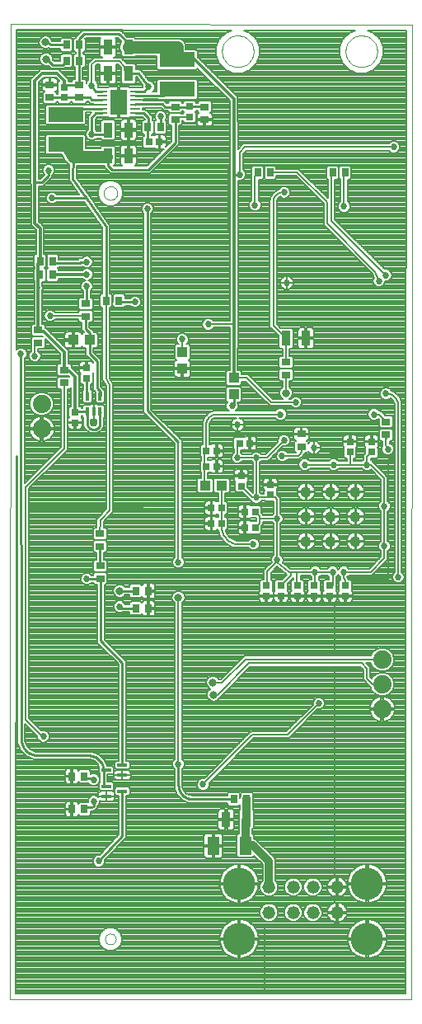
<source format=gbl>
G75*
%MOIN*%
%OFA0B0*%
%FSLAX24Y24*%
%IPPOS*%
%LPD*%
%AMOC8*
5,1,8,0,0,1.08239X$1,22.5*
%
%ADD10C,0.0000*%
%ADD11R,0.1417X0.0591*%
%ADD12R,0.0400X0.0140*%
%ADD13R,0.0400X0.0120*%
%ADD14R,0.0394X0.0433*%
%ADD15R,0.0433X0.0394*%
%ADD16R,0.0394X0.0098*%
%ADD17R,0.0709X0.0994*%
%ADD18R,0.0270X0.0300*%
%ADD19R,0.0380X0.0600*%
%ADD20R,0.0276X0.0354*%
%ADD21R,0.0354X0.0276*%
%ADD22R,0.0480X0.0740*%
%ADD23C,0.0520*%
%ADD24C,0.1306*%
%ADD25R,0.0300X0.0270*%
%ADD26C,0.0436*%
%ADD27R,0.0157X0.0354*%
%ADD28C,0.0740*%
%ADD29C,0.0080*%
%ADD30C,0.0270*%
%ADD31C,0.0100*%
%ADD32C,0.0317*%
%ADD33C,0.0120*%
%ADD34C,0.0500*%
%ADD35C,0.0070*%
%ADD36C,0.0320*%
D10*
X002495Y003425D02*
X002515Y042865D01*
X018747Y042855D01*
X018717Y003425D01*
X002495Y003425D01*
X006338Y005873D02*
X006340Y005902D01*
X006346Y005930D01*
X006355Y005958D01*
X006368Y005984D01*
X006385Y006007D01*
X006404Y006029D01*
X006426Y006048D01*
X006451Y006063D01*
X006477Y006076D01*
X006505Y006084D01*
X006533Y006089D01*
X006562Y006090D01*
X006591Y006087D01*
X006619Y006080D01*
X006646Y006070D01*
X006672Y006056D01*
X006695Y006039D01*
X006716Y006019D01*
X006734Y005996D01*
X006749Y005971D01*
X006760Y005944D01*
X006768Y005916D01*
X006772Y005887D01*
X006772Y005859D01*
X006768Y005830D01*
X006760Y005802D01*
X006749Y005775D01*
X006734Y005750D01*
X006716Y005727D01*
X006695Y005707D01*
X006672Y005690D01*
X006646Y005676D01*
X006619Y005666D01*
X006591Y005659D01*
X006562Y005656D01*
X006533Y005657D01*
X006505Y005662D01*
X006477Y005670D01*
X006451Y005683D01*
X006426Y005698D01*
X006404Y005717D01*
X006385Y005739D01*
X006368Y005762D01*
X006355Y005788D01*
X006346Y005816D01*
X006340Y005844D01*
X006338Y005873D01*
X006279Y036031D02*
X006281Y036064D01*
X006287Y036096D01*
X006296Y036127D01*
X006309Y036157D01*
X006326Y036185D01*
X006346Y036211D01*
X006369Y036235D01*
X006394Y036255D01*
X006422Y036273D01*
X006451Y036287D01*
X006482Y036297D01*
X006514Y036304D01*
X006547Y036307D01*
X006580Y036306D01*
X006612Y036301D01*
X006643Y036292D01*
X006674Y036280D01*
X006702Y036264D01*
X006729Y036245D01*
X006753Y036223D01*
X006774Y036198D01*
X006793Y036171D01*
X006808Y036142D01*
X006819Y036112D01*
X006827Y036080D01*
X006831Y036047D01*
X006831Y036015D01*
X006827Y035982D01*
X006819Y035950D01*
X006808Y035920D01*
X006793Y035891D01*
X006774Y035864D01*
X006753Y035839D01*
X006729Y035817D01*
X006702Y035798D01*
X006674Y035782D01*
X006643Y035770D01*
X006612Y035761D01*
X006580Y035756D01*
X006547Y035755D01*
X006514Y035758D01*
X006482Y035765D01*
X006451Y035775D01*
X006422Y035789D01*
X006394Y035807D01*
X006369Y035827D01*
X006346Y035851D01*
X006326Y035877D01*
X006309Y035905D01*
X006296Y035935D01*
X006287Y035966D01*
X006281Y035998D01*
X006279Y036031D01*
X011065Y041765D02*
X011067Y041815D01*
X011073Y041865D01*
X011083Y041914D01*
X011096Y041963D01*
X011114Y042010D01*
X011135Y042056D01*
X011159Y042099D01*
X011187Y042141D01*
X011218Y042181D01*
X011252Y042218D01*
X011289Y042252D01*
X011329Y042283D01*
X011371Y042311D01*
X011414Y042335D01*
X011460Y042356D01*
X011507Y042374D01*
X011556Y042387D01*
X011605Y042397D01*
X011655Y042403D01*
X011705Y042405D01*
X011755Y042403D01*
X011805Y042397D01*
X011854Y042387D01*
X011903Y042374D01*
X011950Y042356D01*
X011996Y042335D01*
X012039Y042311D01*
X012081Y042283D01*
X012121Y042252D01*
X012158Y042218D01*
X012192Y042181D01*
X012223Y042141D01*
X012251Y042099D01*
X012275Y042056D01*
X012296Y042010D01*
X012314Y041963D01*
X012327Y041914D01*
X012337Y041865D01*
X012343Y041815D01*
X012345Y041765D01*
X012343Y041715D01*
X012337Y041665D01*
X012327Y041616D01*
X012314Y041567D01*
X012296Y041520D01*
X012275Y041474D01*
X012251Y041431D01*
X012223Y041389D01*
X012192Y041349D01*
X012158Y041312D01*
X012121Y041278D01*
X012081Y041247D01*
X012039Y041219D01*
X011996Y041195D01*
X011950Y041174D01*
X011903Y041156D01*
X011854Y041143D01*
X011805Y041133D01*
X011755Y041127D01*
X011705Y041125D01*
X011655Y041127D01*
X011605Y041133D01*
X011556Y041143D01*
X011507Y041156D01*
X011460Y041174D01*
X011414Y041195D01*
X011371Y041219D01*
X011329Y041247D01*
X011289Y041278D01*
X011252Y041312D01*
X011218Y041349D01*
X011187Y041389D01*
X011159Y041431D01*
X011135Y041474D01*
X011114Y041520D01*
X011096Y041567D01*
X011083Y041616D01*
X011073Y041665D01*
X011067Y041715D01*
X011065Y041765D01*
X016065Y041765D02*
X016067Y041815D01*
X016073Y041865D01*
X016083Y041914D01*
X016096Y041963D01*
X016114Y042010D01*
X016135Y042056D01*
X016159Y042099D01*
X016187Y042141D01*
X016218Y042181D01*
X016252Y042218D01*
X016289Y042252D01*
X016329Y042283D01*
X016371Y042311D01*
X016414Y042335D01*
X016460Y042356D01*
X016507Y042374D01*
X016556Y042387D01*
X016605Y042397D01*
X016655Y042403D01*
X016705Y042405D01*
X016755Y042403D01*
X016805Y042397D01*
X016854Y042387D01*
X016903Y042374D01*
X016950Y042356D01*
X016996Y042335D01*
X017039Y042311D01*
X017081Y042283D01*
X017121Y042252D01*
X017158Y042218D01*
X017192Y042181D01*
X017223Y042141D01*
X017251Y042099D01*
X017275Y042056D01*
X017296Y042010D01*
X017314Y041963D01*
X017327Y041914D01*
X017337Y041865D01*
X017343Y041815D01*
X017345Y041765D01*
X017343Y041715D01*
X017337Y041665D01*
X017327Y041616D01*
X017314Y041567D01*
X017296Y041520D01*
X017275Y041474D01*
X017251Y041431D01*
X017223Y041389D01*
X017192Y041349D01*
X017158Y041312D01*
X017121Y041278D01*
X017081Y041247D01*
X017039Y041219D01*
X016996Y041195D01*
X016950Y041174D01*
X016903Y041156D01*
X016854Y041143D01*
X016805Y041133D01*
X016755Y041127D01*
X016705Y041125D01*
X016655Y041127D01*
X016605Y041133D01*
X016556Y041143D01*
X016507Y041156D01*
X016460Y041174D01*
X016414Y041195D01*
X016371Y041219D01*
X016329Y041247D01*
X016289Y041278D01*
X016252Y041312D01*
X016218Y041349D01*
X016187Y041389D01*
X016159Y041431D01*
X016135Y041474D01*
X016114Y041520D01*
X016096Y041567D01*
X016083Y041616D01*
X016073Y041665D01*
X016067Y041715D01*
X016065Y041765D01*
D11*
X009255Y041425D03*
X009255Y040225D03*
X004745Y039195D03*
X004745Y037995D03*
D12*
X007035Y012905D03*
X007035Y012505D03*
X006395Y012055D03*
X006395Y011655D03*
D13*
X006395Y012705D03*
X007035Y011855D03*
D14*
X011545Y027890D03*
X011545Y028560D03*
X009465Y028940D03*
X009465Y029610D03*
D15*
X010380Y024215D03*
X011050Y024215D03*
X005720Y030095D03*
X005050Y030095D03*
D16*
X006219Y039268D03*
X006219Y039445D03*
X006219Y039622D03*
X006219Y039799D03*
X006219Y039976D03*
X006219Y040154D03*
X007557Y040154D03*
X007557Y039976D03*
X007557Y039799D03*
X007557Y039622D03*
X007557Y039445D03*
X007557Y039268D03*
D17*
X006888Y039709D03*
D18*
X008115Y038105D03*
X008535Y038105D03*
X011775Y025915D03*
X012195Y025915D03*
X010845Y025615D03*
X010845Y024985D03*
X010425Y024985D03*
X010425Y025615D03*
X010635Y023305D03*
X010635Y022675D03*
X011055Y022675D03*
X011055Y023305D03*
X011995Y023155D03*
X012415Y023155D03*
X012415Y022515D03*
X011995Y022515D03*
D19*
X013645Y030165D03*
X014465Y030165D03*
X007285Y037545D03*
X007285Y038585D03*
X006465Y038585D03*
X006465Y037545D03*
X006455Y040865D03*
X006455Y041935D03*
X007275Y041935D03*
X007275Y040865D03*
X011235Y010705D03*
X012055Y010705D03*
D20*
X012061Y011535D03*
X011549Y011535D03*
X008091Y019245D03*
X007579Y019245D03*
X007579Y019945D03*
X008091Y019945D03*
X005501Y012455D03*
X004989Y012455D03*
X004989Y011125D03*
X005501Y011125D03*
X006379Y031685D03*
X006891Y031685D03*
X004221Y033285D03*
X004211Y032725D03*
X003699Y032725D03*
X003709Y033285D03*
X004779Y041385D03*
X004779Y042025D03*
X005291Y042025D03*
X005291Y041385D03*
X008069Y038705D03*
X008581Y038705D03*
X012509Y036865D03*
X013021Y036865D03*
X015539Y036865D03*
X016051Y036865D03*
D21*
X013655Y029191D03*
X013655Y028679D03*
X014275Y026291D03*
X014275Y025779D03*
X017705Y026269D03*
X017705Y026781D03*
X010365Y039009D03*
X010365Y039521D03*
X009175Y039521D03*
X009175Y039009D03*
X005285Y039889D03*
X005285Y040401D03*
X004105Y040411D03*
X004105Y039899D03*
X005555Y031561D03*
X005555Y031049D03*
X004685Y028881D03*
X004685Y028369D03*
X003635Y029979D03*
X003635Y030491D03*
X006135Y022261D03*
X006135Y021749D03*
X006145Y020961D03*
X006145Y020449D03*
D22*
X010715Y009645D03*
X012015Y009645D03*
D23*
X012967Y007976D03*
X012967Y006945D03*
X013951Y006945D03*
X013951Y007976D03*
X014739Y007976D03*
X014739Y006945D03*
X015723Y006945D03*
X015723Y007976D03*
D24*
X016932Y008114D03*
X016932Y005878D03*
X011758Y005878D03*
X011758Y008114D03*
D25*
X012855Y019745D03*
X012855Y020165D03*
X013455Y020175D03*
X013455Y019755D03*
X014125Y019745D03*
X014125Y020165D03*
X014795Y020165D03*
X014795Y019745D03*
X015425Y019745D03*
X015425Y020165D03*
X016055Y020165D03*
X016055Y019745D03*
X016245Y025565D03*
X016245Y025985D03*
X017115Y025985D03*
X017115Y025565D03*
X013025Y024245D03*
X013025Y023825D03*
X011845Y024185D03*
X011845Y024605D03*
X005595Y028555D03*
X005595Y028975D03*
X005125Y027175D03*
X005125Y026755D03*
X009755Y039105D03*
X009755Y039525D03*
X004685Y039895D03*
X004685Y040315D03*
D26*
X014465Y023955D03*
X014465Y022955D03*
X014465Y021955D03*
X015465Y021955D03*
X015465Y022955D03*
X015465Y023955D03*
X016465Y023955D03*
X016465Y022955D03*
X016465Y021955D03*
D27*
X006131Y027190D03*
X005875Y027190D03*
X006131Y027820D03*
X005619Y027820D03*
X005619Y027190D03*
D28*
X003775Y027505D03*
X003775Y026505D03*
X017545Y017175D03*
X017545Y016175D03*
X017545Y015175D03*
D29*
X017585Y015200D02*
X018486Y015200D01*
X018475Y015200D02*
X017585Y015200D01*
X017585Y015215D02*
X018055Y015215D01*
X018055Y015215D01*
X018055Y015215D01*
X017585Y015215D01*
X017585Y015135D01*
X018055Y015135D01*
X018055Y015135D01*
X017585Y015135D01*
X017585Y015215D01*
X017505Y015215D01*
X017505Y015685D01*
X017505Y015685D01*
X017505Y015685D01*
X017505Y015215D01*
X017585Y015215D01*
X017585Y015685D01*
X017585Y015685D01*
X017585Y015685D01*
X017585Y015215D01*
X017585Y015279D02*
X017505Y015279D01*
X017585Y015279D01*
X017585Y015357D02*
X017505Y015357D01*
X017585Y015357D01*
X017585Y015436D02*
X017505Y015436D01*
X017585Y015436D01*
X017585Y015514D02*
X017505Y015514D01*
X017585Y015514D01*
X017585Y015593D02*
X017505Y015593D01*
X017585Y015593D01*
X017585Y015671D02*
X017505Y015671D01*
X017585Y015671D01*
X017585Y015685D02*
X017664Y015672D01*
X017741Y015648D01*
X017812Y015611D01*
X017877Y015564D01*
X017934Y015507D01*
X017981Y015442D01*
X018018Y015371D01*
X018042Y015294D01*
X018055Y015215D01*
X018042Y015294D01*
X018018Y015371D01*
X017981Y015442D01*
X017934Y015507D01*
X017877Y015564D01*
X017812Y015611D01*
X017741Y015648D01*
X017664Y015672D01*
X017585Y015685D01*
X017640Y015695D02*
X017817Y015768D01*
X017952Y015903D01*
X018025Y016080D01*
X018025Y016270D01*
X017952Y016447D01*
X017817Y016582D01*
X017640Y016655D01*
X017450Y016655D01*
X017273Y016582D01*
X017138Y016447D01*
X017124Y016414D01*
X017065Y016473D01*
X017065Y016873D01*
X016983Y016955D01*
X016893Y017045D01*
X017079Y017045D01*
X017138Y016903D01*
X017273Y016768D01*
X017450Y016695D01*
X017640Y016695D01*
X017817Y016768D01*
X017952Y016903D01*
X018025Y017080D01*
X018025Y017270D01*
X017952Y017447D01*
X017817Y017582D01*
X017640Y017655D01*
X017450Y017655D01*
X017273Y017582D01*
X017138Y017447D01*
X017088Y017325D01*
X012026Y017325D01*
X011968Y017326D01*
X011968Y017325D01*
X011967Y017325D01*
X011927Y017285D01*
X011008Y016385D01*
X010938Y016385D01*
X010933Y016397D01*
X010857Y016473D01*
X010758Y016513D01*
X010652Y016513D01*
X010553Y016473D01*
X010477Y016397D01*
X010437Y016298D01*
X010437Y016192D01*
X010477Y016093D01*
X010553Y016017D01*
X010605Y015996D01*
X010573Y015983D01*
X010497Y015907D01*
X010457Y015808D01*
X010457Y015702D01*
X010497Y015603D01*
X010573Y015527D01*
X010672Y015487D01*
X010778Y015487D01*
X010877Y015527D01*
X010953Y015603D01*
X010958Y015615D01*
X010963Y015615D01*
X010964Y015616D01*
X010965Y015616D01*
X011005Y015657D01*
X011045Y015697D01*
X011045Y015698D01*
X012204Y016885D01*
X016657Y016885D01*
X016785Y016757D01*
X016785Y016357D01*
X017025Y016117D01*
X017067Y016075D01*
X017138Y015903D01*
X017273Y015768D01*
X017450Y015695D01*
X017640Y015695D01*
X017817Y015768D01*
X017952Y015903D01*
X018025Y016080D01*
X018025Y016270D01*
X017952Y016447D01*
X017817Y016582D01*
X017640Y016655D01*
X017450Y016655D01*
X017273Y016582D01*
X017138Y016447D01*
X017124Y016414D01*
X017065Y016473D01*
X017065Y016873D01*
X016983Y016955D01*
X016893Y017045D01*
X017079Y017045D01*
X017138Y016903D01*
X017273Y016768D01*
X017450Y016695D01*
X017640Y016695D01*
X017817Y016768D01*
X017952Y016903D01*
X018025Y017080D01*
X018025Y017270D01*
X017952Y017447D01*
X017817Y017582D01*
X017640Y017655D01*
X017450Y017655D01*
X017273Y017582D01*
X017138Y017447D01*
X017088Y017325D01*
X015625Y017325D01*
X015625Y019478D01*
X015629Y019480D01*
X015661Y019498D01*
X015687Y019524D01*
X015705Y019556D01*
X015715Y019592D01*
X015715Y019717D01*
X015453Y019717D01*
X015453Y019773D01*
X015715Y019773D01*
X015715Y019898D01*
X015705Y019934D01*
X015687Y019966D01*
X015677Y019976D01*
X015685Y019984D01*
X015685Y020509D01*
X015753Y020576D01*
X015770Y020618D01*
X015787Y020576D01*
X015855Y020509D01*
X015855Y020482D01*
X015845Y020443D01*
X015855Y020426D01*
X015855Y020407D01*
X015856Y020406D01*
X015795Y020346D01*
X015795Y019984D01*
X015803Y019976D01*
X015793Y019966D01*
X015775Y019934D01*
X015765Y019898D01*
X015765Y019773D01*
X016027Y019773D01*
X016027Y019717D01*
X016083Y019717D01*
X016083Y019773D01*
X016345Y019773D01*
X016345Y019898D01*
X016335Y019934D01*
X016317Y019966D01*
X016307Y019976D01*
X016315Y019984D01*
X016315Y020346D01*
X016251Y020410D01*
X016195Y020410D01*
X016195Y020423D01*
X016166Y020452D01*
X016135Y020504D01*
X016135Y020509D01*
X016203Y020576D01*
X016204Y020580D01*
X017131Y020580D01*
X017210Y020659D01*
X017770Y021219D01*
X017770Y021556D01*
X017774Y021557D01*
X017843Y021626D01*
X017880Y021716D01*
X017880Y021814D01*
X017843Y021904D01*
X017774Y021973D01*
X017770Y021974D01*
X017770Y023166D01*
X017774Y023167D01*
X017843Y023236D01*
X017880Y023326D01*
X017880Y023424D01*
X017843Y023514D01*
X017774Y023583D01*
X017770Y023584D01*
X017770Y024551D01*
X017691Y024630D01*
X017154Y025167D01*
X017143Y025194D01*
X017075Y025261D01*
X017075Y025320D01*
X017311Y025320D01*
X017375Y025384D01*
X017375Y025497D01*
X017615Y025499D01*
X017636Y025477D01*
X017726Y025440D01*
X017824Y025440D01*
X017914Y025477D01*
X017937Y025501D01*
X018055Y025501D01*
X018055Y020711D01*
X017987Y020644D01*
X017950Y020554D01*
X017950Y020456D01*
X017987Y020366D01*
X018056Y020297D01*
X018146Y020260D01*
X018244Y020260D01*
X018334Y020297D01*
X018403Y020366D01*
X018440Y020456D01*
X018440Y020554D01*
X018403Y020644D01*
X018335Y020711D01*
X018335Y025503D01*
X018494Y025504D01*
X018477Y003665D01*
X002735Y003665D01*
X002746Y025407D01*
X002788Y025407D01*
X002795Y014204D01*
X002795Y013810D01*
X002921Y013505D01*
X003155Y013271D01*
X003460Y013145D01*
X005665Y013145D01*
X005755Y013136D01*
X005921Y013067D01*
X006047Y012941D01*
X006097Y012822D01*
X006085Y012811D01*
X006085Y012599D01*
X006125Y012559D01*
X006125Y012211D01*
X006085Y012171D01*
X006085Y011939D01*
X006149Y011875D01*
X006641Y011875D01*
X006705Y011939D01*
X006705Y012171D01*
X006641Y012235D01*
X006425Y012235D01*
X006425Y012535D01*
X006641Y012535D01*
X006695Y012589D01*
X006695Y012505D01*
X007035Y012505D01*
X007035Y012505D01*
X007035Y012715D01*
X007253Y012715D01*
X007289Y012705D01*
X007321Y012687D01*
X007347Y012661D01*
X007365Y012629D01*
X007375Y012593D01*
X007375Y012505D01*
X007035Y012505D01*
X007035Y012505D01*
X007035Y012715D01*
X006817Y012715D01*
X006781Y012705D01*
X006749Y012687D01*
X006723Y012661D01*
X006705Y012630D01*
X006705Y012811D01*
X006641Y012875D01*
X006409Y012875D01*
X006309Y013116D01*
X006096Y013329D01*
X006096Y013329D01*
X005816Y013445D01*
X003625Y013445D01*
X003522Y013455D01*
X003331Y013534D01*
X003184Y013681D01*
X003105Y013872D01*
X003095Y013975D01*
X003095Y014143D01*
X003095Y014206D01*
X003095Y014267D01*
X003095Y014267D01*
X003095Y014577D01*
X003600Y014072D01*
X003600Y014016D01*
X003637Y013926D01*
X003706Y013857D01*
X003796Y013820D01*
X003894Y013820D01*
X003984Y013857D01*
X004053Y013926D01*
X004090Y014016D01*
X004090Y014114D01*
X004053Y014204D01*
X003984Y014273D01*
X003894Y014310D01*
X003796Y014310D01*
X003769Y014299D01*
X003265Y014803D01*
X003265Y024097D01*
X004595Y025418D01*
X006375Y025429D01*
X006375Y023259D01*
X006122Y022979D01*
X006038Y022888D01*
X006000Y022850D01*
X006000Y022846D01*
X005997Y022842D01*
X005999Y022788D01*
X005997Y022509D01*
X005912Y022509D01*
X005848Y022444D01*
X005848Y022078D01*
X005912Y022013D01*
X006358Y022013D01*
X006422Y022078D01*
X006422Y022444D01*
X006358Y022509D01*
X006277Y022509D01*
X006279Y022736D01*
X009165Y022736D01*
X009165Y022658D02*
X006278Y022658D01*
X006279Y022736D02*
X006289Y022748D01*
X006290Y022748D01*
X006328Y022791D01*
X006367Y022833D01*
X006367Y022834D01*
X006616Y023108D01*
X006655Y023147D01*
X006655Y023151D01*
X006658Y023154D01*
X006655Y023208D01*
X006655Y025431D01*
X009165Y025447D01*
X009165Y021311D01*
X009097Y021244D01*
X009060Y021154D01*
X009060Y021056D01*
X009097Y020966D01*
X009166Y020897D01*
X009256Y020860D01*
X009354Y020860D01*
X009444Y020897D01*
X009513Y020966D01*
X009550Y021056D01*
X009550Y021154D01*
X009513Y021244D01*
X009445Y021311D01*
X009445Y025448D01*
X010180Y025453D01*
X010180Y025419D01*
X010215Y025384D01*
X010215Y025216D01*
X010180Y025181D01*
X010180Y024789D01*
X010215Y024754D01*
X010215Y024522D01*
X010118Y024522D01*
X010054Y024457D01*
X010054Y023973D01*
X010118Y023908D01*
X010642Y023908D01*
X010707Y023973D01*
X010707Y024457D01*
X010642Y024522D01*
X010495Y024522D01*
X010495Y024725D01*
X010606Y024725D01*
X010614Y024733D01*
X010624Y024723D01*
X010656Y024705D01*
X010692Y024695D01*
X010817Y024695D01*
X010817Y024957D01*
X010873Y024957D01*
X010873Y025013D01*
X010817Y025013D01*
X010873Y025013D01*
X010817Y025013D01*
X010817Y025275D01*
X010692Y025275D01*
X010656Y025265D01*
X010624Y025247D01*
X010614Y025237D01*
X010606Y025245D01*
X010495Y025245D01*
X010495Y025355D01*
X010606Y025355D01*
X010614Y025363D01*
X010624Y025353D01*
X010656Y025335D01*
X010692Y025325D01*
X010817Y025325D01*
X010817Y025457D01*
X010873Y025457D01*
X010873Y025325D01*
X010998Y025325D01*
X011034Y025335D01*
X011066Y025353D01*
X011092Y025379D01*
X011110Y025411D01*
X011120Y025447D01*
X011120Y025459D01*
X011472Y025461D01*
X011440Y025384D01*
X011440Y025286D01*
X011477Y025196D01*
X011546Y025127D01*
X011636Y025090D01*
X011734Y025090D01*
X011824Y025127D01*
X011893Y025196D01*
X011894Y025200D01*
X012246Y025200D01*
X012247Y025196D01*
X012316Y025127D01*
X012320Y025126D01*
X012320Y023934D01*
X012316Y023933D01*
X012306Y023922D01*
X012105Y024123D01*
X012105Y024366D01*
X012097Y024374D01*
X012107Y024384D01*
X012125Y024416D01*
X012135Y024452D01*
X012135Y024577D01*
X011873Y024577D01*
X011873Y024633D01*
X011817Y024633D01*
X011817Y024880D01*
X011677Y024880D01*
X011641Y024870D01*
X011609Y024852D01*
X011583Y024826D01*
X011565Y024794D01*
X011555Y024758D01*
X011555Y024633D01*
X011817Y024633D01*
X011817Y024880D01*
X011677Y024880D01*
X011641Y024870D01*
X011609Y024852D01*
X011583Y024826D01*
X011565Y024794D01*
X011555Y024758D01*
X011555Y024633D01*
X011817Y024633D01*
X011873Y024633D01*
X011873Y024880D01*
X012013Y024880D01*
X012049Y024870D01*
X012081Y024852D01*
X012107Y024826D01*
X012125Y024794D01*
X012135Y024758D01*
X012135Y024633D01*
X011873Y024633D01*
X011873Y024880D01*
X012013Y024880D01*
X012049Y024870D01*
X012081Y024852D01*
X012107Y024826D01*
X012125Y024794D01*
X012135Y024758D01*
X012135Y024633D01*
X011873Y024633D01*
X011873Y024577D01*
X012135Y024577D01*
X012135Y024452D01*
X012125Y024416D01*
X012107Y024384D01*
X012097Y024374D01*
X012105Y024366D01*
X012105Y024123D01*
X012306Y023922D01*
X012316Y023933D01*
X012320Y023934D01*
X012320Y025126D01*
X012316Y025127D01*
X012247Y025196D01*
X012246Y025200D01*
X011894Y025200D01*
X011893Y025196D01*
X011824Y025127D01*
X011734Y025090D01*
X011636Y025090D01*
X011546Y025127D01*
X011477Y025196D01*
X011440Y025286D01*
X011440Y025384D01*
X011477Y025474D01*
X011545Y025541D01*
X011545Y025704D01*
X011530Y025719D01*
X011120Y025719D01*
X011120Y025783D02*
X011110Y025819D01*
X011092Y025851D01*
X011066Y025877D01*
X011034Y025895D01*
X010998Y025905D01*
X010873Y025905D01*
X010873Y025643D01*
X010817Y025643D01*
X010817Y025905D01*
X010692Y025905D01*
X010656Y025895D01*
X010624Y025877D01*
X010614Y025867D01*
X010606Y025875D01*
X010565Y025875D01*
X010565Y026665D01*
X010570Y026720D01*
X010612Y026821D01*
X010689Y026898D01*
X010790Y026940D01*
X010845Y026945D01*
X011653Y026945D01*
X011625Y026939D01*
X011575Y026919D01*
X011530Y026889D01*
X011491Y026850D01*
X011461Y026805D01*
X011441Y026755D01*
X011430Y026702D01*
X011430Y026675D01*
X011705Y026675D01*
X011980Y026675D01*
X011980Y026702D01*
X011969Y026755D01*
X011949Y026805D01*
X011919Y026850D01*
X011880Y026889D01*
X011835Y026919D01*
X011785Y026939D01*
X011757Y026945D01*
X013229Y026945D01*
X013296Y026877D01*
X013386Y026840D01*
X013484Y026840D01*
X013574Y026877D01*
X013643Y026946D01*
X013680Y027036D01*
X013680Y027134D01*
X013643Y027224D01*
X013574Y027293D01*
X013484Y027330D01*
X013386Y027330D01*
X013296Y027293D01*
X013229Y027225D01*
X011608Y027225D01*
X011614Y027227D01*
X011683Y027296D01*
X011720Y027386D01*
X011720Y027484D01*
X011695Y027544D01*
X011695Y027564D01*
X011787Y027564D01*
X011852Y027628D01*
X011852Y028152D01*
X011787Y028217D01*
X011303Y028217D01*
X011238Y028152D01*
X011238Y027628D01*
X011280Y027586D01*
X011267Y027574D01*
X011230Y027484D01*
X011230Y027386D01*
X011267Y027296D01*
X011336Y027227D01*
X011342Y027225D01*
X010734Y027225D01*
X010528Y027140D01*
X010528Y027140D01*
X010370Y026982D01*
X010285Y026776D01*
X010285Y025875D01*
X010244Y025875D01*
X010180Y025811D01*
X010180Y025419D01*
X010215Y025384D01*
X010215Y025216D01*
X010180Y025181D01*
X010180Y024789D01*
X010215Y024754D01*
X010215Y024522D01*
X010118Y024522D01*
X010054Y024457D01*
X010054Y023973D01*
X010118Y023908D01*
X010642Y023908D01*
X010707Y023973D01*
X010707Y024457D01*
X010642Y024522D01*
X010495Y024522D01*
X010495Y024725D01*
X010606Y024725D01*
X010614Y024733D01*
X010624Y024723D01*
X010656Y024705D01*
X010692Y024695D01*
X010817Y024695D01*
X010817Y024957D01*
X010873Y024957D01*
X011120Y024957D01*
X011120Y024817D01*
X011110Y024781D01*
X011092Y024749D01*
X011066Y024723D01*
X011034Y024705D01*
X010998Y024695D01*
X010873Y024695D01*
X010873Y024957D01*
X010873Y025013D01*
X010873Y025275D01*
X010998Y025275D01*
X011034Y025265D01*
X011066Y025247D01*
X011092Y025221D01*
X011110Y025189D01*
X011120Y025153D01*
X011120Y025013D01*
X012320Y025013D01*
X011120Y025013D01*
X010873Y025013D01*
X010817Y025013D01*
X010817Y025275D01*
X010692Y025275D01*
X010656Y025265D01*
X010624Y025247D01*
X010614Y025237D01*
X010606Y025245D01*
X010495Y025245D01*
X010495Y025355D01*
X010606Y025355D01*
X010614Y025363D01*
X010624Y025353D01*
X010656Y025335D01*
X010692Y025325D01*
X010817Y025325D01*
X010817Y025587D01*
X010873Y025587D01*
X010873Y025643D01*
X011120Y025643D01*
X011120Y025783D01*
X011116Y025798D02*
X011530Y025798D01*
X011530Y025876D02*
X011067Y025876D01*
X010873Y025876D02*
X010817Y025876D01*
X010817Y025798D02*
X010873Y025798D01*
X010873Y025719D02*
X010817Y025719D01*
X010873Y025641D02*
X011545Y025641D01*
X011545Y025562D02*
X011120Y025562D01*
X011120Y025587D02*
X010873Y025587D01*
X010873Y025325D01*
X010998Y025325D01*
X011034Y025335D01*
X011066Y025353D01*
X011092Y025379D01*
X011110Y025411D01*
X011120Y025447D01*
X011120Y025587D01*
X011120Y025484D02*
X011487Y025484D01*
X011449Y025405D02*
X011107Y025405D01*
X011449Y025405D01*
X011440Y025327D02*
X011004Y025327D01*
X011440Y025327D01*
X011456Y025248D02*
X011064Y025248D01*
X011456Y025248D01*
X011504Y025170D02*
X011116Y025170D01*
X011504Y025170D01*
X011634Y025091D02*
X011120Y025091D01*
X011634Y025091D01*
X011736Y025091D02*
X012320Y025091D01*
X011736Y025091D01*
X011866Y025170D02*
X012274Y025170D01*
X011866Y025170D01*
X011685Y025335D02*
X011685Y025885D01*
X011785Y025885D01*
X011775Y025915D01*
X011530Y025955D02*
X010565Y025955D01*
X010565Y026033D02*
X011530Y026033D01*
X011530Y026111D02*
X011530Y025719D01*
X011825Y025655D02*
X011956Y025655D01*
X011964Y025663D01*
X011974Y025653D01*
X012006Y025635D01*
X012042Y025625D01*
X012167Y025625D01*
X012167Y025887D01*
X012223Y025887D01*
X012223Y025943D01*
X012167Y025943D01*
X012167Y026205D01*
X012042Y026205D01*
X012006Y026195D01*
X011974Y026177D01*
X011964Y026167D01*
X011956Y026175D01*
X011594Y026175D01*
X011530Y026111D01*
X011531Y026112D02*
X010565Y026112D01*
X010565Y026190D02*
X011997Y026190D01*
X012167Y026190D02*
X012223Y026190D01*
X012223Y026205D02*
X012223Y025943D01*
X012470Y025943D01*
X012470Y026083D01*
X012460Y026119D01*
X012442Y026151D01*
X012416Y026177D01*
X012384Y026195D01*
X012348Y026205D01*
X012223Y026205D01*
X012223Y026112D02*
X012167Y026112D01*
X012167Y026033D02*
X012223Y026033D01*
X012223Y025955D02*
X012167Y025955D01*
X012167Y025876D02*
X012223Y025876D01*
X012223Y025887D02*
X012223Y025625D01*
X012348Y025625D01*
X012384Y025635D01*
X012416Y025653D01*
X012442Y025679D01*
X012460Y025711D01*
X012470Y025747D01*
X012470Y025887D01*
X012223Y025887D01*
X012223Y025798D02*
X012167Y025798D01*
X012167Y025719D02*
X012223Y025719D01*
X012223Y025641D02*
X012167Y025641D01*
X011996Y025641D02*
X011825Y025641D01*
X011825Y025655D02*
X011825Y025541D01*
X011893Y025474D01*
X011894Y025470D01*
X012246Y025470D01*
X012247Y025474D01*
X012316Y025543D01*
X012406Y025580D01*
X012504Y025580D01*
X012594Y025543D01*
X012663Y025474D01*
X012664Y025470D01*
X012819Y025470D01*
X013332Y025982D01*
X013330Y025986D01*
X013330Y026084D01*
X013367Y026174D01*
X013436Y026243D01*
X013526Y026280D01*
X013624Y026280D01*
X013714Y026243D01*
X013783Y026174D01*
X013820Y026084D01*
X013820Y025986D01*
X013783Y025896D01*
X013714Y025827D01*
X013624Y025790D01*
X013526Y025790D01*
X013522Y025792D01*
X013010Y025279D01*
X013202Y025471D01*
X013268Y025472D01*
X013260Y025454D01*
X013260Y025356D01*
X013297Y025266D01*
X013366Y025197D01*
X013456Y025160D01*
X013554Y025160D01*
X013644Y025197D01*
X013711Y025265D01*
X014159Y025265D01*
X014321Y025359D01*
X014391Y025479D01*
X014694Y025481D01*
X014695Y025481D01*
X014748Y025470D01*
X014775Y025470D01*
X014802Y025470D01*
X014855Y025481D01*
X014858Y025482D01*
X015985Y025489D01*
X015985Y025384D01*
X016049Y025320D01*
X016125Y025320D01*
X016125Y025190D01*
X015794Y025190D01*
X015793Y025194D01*
X015724Y025263D01*
X015634Y025300D01*
X015536Y025300D01*
X015446Y025263D01*
X015377Y025194D01*
X015376Y025190D01*
X014624Y025190D01*
X014623Y025194D01*
X014554Y025263D01*
X014464Y025300D01*
X014366Y025300D01*
X014276Y025263D01*
X014207Y025194D01*
X014170Y025104D01*
X014170Y025006D01*
X014207Y024916D01*
X014276Y024847D01*
X014366Y024810D01*
X014464Y024810D01*
X014554Y024847D01*
X014623Y024916D01*
X014624Y024920D01*
X015376Y024920D01*
X015377Y024916D01*
X015446Y024847D01*
X015536Y024810D01*
X015634Y024810D01*
X015724Y024847D01*
X015793Y024916D01*
X015794Y024920D01*
X016202Y024920D01*
X016207Y024915D01*
X016323Y024915D01*
X016328Y024920D01*
X016726Y024920D01*
X016727Y024916D01*
X016796Y024847D01*
X016886Y024810D01*
X016984Y024810D01*
X017074Y024847D01*
X017083Y024856D01*
X017500Y024439D01*
X017500Y023584D01*
X017496Y023583D01*
X017427Y023514D01*
X017390Y023424D01*
X017390Y023326D01*
X017427Y023236D01*
X017496Y023167D01*
X017500Y023166D01*
X017500Y021974D01*
X017496Y021973D01*
X017427Y021904D01*
X017390Y021814D01*
X017390Y021716D01*
X017427Y021626D01*
X017496Y021557D01*
X017500Y021556D01*
X017500Y021331D01*
X017019Y020850D01*
X016204Y020850D01*
X016203Y020854D01*
X016134Y020923D01*
X016044Y020960D01*
X015946Y020960D01*
X015856Y020923D01*
X015787Y020854D01*
X015770Y020812D01*
X015753Y020854D01*
X015684Y020923D01*
X015594Y020960D01*
X015496Y020960D01*
X015406Y020923D01*
X015337Y020854D01*
X015336Y020850D01*
X015044Y020850D01*
X015043Y020854D01*
X014974Y020923D01*
X014884Y020960D01*
X014786Y020960D01*
X014696Y020923D01*
X014627Y020854D01*
X014626Y020850D01*
X014168Y020850D01*
X014163Y020855D01*
X014047Y020855D01*
X014042Y020850D01*
X013928Y020850D01*
X013923Y020855D01*
X013826Y020855D01*
X013517Y021101D01*
X013540Y021156D01*
X013540Y021254D01*
X013503Y021344D01*
X013434Y021413D01*
X013430Y021414D01*
X013430Y022656D01*
X013434Y022657D01*
X013503Y022726D01*
X013540Y022816D01*
X013540Y022914D01*
X013503Y023004D01*
X013434Y023073D01*
X013430Y023074D01*
X013430Y023701D01*
X013350Y023781D01*
X013285Y023846D01*
X013285Y024006D01*
X013277Y024014D01*
X013287Y024024D01*
X013305Y024056D01*
X013315Y024092D01*
X013315Y024217D01*
X013053Y024217D01*
X013053Y024273D01*
X012997Y024273D01*
X012997Y024520D01*
X012857Y024520D01*
X012821Y024510D01*
X012789Y024492D01*
X012763Y024466D01*
X012745Y024434D01*
X012735Y024398D01*
X012735Y024273D01*
X012997Y024273D01*
X012997Y024520D01*
X012857Y024520D01*
X012821Y024510D01*
X012789Y024492D01*
X012763Y024466D01*
X012745Y024434D01*
X012735Y024398D01*
X012735Y024273D01*
X012997Y024273D01*
X013053Y024273D01*
X013053Y024520D01*
X013193Y024520D01*
X013229Y024510D01*
X013261Y024492D01*
X013287Y024466D01*
X013305Y024434D01*
X013315Y024398D01*
X013315Y024273D01*
X013053Y024273D01*
X013053Y024520D01*
X013193Y024520D01*
X013229Y024510D01*
X013261Y024492D01*
X013287Y024466D01*
X013305Y024434D01*
X013315Y024398D01*
X013315Y024273D01*
X013053Y024273D01*
X013053Y024217D01*
X013315Y024217D01*
X013315Y024092D01*
X013305Y024056D01*
X013287Y024024D01*
X013277Y024014D01*
X013285Y024006D01*
X013285Y023846D01*
X013350Y023781D01*
X013430Y023701D01*
X013430Y023247D01*
X014247Y023240D01*
X014295Y023272D01*
X014237Y023233D01*
X014187Y023183D01*
X014148Y023125D01*
X014121Y023059D01*
X014107Y022990D01*
X014107Y022974D01*
X014446Y022974D01*
X014446Y022936D01*
X014107Y022936D01*
X014107Y022920D01*
X014121Y022851D01*
X014148Y022785D01*
X014187Y022727D01*
X014237Y022677D01*
X014295Y022638D01*
X014361Y022611D01*
X014430Y022597D01*
X014446Y022597D01*
X014446Y022936D01*
X014484Y022936D01*
X014484Y022597D01*
X014500Y022597D01*
X014569Y022611D01*
X014635Y022638D01*
X014693Y022677D01*
X014743Y022727D01*
X014782Y022785D01*
X014809Y022851D01*
X014823Y022920D01*
X014823Y022936D01*
X014484Y022936D01*
X014484Y022974D01*
X014446Y022974D01*
X014446Y023313D01*
X014430Y023313D01*
X014361Y023299D01*
X014295Y023272D01*
X014361Y023299D01*
X014430Y023313D01*
X014446Y023313D01*
X014446Y023238D01*
X014484Y023238D01*
X014484Y023313D01*
X014484Y022974D01*
X014823Y022974D01*
X014823Y022990D01*
X014809Y023059D01*
X014782Y023125D01*
X014743Y023183D01*
X014693Y023233D01*
X014635Y023272D01*
X014569Y023299D01*
X014500Y023313D01*
X014484Y023313D01*
X014500Y023313D01*
X014569Y023299D01*
X014635Y023272D01*
X014689Y023236D01*
X015234Y023231D01*
X015237Y023233D01*
X015187Y023183D01*
X015148Y023125D01*
X015121Y023059D01*
X015107Y022990D01*
X015107Y022974D01*
X015446Y022974D01*
X015446Y022936D01*
X015107Y022936D01*
X015107Y022920D01*
X015121Y022851D01*
X015148Y022785D01*
X015187Y022727D01*
X015237Y022677D01*
X015295Y022638D01*
X015361Y022611D01*
X015430Y022597D01*
X015446Y022597D01*
X015446Y022936D01*
X015484Y022936D01*
X015484Y022597D01*
X015500Y022597D01*
X015569Y022611D01*
X015635Y022638D01*
X015693Y022677D01*
X015743Y022727D01*
X015782Y022785D01*
X015809Y022851D01*
X015823Y022920D01*
X015823Y022936D01*
X015484Y022936D01*
X015484Y022974D01*
X015446Y022974D01*
X015446Y023313D01*
X015430Y023313D01*
X015361Y023299D01*
X015295Y023272D01*
X015237Y023233D01*
X015295Y023272D01*
X015361Y023299D01*
X015430Y023313D01*
X015446Y023313D01*
X015446Y023229D01*
X015484Y023228D01*
X015484Y023313D01*
X015484Y022974D01*
X015823Y022974D01*
X015823Y022990D01*
X015809Y023059D01*
X015782Y023125D01*
X015743Y023183D01*
X015693Y023233D01*
X015635Y023272D01*
X015569Y023299D01*
X015500Y023313D01*
X015484Y023313D01*
X015500Y023313D01*
X015569Y023299D01*
X015635Y023272D01*
X015693Y023233D01*
X015700Y023226D01*
X016225Y023221D01*
X016237Y023233D01*
X016187Y023183D01*
X016148Y023125D01*
X016121Y023059D01*
X016107Y022990D01*
X016107Y022974D01*
X016446Y022974D01*
X016446Y022936D01*
X016107Y022936D01*
X016107Y022920D01*
X016121Y022851D01*
X016148Y022785D01*
X016187Y022727D01*
X016237Y022677D01*
X016295Y022638D01*
X016361Y022611D01*
X016430Y022597D01*
X016446Y022597D01*
X016446Y022936D01*
X016484Y022936D01*
X016484Y022597D01*
X016500Y022597D01*
X016569Y022611D01*
X016635Y022638D01*
X016693Y022677D01*
X016743Y022727D01*
X016782Y022785D01*
X016809Y022851D01*
X016823Y022920D01*
X016823Y022936D01*
X016484Y022936D01*
X016484Y022974D01*
X016446Y022974D01*
X016446Y023313D01*
X016430Y023313D01*
X016361Y023299D01*
X016295Y023272D01*
X016237Y023233D01*
X016295Y023272D01*
X016361Y023299D01*
X016430Y023313D01*
X016446Y023313D01*
X016446Y023219D01*
X016484Y023219D01*
X016484Y023313D01*
X016484Y022974D01*
X016823Y022974D01*
X016823Y022990D01*
X016809Y023059D01*
X016782Y023125D01*
X016743Y023183D01*
X016693Y023233D01*
X016635Y023272D01*
X016569Y023299D01*
X016500Y023313D01*
X016484Y023313D01*
X016500Y023313D01*
X016569Y023299D01*
X016635Y023272D01*
X016693Y023233D01*
X016709Y023217D01*
X017453Y023210D01*
X017427Y023236D01*
X017390Y023326D01*
X017390Y023424D01*
X017427Y023514D01*
X017496Y023583D01*
X017500Y023584D01*
X017500Y024439D01*
X017083Y024856D01*
X017074Y024847D01*
X016984Y024810D01*
X016886Y024810D01*
X016796Y024847D01*
X016727Y024916D01*
X016726Y024920D01*
X016328Y024920D01*
X016323Y024915D01*
X016207Y024915D01*
X016202Y024920D01*
X015794Y024920D01*
X015793Y024916D01*
X015724Y024847D01*
X015634Y024810D01*
X015536Y024810D01*
X015446Y024847D01*
X015377Y024916D01*
X015376Y024920D01*
X014624Y024920D01*
X014623Y024916D01*
X014554Y024847D01*
X014464Y024810D01*
X014366Y024810D01*
X014276Y024847D01*
X014207Y024916D01*
X014170Y025006D01*
X014170Y025104D01*
X014207Y025194D01*
X014276Y025263D01*
X014366Y025300D01*
X014464Y025300D01*
X014554Y025263D01*
X014623Y025194D01*
X014624Y025190D01*
X015376Y025190D01*
X015377Y025194D01*
X015446Y025263D01*
X015536Y025300D01*
X015634Y025300D01*
X015724Y025263D01*
X015793Y025194D01*
X015794Y025190D01*
X016125Y025190D01*
X016125Y025320D01*
X016049Y025320D01*
X015985Y025384D01*
X015985Y025746D01*
X015993Y025754D01*
X015983Y025764D01*
X015965Y025796D01*
X015955Y025832D01*
X015955Y025957D01*
X016217Y025957D01*
X016217Y026013D01*
X016217Y026260D01*
X016077Y026260D01*
X016041Y026250D01*
X016009Y026232D01*
X015983Y026206D01*
X015965Y026174D01*
X015955Y026138D01*
X015955Y026013D01*
X016217Y026013D01*
X016273Y026013D01*
X016273Y026260D01*
X016413Y026260D01*
X016449Y026250D01*
X016481Y026232D01*
X016507Y026206D01*
X016525Y026174D01*
X016535Y026138D01*
X016535Y026013D01*
X016273Y026013D01*
X016273Y025957D01*
X016535Y025957D01*
X016535Y025832D01*
X016525Y025796D01*
X016507Y025764D01*
X016497Y025754D01*
X016505Y025746D01*
X016505Y025384D01*
X016441Y025320D01*
X016405Y025320D01*
X016405Y025190D01*
X016726Y025190D01*
X016727Y025194D01*
X016795Y025261D01*
X016795Y025443D01*
X016855Y025503D01*
X016855Y025746D01*
X016863Y025754D01*
X016853Y025764D01*
X016835Y025796D01*
X016825Y025832D01*
X016825Y025957D01*
X017087Y025957D01*
X017087Y026013D01*
X017087Y026260D01*
X016947Y026260D01*
X016911Y026250D01*
X016879Y026232D01*
X016853Y026206D01*
X016835Y026174D01*
X016825Y026138D01*
X016825Y026013D01*
X017087Y026013D01*
X017143Y026013D01*
X017143Y026260D01*
X017283Y026260D01*
X017319Y026250D01*
X017351Y026232D01*
X017377Y026206D01*
X017395Y026174D01*
X017405Y026138D01*
X017405Y026013D01*
X017143Y026013D01*
X017143Y025957D01*
X017405Y025957D01*
X017405Y025832D01*
X017395Y025796D01*
X017377Y025764D01*
X017367Y025754D01*
X017375Y025746D01*
X017375Y025384D01*
X017311Y025320D01*
X017075Y025320D01*
X017075Y025261D01*
X017143Y025194D01*
X017154Y025167D01*
X017691Y024630D01*
X017770Y024551D01*
X017770Y023584D01*
X017774Y023583D01*
X017843Y023514D01*
X017775Y023581D01*
X017775Y025265D01*
X018055Y025265D01*
X018055Y020711D01*
X017987Y020644D01*
X017950Y020554D01*
X017950Y020456D01*
X017987Y020366D01*
X018056Y020297D01*
X018146Y020260D01*
X018244Y020260D01*
X018334Y020297D01*
X018403Y020366D01*
X018440Y020456D01*
X018440Y020554D01*
X018403Y020644D01*
X018335Y020711D01*
X018335Y025265D01*
X018475Y025265D01*
X018475Y003665D01*
X012765Y003665D01*
X012805Y003705D01*
X012805Y006435D01*
X015625Y006445D01*
X015625Y006557D01*
X015683Y006545D01*
X015683Y006905D01*
X015763Y006905D01*
X015763Y006985D01*
X016123Y006985D01*
X016108Y007062D01*
X016077Y007134D01*
X016034Y007200D01*
X015978Y007256D01*
X015912Y007299D01*
X015840Y007330D01*
X015763Y007345D01*
X015763Y006985D01*
X016123Y006985D01*
X016108Y007062D01*
X016077Y007134D01*
X016034Y007200D01*
X015978Y007256D01*
X015912Y007299D01*
X015840Y007330D01*
X015763Y007345D01*
X015763Y006985D01*
X015763Y006905D01*
X016123Y006905D01*
X016108Y006828D01*
X016077Y006756D01*
X016034Y006690D01*
X015978Y006634D01*
X015912Y006591D01*
X015840Y006560D01*
X015763Y006545D01*
X015763Y006905D01*
X016123Y006905D01*
X016108Y006828D01*
X016077Y006756D01*
X016034Y006690D01*
X015978Y006634D01*
X015912Y006591D01*
X015840Y006560D01*
X015763Y006545D01*
X015763Y006905D01*
X015683Y006905D01*
X015683Y006545D01*
X015606Y006560D01*
X015533Y006591D01*
X015468Y006634D01*
X015412Y006690D01*
X015368Y006756D01*
X015338Y006828D01*
X015323Y006905D01*
X015683Y006905D01*
X015683Y006985D01*
X015683Y007345D01*
X015606Y007330D01*
X015533Y007299D01*
X015468Y007256D01*
X015412Y007200D01*
X015368Y007134D01*
X015338Y007062D01*
X015323Y006985D01*
X015683Y006985D01*
X015763Y006985D01*
X015683Y006985D01*
X015683Y007345D01*
X015625Y007333D01*
X015625Y007588D01*
X015683Y007577D01*
X015683Y007936D01*
X015763Y007936D01*
X015763Y007577D01*
X015840Y007592D01*
X015912Y007622D01*
X015978Y007666D01*
X016034Y007722D01*
X016077Y007787D01*
X016108Y007860D01*
X016123Y007936D01*
X015763Y007936D01*
X015763Y007577D01*
X015840Y007592D01*
X015912Y007622D01*
X015978Y007666D01*
X016034Y007722D01*
X016077Y007787D01*
X016108Y007860D01*
X016123Y007936D01*
X015763Y007936D01*
X015683Y007936D01*
X015683Y007577D01*
X015606Y007592D01*
X015533Y007622D01*
X015468Y007666D01*
X015412Y007722D01*
X015368Y007787D01*
X015338Y007860D01*
X015323Y007936D01*
X015683Y007936D01*
X015683Y008016D01*
X015323Y008016D01*
X015338Y008093D01*
X015368Y008166D01*
X015412Y008231D01*
X015468Y008287D01*
X015533Y008331D01*
X015606Y008361D01*
X015683Y008376D01*
X015683Y008017D01*
X015763Y008017D01*
X015763Y008376D01*
X015840Y008361D01*
X015912Y008331D01*
X015978Y008287D01*
X016034Y008231D01*
X016077Y008166D01*
X016108Y008093D01*
X016123Y008016D01*
X015763Y008016D01*
X015763Y007936D01*
X015763Y008016D01*
X016123Y008016D01*
X016108Y008093D01*
X016077Y008166D01*
X016034Y008231D01*
X015978Y008287D01*
X015912Y008331D01*
X015840Y008361D01*
X015763Y008376D01*
X015763Y008017D01*
X015683Y008017D01*
X015683Y008376D01*
X015625Y008365D01*
X015625Y016885D01*
X016657Y016885D01*
X016785Y016757D01*
X016785Y016357D01*
X017025Y016117D01*
X017067Y016075D01*
X017138Y015903D01*
X017273Y015768D01*
X017450Y015695D01*
X017640Y015695D01*
X017669Y015671D02*
X018486Y015671D01*
X018475Y015671D02*
X017669Y015671D01*
X017772Y015750D02*
X018487Y015750D01*
X018475Y015750D02*
X017772Y015750D01*
X017877Y015828D02*
X018487Y015828D01*
X018475Y015828D02*
X017877Y015828D01*
X017953Y015907D02*
X018487Y015907D01*
X018475Y015907D02*
X017953Y015907D01*
X017986Y015985D02*
X018487Y015985D01*
X018475Y015985D02*
X017986Y015985D01*
X018018Y016064D02*
X018487Y016064D01*
X018475Y016064D02*
X018018Y016064D01*
X018025Y016142D02*
X018487Y016142D01*
X018475Y016142D02*
X018025Y016142D01*
X018025Y016221D02*
X018487Y016221D01*
X018475Y016221D02*
X018025Y016221D01*
X018013Y016299D02*
X018487Y016299D01*
X018475Y016299D02*
X018013Y016299D01*
X017981Y016378D02*
X018487Y016378D01*
X018475Y016378D02*
X017981Y016378D01*
X017943Y016456D02*
X018487Y016456D01*
X018475Y016456D02*
X017943Y016456D01*
X017864Y016535D02*
X018487Y016535D01*
X018475Y016535D02*
X017864Y016535D01*
X017742Y016613D02*
X018487Y016613D01*
X018475Y016613D02*
X017742Y016613D01*
X017819Y016770D02*
X018487Y016770D01*
X018475Y016770D02*
X017819Y016770D01*
X017897Y016849D02*
X018487Y016849D01*
X018475Y016849D02*
X017897Y016849D01*
X017962Y016927D02*
X018487Y016927D01*
X018475Y016927D02*
X017962Y016927D01*
X017994Y017006D02*
X018487Y017006D01*
X018475Y017006D02*
X017994Y017006D01*
X018025Y017084D02*
X018488Y017084D01*
X018475Y017084D02*
X018025Y017084D01*
X018025Y017163D02*
X018488Y017163D01*
X018475Y017163D02*
X018025Y017163D01*
X018025Y017241D02*
X018488Y017241D01*
X018475Y017241D02*
X018025Y017241D01*
X018005Y017320D02*
X018488Y017320D01*
X018475Y017320D02*
X018005Y017320D01*
X017972Y017398D02*
X018488Y017398D01*
X018475Y017398D02*
X017972Y017398D01*
X017922Y017477D02*
X018488Y017477D01*
X018475Y017477D02*
X017922Y017477D01*
X017844Y017555D02*
X018488Y017555D01*
X018475Y017555D02*
X017844Y017555D01*
X017692Y017634D02*
X018488Y017634D01*
X018475Y017634D02*
X017692Y017634D01*
X017398Y017634D02*
X009445Y017634D01*
X009445Y017712D02*
X018488Y017712D01*
X018475Y017712D02*
X015625Y017712D01*
X015625Y017634D02*
X017398Y017634D01*
X017246Y017555D02*
X009445Y017555D01*
X009445Y017477D02*
X017168Y017477D01*
X015625Y017477D01*
X015625Y017555D02*
X017246Y017555D01*
X017118Y017398D02*
X009445Y017398D01*
X009445Y017320D02*
X011962Y017320D01*
X011882Y017241D02*
X009445Y017241D01*
X009445Y017163D02*
X011802Y017163D01*
X011722Y017084D02*
X009445Y017084D01*
X009445Y017006D02*
X011642Y017006D01*
X011561Y016927D02*
X009445Y016927D01*
X009445Y016849D02*
X011481Y016849D01*
X011401Y016770D02*
X009445Y016770D01*
X009445Y016692D02*
X011321Y016692D01*
X011241Y016613D02*
X009445Y016613D01*
X009445Y016535D02*
X011161Y016535D01*
X011080Y016456D02*
X010874Y016456D01*
X010705Y016245D02*
X011065Y016245D01*
X012025Y017185D01*
X017305Y017185D01*
X017315Y017175D01*
X017545Y017175D01*
X017193Y016849D02*
X017065Y016849D01*
X017193Y016849D01*
X017128Y016927D02*
X017011Y016927D01*
X017128Y016927D01*
X017096Y017006D02*
X016932Y017006D01*
X017096Y017006D01*
X017065Y016770D02*
X017271Y016770D01*
X017065Y016770D01*
X017065Y016692D02*
X018487Y016692D01*
X018475Y016692D02*
X017065Y016692D01*
X017065Y016613D02*
X017348Y016613D01*
X017065Y016613D01*
X017065Y016535D02*
X017226Y016535D01*
X017065Y016535D01*
X017082Y016456D02*
X017147Y016456D01*
X017082Y016456D01*
X016925Y016415D02*
X017165Y016175D01*
X017545Y016175D01*
X017213Y015828D02*
X011172Y015828D01*
X011095Y015750D02*
X017318Y015750D01*
X015625Y015750D01*
X015625Y015828D02*
X017213Y015828D01*
X017137Y015907D02*
X011249Y015907D01*
X011325Y015985D02*
X017104Y015985D01*
X015625Y015985D01*
X015625Y015907D02*
X017137Y015907D01*
X017072Y016064D02*
X011402Y016064D01*
X011479Y016142D02*
X017000Y016142D01*
X015625Y016142D01*
X015625Y016064D02*
X017072Y016064D01*
X016921Y016221D02*
X011555Y016221D01*
X011632Y016299D02*
X016843Y016299D01*
X015625Y016299D01*
X015625Y016221D02*
X016921Y016221D01*
X016925Y016415D02*
X016925Y016815D01*
X016715Y017025D01*
X012145Y017025D01*
X010905Y015755D01*
X010725Y015755D01*
X010457Y015750D02*
X009445Y015750D01*
X009445Y015828D02*
X010465Y015828D01*
X010497Y015907D02*
X009445Y015907D01*
X009445Y015985D02*
X010579Y015985D01*
X010507Y016064D02*
X009445Y016064D01*
X009445Y016142D02*
X010457Y016142D01*
X010437Y016221D02*
X009445Y016221D01*
X009445Y016299D02*
X010437Y016299D01*
X010469Y016378D02*
X009445Y016378D01*
X009445Y016456D02*
X010536Y016456D01*
X010469Y015671D02*
X009445Y015671D01*
X009445Y015593D02*
X010508Y015593D01*
X010605Y015514D02*
X009445Y015514D01*
X009445Y015436D02*
X014740Y015436D01*
X014740Y015454D02*
X014740Y015356D01*
X014742Y015352D01*
X013669Y014270D01*
X012361Y014270D01*
X012361Y014270D01*
X012305Y014270D01*
X012249Y014270D01*
X012249Y014270D01*
X012249Y014270D01*
X012209Y014230D01*
X012170Y014191D01*
X012170Y014191D01*
X010357Y012369D01*
X010354Y012370D01*
X010256Y012370D01*
X010166Y012333D01*
X010097Y012264D01*
X010060Y012174D01*
X010060Y012076D01*
X010097Y011986D01*
X010166Y011917D01*
X010256Y011880D01*
X010354Y011880D01*
X010444Y011917D01*
X010513Y011986D01*
X010550Y012076D01*
X010550Y012174D01*
X010548Y012178D01*
X012361Y014000D01*
X013669Y014000D01*
X013670Y014000D01*
X013725Y014000D01*
X013781Y014000D01*
X013781Y014000D01*
X013781Y014000D01*
X013821Y014040D01*
X013860Y014079D01*
X013860Y014079D01*
X014933Y015161D01*
X014936Y015160D01*
X015034Y015160D01*
X015124Y015197D01*
X015193Y015266D01*
X015230Y015356D01*
X015230Y015454D01*
X015193Y015544D01*
X015124Y015613D01*
X015034Y015650D01*
X014936Y015650D01*
X014846Y015613D01*
X014777Y015544D01*
X014740Y015454D01*
X014765Y015514D02*
X010845Y015514D01*
X010942Y015593D02*
X014826Y015593D01*
X014740Y015357D02*
X009445Y015357D01*
X009445Y015279D02*
X014669Y015279D01*
X014591Y015200D02*
X009445Y015200D01*
X009445Y015122D02*
X014514Y015122D01*
X014436Y015043D02*
X009445Y015043D01*
X009445Y014965D02*
X014358Y014965D01*
X014280Y014886D02*
X009445Y014886D01*
X009445Y014808D02*
X014202Y014808D01*
X014124Y014729D02*
X009445Y014729D01*
X009445Y014651D02*
X014046Y014651D01*
X013968Y014572D02*
X009445Y014572D01*
X009445Y014494D02*
X013891Y014494D01*
X013813Y014415D02*
X009445Y014415D01*
X009445Y014337D02*
X013735Y014337D01*
X013959Y014180D02*
X018485Y014180D01*
X018475Y014180D02*
X015625Y014180D01*
X015625Y014258D02*
X018475Y014258D01*
X018485Y014258D02*
X014037Y014258D01*
X014115Y014337D02*
X018485Y014337D01*
X018475Y014337D02*
X015625Y014337D01*
X015625Y014415D02*
X018475Y014415D01*
X018485Y014415D02*
X014193Y014415D01*
X014271Y014494D02*
X018486Y014494D01*
X018475Y014494D02*
X015625Y014494D01*
X015625Y014572D02*
X018475Y014572D01*
X018486Y014572D02*
X014349Y014572D01*
X014427Y014651D02*
X018486Y014651D01*
X018475Y014651D02*
X015625Y014651D01*
X015625Y014729D02*
X017297Y014729D01*
X014505Y014729D01*
X014582Y014808D02*
X017191Y014808D01*
X015625Y014808D01*
X015625Y014886D02*
X017125Y014886D01*
X014660Y014886D01*
X014738Y014965D02*
X017080Y014965D01*
X015625Y014965D01*
X015625Y015043D02*
X017052Y015043D01*
X014816Y015043D01*
X014894Y015122D02*
X017037Y015122D01*
X015625Y015122D01*
X015625Y015200D02*
X017505Y015200D01*
X015127Y015200D01*
X015198Y015279D02*
X017045Y015279D01*
X015625Y015279D01*
X015625Y015357D02*
X017068Y015357D01*
X015230Y015357D01*
X015230Y015436D02*
X017105Y015436D01*
X015625Y015436D01*
X015625Y015514D02*
X017163Y015514D01*
X015205Y015514D01*
X015144Y015593D02*
X017252Y015593D01*
X015625Y015593D01*
X015625Y015671D02*
X017421Y015671D01*
X011019Y015671D01*
X011708Y016378D02*
X016785Y016378D01*
X015625Y016378D01*
X015625Y016456D02*
X016785Y016456D01*
X011785Y016456D01*
X011862Y016535D02*
X016785Y016535D01*
X015625Y016535D01*
X015625Y016613D02*
X016785Y016613D01*
X011938Y016613D01*
X012015Y016692D02*
X016785Y016692D01*
X015625Y016692D01*
X015625Y016770D02*
X016772Y016770D01*
X012092Y016770D01*
X012168Y016849D02*
X016693Y016849D01*
X015625Y016849D01*
X015625Y017398D02*
X017118Y017398D01*
X017426Y015672D02*
X017349Y015648D01*
X017278Y015611D01*
X017213Y015564D01*
X017156Y015507D01*
X017109Y015442D01*
X017072Y015371D01*
X017048Y015294D01*
X017035Y015215D01*
X017505Y015215D01*
X017505Y015135D01*
X017585Y015135D01*
X017585Y014665D01*
X017585Y014665D01*
X017585Y014665D01*
X017585Y015135D01*
X017505Y015135D01*
X017505Y014665D01*
X017505Y014665D01*
X017505Y015135D01*
X017035Y015135D01*
X017035Y015135D01*
X017035Y015135D01*
X017505Y015135D01*
X017505Y015215D01*
X017035Y015215D01*
X017035Y015215D01*
X017035Y015215D01*
X017048Y015294D01*
X017072Y015371D01*
X017109Y015442D01*
X017156Y015507D01*
X017213Y015564D01*
X017278Y015611D01*
X017349Y015648D01*
X017426Y015672D01*
X017505Y015685D01*
X017426Y015672D01*
X017838Y015593D02*
X018486Y015593D01*
X018475Y015593D02*
X017838Y015593D01*
X017927Y015514D02*
X018486Y015514D01*
X018475Y015514D02*
X017927Y015514D01*
X017985Y015436D02*
X018486Y015436D01*
X018475Y015436D02*
X017985Y015436D01*
X018022Y015357D02*
X018486Y015357D01*
X018475Y015357D02*
X018022Y015357D01*
X018045Y015279D02*
X018486Y015279D01*
X018475Y015279D02*
X018045Y015279D01*
X018055Y015135D02*
X018055Y015135D01*
X018042Y015056D01*
X018018Y014979D01*
X017981Y014908D01*
X017934Y014843D01*
X017877Y014786D01*
X017812Y014739D01*
X017741Y014702D01*
X017664Y014678D01*
X017585Y014665D01*
X017664Y014678D01*
X017741Y014702D01*
X017812Y014739D01*
X017877Y014786D01*
X017934Y014843D01*
X017981Y014908D01*
X018018Y014979D01*
X018042Y015056D01*
X018055Y015135D01*
X018053Y015122D02*
X018486Y015122D01*
X018475Y015122D02*
X018053Y015122D01*
X018038Y015043D02*
X018486Y015043D01*
X018475Y015043D02*
X018038Y015043D01*
X018010Y014965D02*
X018486Y014965D01*
X018475Y014965D02*
X018010Y014965D01*
X017965Y014886D02*
X018486Y014886D01*
X018475Y014886D02*
X017965Y014886D01*
X017899Y014808D02*
X018486Y014808D01*
X018475Y014808D02*
X017899Y014808D01*
X017793Y014729D02*
X018486Y014729D01*
X018475Y014729D02*
X017793Y014729D01*
X017585Y014729D02*
X017505Y014729D01*
X017585Y014729D01*
X017585Y014808D02*
X017505Y014808D01*
X017585Y014808D01*
X017585Y014886D02*
X017505Y014886D01*
X017585Y014886D01*
X017585Y014965D02*
X017505Y014965D01*
X017585Y014965D01*
X017585Y015043D02*
X017505Y015043D01*
X017585Y015043D01*
X017585Y015122D02*
X017505Y015122D01*
X017585Y015122D01*
X017505Y014665D02*
X017505Y014665D01*
X017426Y014678D01*
X017349Y014702D01*
X017278Y014739D01*
X017213Y014786D01*
X017156Y014843D01*
X017109Y014908D01*
X017072Y014979D01*
X017048Y015056D01*
X017035Y015135D01*
X017048Y015056D01*
X017072Y014979D01*
X017109Y014908D01*
X017156Y014843D01*
X017213Y014786D01*
X017278Y014739D01*
X017349Y014702D01*
X017426Y014678D01*
X017505Y014665D01*
X018475Y014101D02*
X015625Y014101D01*
X015625Y014023D02*
X018475Y014023D01*
X018485Y014023D02*
X013804Y014023D01*
X013881Y014101D02*
X018485Y014101D01*
X018485Y013944D02*
X012305Y013944D01*
X012227Y013866D02*
X018485Y013866D01*
X018475Y013866D02*
X015625Y013866D01*
X015625Y013944D02*
X018475Y013944D01*
X018475Y013787D02*
X015625Y013787D01*
X015625Y013709D02*
X018475Y013709D01*
X018485Y013709D02*
X012071Y013709D01*
X012149Y013787D02*
X018485Y013787D01*
X018485Y013630D02*
X011993Y013630D01*
X011915Y013552D02*
X018485Y013552D01*
X018475Y013552D02*
X015625Y013552D01*
X015625Y013630D02*
X018475Y013630D01*
X018475Y013473D02*
X015625Y013473D01*
X015625Y013395D02*
X018475Y013395D01*
X018485Y013395D02*
X011759Y013395D01*
X011837Y013473D02*
X018485Y013473D01*
X018485Y013316D02*
X011681Y013316D01*
X011602Y013238D02*
X018485Y013238D01*
X018475Y013238D02*
X015625Y013238D01*
X015625Y013316D02*
X018475Y013316D01*
X018475Y013159D02*
X015625Y013159D01*
X015625Y013081D02*
X018475Y013081D01*
X018484Y013081D02*
X011446Y013081D01*
X011524Y013159D02*
X018485Y013159D01*
X018484Y013002D02*
X011368Y013002D01*
X011290Y012924D02*
X018484Y012924D01*
X018475Y012924D02*
X015625Y012924D01*
X015625Y013002D02*
X018475Y013002D01*
X018475Y012845D02*
X015625Y012845D01*
X015625Y012767D02*
X018475Y012767D01*
X018484Y012767D02*
X011134Y012767D01*
X011212Y012845D02*
X018484Y012845D01*
X018484Y012688D02*
X011056Y012688D01*
X010978Y012610D02*
X018484Y012610D01*
X018475Y012610D02*
X015625Y012610D01*
X015625Y012688D02*
X018475Y012688D01*
X018475Y012531D02*
X015625Y012531D01*
X015625Y012453D02*
X018475Y012453D01*
X018484Y012453D02*
X010821Y012453D01*
X010899Y012531D02*
X018484Y012531D01*
X018484Y012374D02*
X010743Y012374D01*
X010665Y012296D02*
X018484Y012296D01*
X018475Y012296D02*
X015625Y012296D01*
X015625Y012374D02*
X018475Y012374D01*
X018475Y012217D02*
X015625Y012217D01*
X015625Y012139D02*
X018475Y012139D01*
X018484Y012139D02*
X010550Y012139D01*
X010543Y012060D02*
X018484Y012060D01*
X018475Y012060D02*
X015625Y012060D01*
X015625Y011982D02*
X018475Y011982D01*
X018484Y011982D02*
X010508Y011982D01*
X010409Y011903D02*
X018484Y011903D01*
X018475Y011903D02*
X015625Y011903D01*
X015625Y011825D02*
X018475Y011825D01*
X018484Y011825D02*
X009567Y011825D01*
X009524Y011867D02*
X009463Y012015D01*
X009455Y012095D01*
X009455Y012749D01*
X009513Y012806D01*
X009550Y012896D01*
X009550Y012994D01*
X009513Y013084D01*
X009445Y013151D01*
X009445Y019452D01*
X009457Y019457D01*
X009533Y019533D01*
X009573Y019632D01*
X009573Y019738D01*
X009533Y019837D01*
X009457Y019913D01*
X009358Y019953D01*
X009252Y019953D01*
X009153Y019913D01*
X009077Y019837D01*
X009037Y019738D01*
X009037Y019632D01*
X009077Y019533D01*
X009153Y019457D01*
X009165Y019452D01*
X009165Y013151D01*
X009097Y013084D01*
X009060Y012994D01*
X009060Y012896D01*
X009097Y012806D01*
X009155Y012749D01*
X009155Y011954D01*
X009263Y011693D01*
X009263Y011693D01*
X009463Y011493D01*
X009724Y011385D01*
X011301Y011385D01*
X011301Y011312D01*
X011366Y011248D01*
X011732Y011248D01*
X011795Y011310D01*
X011795Y011091D01*
X011755Y011051D01*
X011755Y010125D01*
X011729Y010125D01*
X011665Y010061D01*
X011665Y009229D01*
X011729Y009165D01*
X012301Y009165D01*
X012365Y009229D01*
X012365Y009247D01*
X012707Y008905D01*
X012707Y008240D01*
X012653Y008186D01*
X012597Y008050D01*
X012597Y007903D01*
X012653Y007767D01*
X012757Y007663D01*
X012893Y007606D01*
X013041Y007606D01*
X013177Y007663D01*
X013281Y007767D01*
X013337Y007903D01*
X013337Y008050D01*
X013281Y008186D01*
X013227Y008240D01*
X013227Y009065D01*
X013187Y009160D01*
X013114Y009233D01*
X012462Y009885D01*
X012367Y009925D01*
X012365Y009925D01*
X012365Y010061D01*
X012301Y010125D01*
X012275Y010125D01*
X012275Y010295D01*
X012291Y010295D01*
X012355Y010359D01*
X012355Y011051D01*
X012315Y011091D01*
X012315Y011469D01*
X012321Y011483D01*
X012321Y011587D01*
X012309Y011616D01*
X012309Y011758D01*
X012244Y011822D01*
X011878Y011822D01*
X011813Y011758D01*
X011813Y011625D01*
X011797Y011585D01*
X011797Y011758D01*
X011732Y011822D01*
X011366Y011822D01*
X011301Y011758D01*
X011301Y011685D01*
X009865Y011685D01*
X009785Y011693D01*
X009637Y011754D01*
X009524Y011867D01*
X009509Y011903D02*
X010201Y011903D01*
X010102Y011982D02*
X009477Y011982D01*
X009458Y012060D02*
X010067Y012060D01*
X010060Y012139D02*
X009455Y012139D01*
X009455Y012217D02*
X010078Y012217D01*
X010129Y012296D02*
X009455Y012296D01*
X009455Y012374D02*
X010362Y012374D01*
X010440Y012453D02*
X009455Y012453D01*
X009455Y012531D02*
X010519Y012531D01*
X010597Y012610D02*
X009455Y012610D01*
X009455Y012688D02*
X010675Y012688D01*
X010753Y012767D02*
X009473Y012767D01*
X009529Y012845D02*
X010831Y012845D01*
X010909Y012924D02*
X009550Y012924D01*
X009547Y013002D02*
X010987Y013002D01*
X011065Y013081D02*
X009514Y013081D01*
X009445Y013159D02*
X011143Y013159D01*
X011222Y013238D02*
X009445Y013238D01*
X009445Y013316D02*
X011300Y013316D01*
X011378Y013395D02*
X009445Y013395D01*
X009445Y013473D02*
X011456Y013473D01*
X011534Y013552D02*
X009445Y013552D01*
X009445Y013630D02*
X011612Y013630D01*
X011690Y013709D02*
X009445Y013709D01*
X009445Y013787D02*
X011768Y013787D01*
X011846Y013866D02*
X009445Y013866D01*
X009445Y013944D02*
X011925Y013944D01*
X012003Y014023D02*
X009445Y014023D01*
X009445Y014101D02*
X012081Y014101D01*
X012159Y014180D02*
X009445Y014180D01*
X009445Y014258D02*
X012237Y014258D01*
X012309Y011746D02*
X018483Y011746D01*
X018475Y011746D02*
X015625Y011746D01*
X015625Y011668D02*
X018475Y011668D01*
X018483Y011668D02*
X012309Y011668D01*
X012320Y011589D02*
X018483Y011589D01*
X018475Y011589D02*
X015625Y011589D01*
X015625Y011511D02*
X018475Y011511D01*
X018483Y011511D02*
X012321Y011511D01*
X012315Y011432D02*
X018483Y011432D01*
X018475Y011432D02*
X015625Y011432D01*
X015625Y011354D02*
X018475Y011354D01*
X018483Y011354D02*
X012315Y011354D01*
X012315Y011275D02*
X018483Y011275D01*
X018475Y011275D02*
X015625Y011275D01*
X015625Y011197D02*
X018475Y011197D01*
X018483Y011197D02*
X012315Y011197D01*
X012315Y011118D02*
X018483Y011118D01*
X018475Y011118D02*
X015625Y011118D01*
X015625Y011040D02*
X018475Y011040D01*
X018483Y011040D02*
X012355Y011040D01*
X012355Y010961D02*
X018483Y010961D01*
X018475Y010961D02*
X015625Y010961D01*
X015625Y010883D02*
X018475Y010883D01*
X018483Y010883D02*
X012355Y010883D01*
X012355Y010804D02*
X018483Y010804D01*
X018475Y010804D02*
X015625Y010804D01*
X015625Y010726D02*
X018475Y010726D01*
X018483Y010726D02*
X012355Y010726D01*
X012355Y010647D02*
X018483Y010647D01*
X018475Y010647D02*
X015625Y010647D01*
X015625Y010569D02*
X018475Y010569D01*
X018483Y010569D02*
X012355Y010569D01*
X012355Y010490D02*
X018483Y010490D01*
X018475Y010490D02*
X015625Y010490D01*
X015625Y010412D02*
X018475Y010412D01*
X018482Y010412D02*
X012355Y010412D01*
X012329Y010333D02*
X018482Y010333D01*
X018475Y010333D02*
X015625Y010333D01*
X015625Y010255D02*
X018475Y010255D01*
X018482Y010255D02*
X012275Y010255D01*
X012275Y010176D02*
X018482Y010176D01*
X018475Y010176D02*
X015625Y010176D01*
X015625Y010098D02*
X018475Y010098D01*
X018482Y010098D02*
X012328Y010098D01*
X012365Y010019D02*
X018482Y010019D01*
X018475Y010019D02*
X015625Y010019D01*
X015625Y009941D02*
X018475Y009941D01*
X018482Y009941D02*
X012365Y009941D01*
X012486Y009862D02*
X018482Y009862D01*
X018475Y009862D02*
X015625Y009862D01*
X015625Y009784D02*
X018475Y009784D01*
X018482Y009784D02*
X012564Y009784D01*
X012643Y009705D02*
X018482Y009705D01*
X018475Y009705D02*
X015625Y009705D01*
X015625Y009627D02*
X018475Y009627D01*
X018482Y009627D02*
X012721Y009627D01*
X012800Y009548D02*
X018482Y009548D01*
X018475Y009548D02*
X015625Y009548D01*
X015625Y009470D02*
X018475Y009470D01*
X018482Y009470D02*
X012878Y009470D01*
X012957Y009391D02*
X018482Y009391D01*
X018475Y009391D02*
X015625Y009391D01*
X015625Y009313D02*
X018475Y009313D01*
X018482Y009313D02*
X013035Y009313D01*
X013114Y009234D02*
X018482Y009234D01*
X018475Y009234D02*
X015625Y009234D01*
X015625Y009156D02*
X018475Y009156D01*
X018481Y009156D02*
X013189Y009156D01*
X013222Y009077D02*
X018481Y009077D01*
X018475Y009077D02*
X015625Y009077D01*
X015625Y008999D02*
X018475Y008999D01*
X018481Y008999D02*
X013227Y008999D01*
X013227Y008920D02*
X018481Y008920D01*
X018475Y008920D02*
X015625Y008920D01*
X015625Y008842D02*
X016616Y008842D01*
X013227Y008842D01*
X013227Y008763D02*
X016475Y008763D01*
X015625Y008763D01*
X015625Y008685D02*
X016381Y008685D01*
X013227Y008685D01*
X013227Y008606D02*
X016310Y008606D01*
X015625Y008606D01*
X015625Y008528D02*
X016255Y008528D01*
X013227Y008528D01*
X013227Y008449D02*
X016212Y008449D01*
X015625Y008449D01*
X015625Y008371D02*
X015654Y008371D01*
X015653Y008371D02*
X013227Y008371D01*
X013227Y008292D02*
X013746Y008292D01*
X013742Y008290D02*
X013638Y008186D01*
X013581Y008050D01*
X013581Y007903D01*
X013638Y007767D01*
X013742Y007663D01*
X013878Y007606D01*
X014025Y007606D01*
X014161Y007663D01*
X014265Y007767D01*
X014321Y007903D01*
X014321Y008050D01*
X014265Y008186D01*
X014161Y008290D01*
X014025Y008346D01*
X013878Y008346D01*
X013742Y008290D01*
X013665Y008214D02*
X013253Y008214D01*
X013302Y008135D02*
X013616Y008135D01*
X013584Y008057D02*
X013334Y008057D01*
X013337Y007978D02*
X013581Y007978D01*
X013583Y007900D02*
X013336Y007900D01*
X013303Y007821D02*
X013615Y007821D01*
X013662Y007743D02*
X013256Y007743D01*
X013178Y007664D02*
X013741Y007664D01*
X013878Y007315D02*
X013742Y007259D01*
X013638Y007155D01*
X013581Y007019D01*
X013581Y006871D01*
X013638Y006735D01*
X013742Y006631D01*
X013878Y006575D01*
X014025Y006575D01*
X014161Y006631D01*
X014265Y006735D01*
X014321Y006871D01*
X014321Y007019D01*
X014265Y007155D01*
X014161Y007259D01*
X014025Y007315D01*
X013878Y007315D01*
X013773Y007272D02*
X013146Y007272D01*
X013177Y007259D02*
X013041Y007315D01*
X012893Y007315D01*
X012757Y007259D01*
X012653Y007155D01*
X012597Y007019D01*
X012597Y006871D01*
X012653Y006735D01*
X012757Y006631D01*
X012893Y006575D01*
X013041Y006575D01*
X013177Y006631D01*
X013281Y006735D01*
X013337Y006871D01*
X013337Y007019D01*
X013281Y007155D01*
X013177Y007259D01*
X013242Y007193D02*
X013676Y007193D01*
X013621Y007115D02*
X013297Y007115D01*
X013330Y007036D02*
X013589Y007036D01*
X013581Y006958D02*
X013337Y006958D01*
X013337Y006879D02*
X013581Y006879D01*
X013611Y006801D02*
X013308Y006801D01*
X013267Y006722D02*
X013651Y006722D01*
X013730Y006644D02*
X013189Y006644D01*
X012745Y006644D02*
X011965Y006644D01*
X012014Y006630D02*
X011913Y006657D01*
X011810Y006671D01*
X011798Y006671D01*
X011798Y005918D01*
X011718Y005918D01*
X011718Y005838D01*
X010966Y005838D01*
X010966Y005826D01*
X010979Y005723D01*
X011006Y005623D01*
X006946Y005623D01*
X006942Y005615D02*
X007012Y005782D01*
X007012Y005964D01*
X006942Y006132D01*
X006814Y006260D01*
X006646Y006330D01*
X006464Y006330D01*
X006296Y006260D01*
X006168Y006132D01*
X006098Y005964D01*
X006098Y005782D01*
X006168Y005615D01*
X006296Y005486D01*
X006464Y005417D01*
X006646Y005417D01*
X006814Y005486D01*
X006942Y005615D01*
X006978Y005702D02*
X010985Y005702D01*
X010972Y005780D02*
X007011Y005780D01*
X007012Y005859D02*
X011718Y005859D01*
X011718Y005838D02*
X011798Y005838D01*
X011798Y005085D01*
X011810Y005085D01*
X011913Y005099D01*
X012014Y005126D01*
X012110Y005166D01*
X012200Y005218D01*
X012282Y005281D01*
X012356Y005354D01*
X012419Y005437D01*
X012471Y005527D01*
X012511Y005623D01*
X016179Y005623D01*
X012805Y005623D01*
X012805Y005545D02*
X016212Y005545D01*
X012478Y005545D01*
X012511Y005623D02*
X012538Y005723D01*
X012551Y005826D01*
X012551Y005838D01*
X011798Y005838D01*
X011798Y005918D01*
X012551Y005918D01*
X012551Y005930D01*
X012538Y006033D01*
X012511Y006133D01*
X012471Y006229D01*
X012419Y006319D01*
X012356Y006402D01*
X012282Y006475D01*
X012200Y006539D01*
X012110Y006591D01*
X012014Y006630D01*
X012154Y006565D02*
X015595Y006565D01*
X015625Y006487D02*
X016422Y006487D01*
X012268Y006487D01*
X012350Y006408D02*
X016340Y006408D01*
X012805Y006408D01*
X012805Y006330D02*
X016279Y006330D01*
X012411Y006330D01*
X012458Y006251D02*
X016232Y006251D01*
X012805Y006251D01*
X012805Y006173D02*
X016196Y006173D01*
X012494Y006173D01*
X012521Y006094D02*
X016169Y006094D01*
X012805Y006094D01*
X012805Y006016D02*
X016150Y006016D01*
X012540Y006016D01*
X012550Y005937D02*
X016140Y005937D01*
X012805Y005937D01*
X012805Y005859D02*
X016892Y005859D01*
X011798Y005859D01*
X011798Y005937D02*
X011718Y005937D01*
X011718Y005918D02*
X011718Y006671D01*
X011706Y006671D01*
X011603Y006657D01*
X011503Y006630D01*
X011407Y006591D01*
X011317Y006539D01*
X011235Y006475D01*
X011161Y006402D01*
X011098Y006319D01*
X011046Y006229D01*
X011006Y006133D01*
X010979Y006033D01*
X010966Y005930D01*
X010966Y005918D01*
X011718Y005918D01*
X011718Y005838D02*
X011718Y005085D01*
X011706Y005085D01*
X011603Y005099D01*
X011503Y005126D01*
X011407Y005166D01*
X011317Y005218D01*
X011235Y005281D01*
X011161Y005354D01*
X011098Y005437D01*
X011046Y005527D01*
X011006Y005623D01*
X011038Y005545D02*
X006872Y005545D01*
X006765Y005466D02*
X011081Y005466D01*
X011136Y005388D02*
X002736Y005388D01*
X002736Y005466D02*
X006345Y005466D01*
X006238Y005545D02*
X002736Y005545D01*
X002736Y005623D02*
X006164Y005623D01*
X006132Y005702D02*
X002736Y005702D01*
X002736Y005780D02*
X006099Y005780D01*
X006098Y005859D02*
X002736Y005859D01*
X002736Y005937D02*
X006098Y005937D01*
X006120Y006016D02*
X002736Y006016D01*
X002736Y006094D02*
X006152Y006094D01*
X006209Y006173D02*
X002736Y006173D01*
X002736Y006251D02*
X006287Y006251D01*
X006464Y006330D02*
X002736Y006330D01*
X002737Y006408D02*
X011167Y006408D01*
X011106Y006330D02*
X006646Y006330D01*
X006823Y006251D02*
X011058Y006251D01*
X011022Y006173D02*
X006901Y006173D01*
X006958Y006094D02*
X010996Y006094D01*
X010977Y006016D02*
X006990Y006016D01*
X007012Y005937D02*
X010967Y005937D01*
X011206Y005309D02*
X002736Y005309D01*
X002736Y005231D02*
X011300Y005231D01*
X011440Y005152D02*
X002736Y005152D01*
X002736Y005074D02*
X018478Y005074D01*
X018475Y005074D02*
X012805Y005074D01*
X012805Y005152D02*
X016613Y005152D01*
X012077Y005152D01*
X012217Y005231D02*
X016473Y005231D01*
X012805Y005231D01*
X012805Y005309D02*
X016380Y005309D01*
X012310Y005309D01*
X012381Y005388D02*
X016309Y005388D01*
X012805Y005388D01*
X012805Y005466D02*
X016254Y005466D01*
X012436Y005466D01*
X012532Y005702D02*
X016158Y005702D01*
X012805Y005702D01*
X012805Y005780D02*
X016145Y005780D01*
X012545Y005780D01*
X012805Y004995D02*
X018475Y004995D01*
X018478Y004995D02*
X002736Y004995D01*
X002736Y004917D02*
X018478Y004917D01*
X018475Y004917D02*
X012805Y004917D01*
X012805Y004838D02*
X018475Y004838D01*
X018478Y004838D02*
X002736Y004838D01*
X002736Y004760D02*
X018478Y004760D01*
X018475Y004760D02*
X012805Y004760D01*
X012805Y004681D02*
X018475Y004681D01*
X018478Y004681D02*
X002736Y004681D01*
X002736Y004603D02*
X018478Y004603D01*
X018475Y004603D02*
X012805Y004603D01*
X012805Y004524D02*
X018475Y004524D01*
X018478Y004524D02*
X002736Y004524D01*
X002736Y004446D02*
X018478Y004446D01*
X018475Y004446D02*
X012805Y004446D01*
X012805Y004367D02*
X018475Y004367D01*
X018478Y004367D02*
X002735Y004367D01*
X002735Y004289D02*
X018478Y004289D01*
X018475Y004289D02*
X012805Y004289D01*
X012805Y004210D02*
X018475Y004210D01*
X018478Y004210D02*
X002735Y004210D01*
X002735Y004132D02*
X018478Y004132D01*
X018475Y004132D02*
X012805Y004132D01*
X012805Y004053D02*
X018475Y004053D01*
X018478Y004053D02*
X002735Y004053D01*
X002735Y003975D02*
X018478Y003975D01*
X018475Y003975D02*
X012805Y003975D01*
X012805Y003896D02*
X018475Y003896D01*
X018477Y003896D02*
X002735Y003896D01*
X002735Y003818D02*
X018477Y003818D01*
X018475Y003818D02*
X012805Y003818D01*
X012805Y003739D02*
X018475Y003739D01*
X018477Y003739D02*
X002735Y003739D01*
X002737Y006487D02*
X011249Y006487D01*
X011363Y006565D02*
X002737Y006565D01*
X002737Y006644D02*
X011552Y006644D01*
X011718Y006644D02*
X011798Y006644D01*
X011798Y006565D02*
X011718Y006565D01*
X011718Y006487D02*
X011798Y006487D01*
X011798Y006408D02*
X011718Y006408D01*
X011718Y006330D02*
X011798Y006330D01*
X011798Y006251D02*
X011718Y006251D01*
X011718Y006173D02*
X011798Y006173D01*
X011798Y006094D02*
X011718Y006094D01*
X011718Y006016D02*
X011798Y006016D01*
X011798Y005780D02*
X011718Y005780D01*
X011718Y005702D02*
X011798Y005702D01*
X011798Y005623D02*
X011718Y005623D01*
X011718Y005545D02*
X011798Y005545D01*
X011798Y005466D02*
X011718Y005466D01*
X011718Y005388D02*
X011798Y005388D01*
X011798Y005309D02*
X011718Y005309D01*
X011718Y005231D02*
X011798Y005231D01*
X011798Y005152D02*
X011718Y005152D01*
X012626Y006801D02*
X002737Y006801D01*
X002737Y006879D02*
X012597Y006879D01*
X012597Y006958D02*
X002737Y006958D01*
X002737Y007036D02*
X012604Y007036D01*
X012637Y007115D02*
X002737Y007115D01*
X002737Y007193D02*
X012692Y007193D01*
X012788Y007272D02*
X002737Y007272D01*
X002737Y007350D02*
X011548Y007350D01*
X011503Y007362D02*
X011603Y007335D01*
X011706Y007322D01*
X011718Y007322D01*
X011718Y008074D01*
X010966Y008074D01*
X010966Y008062D01*
X010979Y007959D01*
X011006Y007859D01*
X011046Y007763D01*
X011098Y007673D01*
X011161Y007590D01*
X011235Y007517D01*
X011317Y007454D01*
X011407Y007402D01*
X011503Y007362D01*
X011361Y007429D02*
X002737Y007429D01*
X002737Y007507D02*
X011248Y007507D01*
X011166Y007586D02*
X002737Y007586D01*
X002737Y007664D02*
X011105Y007664D01*
X011058Y007743D02*
X002737Y007743D01*
X002737Y007821D02*
X011022Y007821D01*
X010995Y007900D02*
X002737Y007900D01*
X002737Y007978D02*
X010977Y007978D01*
X010966Y008057D02*
X002737Y008057D01*
X002737Y008135D02*
X011718Y008135D01*
X011718Y008154D02*
X011718Y008074D01*
X011798Y008074D01*
X011798Y007322D01*
X011810Y007322D01*
X011913Y007335D01*
X012014Y007362D01*
X012110Y007402D01*
X012200Y007454D01*
X012282Y007517D01*
X012356Y007590D01*
X012419Y007673D01*
X012471Y007763D01*
X012511Y007859D01*
X012538Y007959D01*
X012551Y008062D01*
X012551Y008074D01*
X011798Y008074D01*
X011798Y008154D01*
X011718Y008154D01*
X010966Y008154D01*
X010966Y008166D01*
X010979Y008269D01*
X011006Y008370D01*
X011046Y008466D01*
X011098Y008556D01*
X011161Y008638D01*
X011235Y008712D01*
X011317Y008775D01*
X011407Y008827D01*
X011503Y008867D01*
X011603Y008893D01*
X011706Y008907D01*
X011718Y008907D01*
X011718Y008154D01*
X011718Y008214D02*
X011798Y008214D01*
X011798Y008154D02*
X011798Y008907D01*
X011810Y008907D01*
X011913Y008893D01*
X012014Y008867D01*
X012110Y008827D01*
X012200Y008775D01*
X012282Y008712D01*
X012356Y008638D01*
X012419Y008556D01*
X012471Y008466D01*
X012511Y008370D01*
X012538Y008269D01*
X012551Y008166D01*
X012551Y008154D01*
X011798Y008154D01*
X011798Y008135D02*
X012632Y008135D01*
X012600Y008057D02*
X012550Y008057D01*
X012540Y007978D02*
X012597Y007978D01*
X012598Y007900D02*
X012522Y007900D01*
X012495Y007821D02*
X012631Y007821D01*
X012678Y007743D02*
X012459Y007743D01*
X012412Y007664D02*
X012756Y007664D01*
X012681Y008214D02*
X012545Y008214D01*
X012531Y008292D02*
X012707Y008292D01*
X012707Y008371D02*
X012510Y008371D01*
X012478Y008449D02*
X012707Y008449D01*
X012707Y008528D02*
X012435Y008528D01*
X012380Y008606D02*
X012707Y008606D01*
X012707Y008685D02*
X012309Y008685D01*
X012215Y008763D02*
X012707Y008763D01*
X012707Y008842D02*
X012074Y008842D01*
X011798Y008842D02*
X011718Y008842D01*
X011718Y008763D02*
X011798Y008763D01*
X011798Y008685D02*
X011718Y008685D01*
X011718Y008606D02*
X011798Y008606D01*
X011798Y008528D02*
X011718Y008528D01*
X011718Y008449D02*
X011798Y008449D01*
X011798Y008371D02*
X011718Y008371D01*
X011718Y008292D02*
X011798Y008292D01*
X011798Y008057D02*
X011718Y008057D01*
X011718Y007978D02*
X011798Y007978D01*
X011798Y007900D02*
X011718Y007900D01*
X011718Y007821D02*
X011798Y007821D01*
X011798Y007743D02*
X011718Y007743D01*
X011718Y007664D02*
X011798Y007664D01*
X011798Y007586D02*
X011718Y007586D01*
X011718Y007507D02*
X011798Y007507D01*
X011798Y007429D02*
X011718Y007429D01*
X011718Y007350D02*
X011798Y007350D01*
X011969Y007350D02*
X016721Y007350D01*
X015625Y007350D01*
X015625Y007429D02*
X016534Y007429D01*
X012156Y007429D01*
X012269Y007507D02*
X016421Y007507D01*
X015625Y007507D01*
X015625Y007586D02*
X015638Y007586D01*
X012351Y007586D01*
X012667Y006722D02*
X002737Y006722D01*
X002737Y008214D02*
X010972Y008214D01*
X010985Y008292D02*
X002737Y008292D01*
X002738Y008371D02*
X011006Y008371D01*
X011039Y008449D02*
X002738Y008449D01*
X002738Y008528D02*
X011082Y008528D01*
X011136Y008606D02*
X002738Y008606D01*
X002738Y008685D02*
X011207Y008685D01*
X011302Y008763D02*
X002738Y008763D01*
X002738Y008842D02*
X005922Y008842D01*
X005946Y008817D02*
X006036Y008780D01*
X006134Y008780D01*
X006224Y008817D01*
X006293Y008886D01*
X006330Y008976D01*
X006330Y009068D01*
X007143Y009941D01*
X007185Y009983D01*
X007185Y009986D01*
X007187Y009988D01*
X007185Y010048D01*
X007185Y011685D01*
X007281Y011685D01*
X007345Y011749D01*
X007345Y011961D01*
X007281Y012025D01*
X006789Y012025D01*
X006725Y011961D01*
X006725Y011780D01*
X006707Y011811D01*
X006681Y011837D01*
X006649Y011855D01*
X006613Y011865D01*
X006395Y011865D01*
X006395Y011655D01*
X006395Y011655D01*
X006735Y011655D01*
X006735Y011739D01*
X006789Y011685D01*
X006885Y011685D01*
X006885Y010104D01*
X006108Y009270D01*
X006036Y009270D01*
X005946Y009233D01*
X005877Y009164D01*
X005840Y009074D01*
X005840Y008976D01*
X005877Y008886D01*
X005946Y008817D01*
X005863Y008920D02*
X002738Y008920D01*
X002738Y008999D02*
X005840Y008999D01*
X005841Y009077D02*
X002738Y009077D01*
X002738Y009156D02*
X005874Y009156D01*
X005949Y009234D02*
X002738Y009234D01*
X002738Y009313D02*
X006148Y009313D01*
X006221Y009391D02*
X002738Y009391D01*
X002738Y009470D02*
X006294Y009470D01*
X006367Y009548D02*
X002738Y009548D01*
X002738Y009627D02*
X006440Y009627D01*
X006513Y009705D02*
X002738Y009705D01*
X002738Y009784D02*
X006586Y009784D01*
X006660Y009862D02*
X002738Y009862D01*
X002738Y009941D02*
X006733Y009941D01*
X006806Y010019D02*
X002738Y010019D01*
X002738Y010098D02*
X006879Y010098D01*
X006885Y010176D02*
X002738Y010176D01*
X002738Y010255D02*
X006885Y010255D01*
X006885Y010333D02*
X002739Y010333D01*
X002739Y010412D02*
X006885Y010412D01*
X006885Y010490D02*
X002739Y010490D01*
X002739Y010569D02*
X006885Y010569D01*
X006885Y010647D02*
X002739Y010647D01*
X002739Y010726D02*
X006885Y010726D01*
X006885Y010804D02*
X002739Y010804D01*
X002739Y010883D02*
X004727Y010883D01*
X004721Y010894D02*
X004739Y010862D01*
X004765Y010836D01*
X004797Y010817D01*
X004833Y010808D01*
X004960Y010808D01*
X004960Y011096D01*
X004711Y011096D01*
X004711Y010929D01*
X004721Y010894D01*
X004711Y010961D02*
X002739Y010961D01*
X002739Y011040D02*
X004711Y011040D01*
X004711Y011154D02*
X004960Y011154D01*
X004960Y011096D01*
X005018Y011096D01*
X005018Y010808D01*
X005145Y010808D01*
X005181Y010817D01*
X005213Y010836D01*
X005239Y010862D01*
X005257Y010894D01*
X005258Y010897D01*
X005318Y010838D01*
X005684Y010838D01*
X005749Y010902D01*
X005749Y011045D01*
X005794Y011045D01*
X005845Y011038D01*
X005855Y011045D01*
X005867Y011045D01*
X005904Y011081D01*
X005935Y011105D01*
X005947Y011105D01*
X005984Y011141D01*
X006025Y011172D01*
X006026Y011184D01*
X006035Y011193D01*
X006035Y011244D01*
X006036Y011249D01*
X006093Y011306D01*
X006130Y011396D01*
X006130Y011461D01*
X006141Y011455D01*
X006177Y011445D01*
X006395Y011445D01*
X006613Y011445D01*
X006649Y011455D01*
X006681Y011473D01*
X006707Y011499D01*
X006725Y011531D01*
X006735Y011567D01*
X006735Y011655D01*
X006395Y011655D01*
X006395Y011655D01*
X006395Y011655D01*
X006055Y011655D01*
X006055Y011743D01*
X006065Y011779D01*
X006083Y011811D01*
X006109Y011837D01*
X006141Y011855D01*
X006177Y011865D01*
X006395Y011865D01*
X006395Y011655D01*
X006395Y011445D01*
X006395Y011655D01*
X006395Y011655D01*
X006055Y011655D01*
X006055Y011621D01*
X006024Y011653D01*
X005934Y011690D01*
X005836Y011690D01*
X005746Y011653D01*
X005677Y011584D01*
X005640Y011494D01*
X005640Y011412D01*
X005318Y011412D01*
X005258Y011353D01*
X005257Y011356D01*
X005239Y011388D01*
X005213Y011414D01*
X005181Y011433D01*
X005145Y011442D01*
X005018Y011442D01*
X005018Y011154D01*
X004960Y011154D01*
X004960Y011442D01*
X004833Y011442D01*
X004797Y011433D01*
X004765Y011414D01*
X004739Y011388D01*
X004721Y011356D01*
X004711Y011321D01*
X004711Y011154D01*
X004711Y011197D02*
X002739Y011197D01*
X002739Y011275D02*
X004711Y011275D01*
X004720Y011354D02*
X002739Y011354D01*
X002739Y011432D02*
X004796Y011432D01*
X004960Y011432D02*
X005018Y011432D01*
X005018Y011354D02*
X004960Y011354D01*
X004960Y011275D02*
X005018Y011275D01*
X005018Y011197D02*
X004960Y011197D01*
X004960Y011118D02*
X002739Y011118D01*
X002739Y011511D02*
X005647Y011511D01*
X005640Y011432D02*
X005182Y011432D01*
X005258Y011354D02*
X005259Y011354D01*
X005018Y011040D02*
X004960Y011040D01*
X004960Y010961D02*
X005018Y010961D01*
X005018Y010883D02*
X004960Y010883D01*
X005251Y010883D02*
X005273Y010883D01*
X005729Y010883D02*
X006885Y010883D01*
X006885Y010961D02*
X005749Y010961D01*
X005749Y011040D02*
X005833Y011040D01*
X005848Y011040D02*
X006885Y011040D01*
X006885Y011118D02*
X005960Y011118D01*
X006035Y011197D02*
X006885Y011197D01*
X006885Y011275D02*
X006062Y011275D01*
X006112Y011354D02*
X006885Y011354D01*
X006885Y011432D02*
X006130Y011432D01*
X006055Y011668D02*
X005988Y011668D01*
X006056Y011746D02*
X002739Y011746D01*
X002739Y011668D02*
X005782Y011668D01*
X005683Y011589D02*
X002739Y011589D01*
X002739Y011825D02*
X006097Y011825D01*
X006121Y011903D02*
X002739Y011903D01*
X002739Y011982D02*
X006085Y011982D01*
X006085Y012060D02*
X002739Y012060D01*
X002739Y012139D02*
X004830Y012139D01*
X004833Y012138D02*
X004960Y012138D01*
X004960Y012426D01*
X004711Y012426D01*
X004711Y012259D01*
X004721Y012224D01*
X004739Y012192D01*
X004765Y012166D01*
X004797Y012147D01*
X004833Y012138D01*
X004960Y012139D02*
X005018Y012139D01*
X005018Y012138D02*
X005145Y012138D01*
X005181Y012147D01*
X005213Y012166D01*
X005239Y012192D01*
X005257Y012224D01*
X005258Y012227D01*
X005318Y012168D01*
X005676Y012168D01*
X005736Y012107D01*
X005826Y012070D01*
X005924Y012070D01*
X006014Y012107D01*
X006083Y012176D01*
X006120Y012266D01*
X006120Y012364D01*
X006083Y012454D01*
X006014Y012523D01*
X005924Y012560D01*
X005826Y012560D01*
X005766Y012535D01*
X005749Y012535D01*
X005749Y012678D01*
X005684Y012742D01*
X005318Y012742D01*
X005258Y012683D01*
X005257Y012686D01*
X005239Y012718D01*
X005213Y012744D01*
X005181Y012763D01*
X005145Y012772D01*
X005018Y012772D01*
X005018Y012484D01*
X004960Y012484D01*
X004960Y012426D01*
X005018Y012426D01*
X005018Y012138D01*
X005018Y012217D02*
X004960Y012217D01*
X004960Y012296D02*
X005018Y012296D01*
X005018Y012374D02*
X004960Y012374D01*
X004960Y012453D02*
X002740Y012453D01*
X002740Y012531D02*
X004711Y012531D01*
X004711Y012484D02*
X004960Y012484D01*
X004960Y012772D01*
X004833Y012772D01*
X004797Y012763D01*
X004765Y012744D01*
X004739Y012718D01*
X004721Y012686D01*
X004711Y012651D01*
X004711Y012484D01*
X004711Y012374D02*
X002740Y012374D01*
X002739Y012296D02*
X004711Y012296D01*
X004725Y012217D02*
X002739Y012217D01*
X002740Y012610D02*
X004711Y012610D01*
X004722Y012688D02*
X002740Y012688D01*
X002740Y012767D02*
X004812Y012767D01*
X004960Y012767D02*
X005018Y012767D01*
X005018Y012688D02*
X004960Y012688D01*
X004960Y012610D02*
X005018Y012610D01*
X005018Y012531D02*
X004960Y012531D01*
X005166Y012767D02*
X006085Y012767D01*
X006087Y012845D02*
X002740Y012845D01*
X002740Y012924D02*
X006055Y012924D01*
X005986Y013002D02*
X002740Y013002D01*
X002740Y013081D02*
X005889Y013081D01*
X005938Y013395D02*
X006885Y013395D01*
X006885Y013473D02*
X003479Y013473D01*
X003313Y013552D02*
X006885Y013552D01*
X006885Y013630D02*
X003235Y013630D01*
X003173Y013709D02*
X006885Y013709D01*
X006885Y013787D02*
X003140Y013787D01*
X003108Y013866D02*
X003698Y013866D01*
X003630Y013944D02*
X003098Y013944D01*
X003095Y014023D02*
X003600Y014023D01*
X003571Y014101D02*
X003095Y014101D01*
X003095Y014143D02*
X003095Y014143D01*
X003095Y014180D02*
X003492Y014180D01*
X003414Y014258D02*
X003095Y014258D01*
X003095Y014337D02*
X003335Y014337D01*
X003257Y014415D02*
X003095Y014415D01*
X003095Y014494D02*
X003178Y014494D01*
X003100Y014572D02*
X003095Y014572D01*
X003125Y014745D02*
X003805Y014065D01*
X003845Y014065D01*
X004063Y014180D02*
X006885Y014180D01*
X006885Y014258D02*
X003998Y014258D01*
X004090Y014101D02*
X006885Y014101D01*
X006885Y014023D02*
X004090Y014023D01*
X004060Y013944D02*
X006885Y013944D01*
X006885Y013866D02*
X003992Y013866D01*
X003731Y014337D02*
X006885Y014337D01*
X006885Y014415D02*
X003653Y014415D01*
X003574Y014494D02*
X006885Y014494D01*
X006885Y014572D02*
X003496Y014572D01*
X003417Y014651D02*
X006885Y014651D01*
X006885Y014729D02*
X003339Y014729D01*
X003265Y014808D02*
X006885Y014808D01*
X006885Y014886D02*
X003265Y014886D01*
X003265Y014965D02*
X006885Y014965D01*
X006885Y015043D02*
X003265Y015043D01*
X003265Y015122D02*
X006885Y015122D01*
X006885Y015200D02*
X003265Y015200D01*
X003265Y015279D02*
X006885Y015279D01*
X006885Y015357D02*
X003265Y015357D01*
X003265Y015436D02*
X006885Y015436D01*
X006885Y015514D02*
X003265Y015514D01*
X003265Y015593D02*
X006885Y015593D01*
X006885Y015671D02*
X003265Y015671D01*
X003265Y015750D02*
X006885Y015750D01*
X006885Y015828D02*
X003265Y015828D01*
X003265Y015907D02*
X006885Y015907D01*
X006885Y015985D02*
X003265Y015985D01*
X003265Y016064D02*
X006885Y016064D01*
X006885Y016142D02*
X003265Y016142D01*
X003265Y016221D02*
X006885Y016221D01*
X006885Y016299D02*
X003265Y016299D01*
X003265Y016378D02*
X006885Y016378D01*
X006885Y016456D02*
X003265Y016456D01*
X003265Y016535D02*
X006885Y016535D01*
X006885Y016613D02*
X003265Y016613D01*
X003265Y016692D02*
X006885Y016692D01*
X006885Y016770D02*
X003265Y016770D01*
X003265Y016849D02*
X006885Y016849D01*
X006885Y016927D02*
X003265Y016927D01*
X003265Y017006D02*
X006872Y017006D01*
X006885Y016993D02*
X006885Y013085D01*
X006789Y013085D01*
X006725Y013021D01*
X006725Y012789D01*
X006789Y012725D01*
X007281Y012725D01*
X007345Y012789D01*
X007345Y013021D01*
X007281Y013085D01*
X007185Y013085D01*
X007185Y017117D01*
X007097Y017205D01*
X006315Y017987D01*
X006306Y020201D01*
X006368Y020201D01*
X006432Y020266D01*
X006432Y020632D01*
X006368Y020697D01*
X005922Y020697D01*
X005858Y020632D01*
X005858Y020585D01*
X005791Y020585D01*
X005734Y020643D01*
X005644Y020680D01*
X005546Y020680D01*
X005456Y020643D01*
X005387Y020574D01*
X005350Y020484D01*
X005350Y020386D01*
X005387Y020296D01*
X005456Y020227D01*
X005546Y020190D01*
X005644Y020190D01*
X005734Y020227D01*
X005791Y020285D01*
X005858Y020285D01*
X005858Y020266D01*
X005922Y020201D01*
X006006Y020201D01*
X006015Y017925D01*
X006015Y017863D01*
X006015Y017863D01*
X006015Y017862D01*
X006059Y017819D01*
X006885Y016993D01*
X006794Y017084D02*
X003265Y017084D01*
X003265Y017163D02*
X006715Y017163D01*
X006637Y017241D02*
X003265Y017241D01*
X003265Y017320D02*
X006558Y017320D01*
X006480Y017398D02*
X003265Y017398D01*
X003265Y017477D02*
X006401Y017477D01*
X006323Y017555D02*
X003265Y017555D01*
X003265Y017634D02*
X006244Y017634D01*
X006166Y017712D02*
X003265Y017712D01*
X003265Y017791D02*
X006087Y017791D01*
X006015Y017869D02*
X003265Y017869D01*
X003265Y017948D02*
X006015Y017948D01*
X006015Y018026D02*
X003265Y018026D01*
X003265Y018105D02*
X006014Y018105D01*
X006014Y018183D02*
X003265Y018183D01*
X003265Y018262D02*
X006014Y018262D01*
X006013Y018340D02*
X003265Y018340D01*
X003265Y018419D02*
X006013Y018419D01*
X006013Y018497D02*
X003265Y018497D01*
X003265Y018576D02*
X006012Y018576D01*
X006012Y018654D02*
X003265Y018654D01*
X003265Y018733D02*
X006012Y018733D01*
X006011Y018811D02*
X003265Y018811D01*
X003265Y018890D02*
X006011Y018890D01*
X006011Y018968D02*
X003265Y018968D01*
X003265Y019047D02*
X006011Y019047D01*
X006010Y019125D02*
X003265Y019125D01*
X003265Y019204D02*
X006010Y019204D01*
X006010Y019282D02*
X003265Y019282D01*
X003265Y019361D02*
X006009Y019361D01*
X006009Y019439D02*
X003265Y019439D01*
X003265Y019518D02*
X006009Y019518D01*
X006008Y019596D02*
X003265Y019596D01*
X003265Y019675D02*
X006008Y019675D01*
X006008Y019753D02*
X003265Y019753D01*
X003265Y019832D02*
X006007Y019832D01*
X006007Y019910D02*
X003265Y019910D01*
X003265Y019989D02*
X006007Y019989D01*
X006006Y020067D02*
X003265Y020067D01*
X003265Y020146D02*
X006006Y020146D01*
X005900Y020224D02*
X005726Y020224D01*
X005464Y020224D02*
X003265Y020224D01*
X003265Y020303D02*
X005385Y020303D01*
X005352Y020381D02*
X003265Y020381D01*
X003265Y020460D02*
X005350Y020460D01*
X005373Y020538D02*
X003265Y020538D01*
X003265Y020617D02*
X005430Y020617D01*
X005760Y020617D02*
X005858Y020617D01*
X005920Y020695D02*
X003265Y020695D01*
X003265Y020774D02*
X005862Y020774D01*
X005858Y020778D02*
X005922Y020713D01*
X006368Y020713D01*
X006432Y020778D01*
X006432Y021144D01*
X006368Y021209D01*
X006285Y021209D01*
X006285Y021501D01*
X006358Y021501D01*
X006422Y021566D01*
X006422Y021932D01*
X006358Y021997D01*
X005912Y021997D01*
X005848Y021932D01*
X005848Y021566D01*
X005912Y021501D01*
X005985Y021501D01*
X005985Y021209D01*
X005922Y021209D01*
X005858Y021144D01*
X005858Y020778D01*
X005858Y020852D02*
X003265Y020852D01*
X003265Y020931D02*
X005858Y020931D01*
X005858Y021009D02*
X003265Y021009D01*
X003265Y021088D02*
X005858Y021088D01*
X005880Y021166D02*
X003265Y021166D01*
X003265Y021245D02*
X005985Y021245D01*
X005985Y021323D02*
X003265Y021323D01*
X003265Y021402D02*
X005985Y021402D01*
X005985Y021480D02*
X003265Y021480D01*
X003265Y021559D02*
X005855Y021559D01*
X005848Y021637D02*
X003265Y021637D01*
X003265Y021716D02*
X005848Y021716D01*
X005848Y021794D02*
X003265Y021794D01*
X003265Y021873D02*
X005848Y021873D01*
X005866Y021951D02*
X003265Y021951D01*
X003265Y022030D02*
X005896Y022030D01*
X005848Y022108D02*
X003265Y022108D01*
X003265Y022187D02*
X005848Y022187D01*
X005848Y022265D02*
X003265Y022265D01*
X003265Y022344D02*
X005848Y022344D01*
X005848Y022422D02*
X003265Y022422D01*
X003265Y022501D02*
X005904Y022501D01*
X005997Y022579D02*
X003265Y022579D01*
X003265Y022658D02*
X005998Y022658D01*
X005999Y022736D02*
X003265Y022736D01*
X003265Y022815D02*
X005998Y022815D01*
X006043Y022893D02*
X003265Y022893D01*
X003265Y022972D02*
X006114Y022972D01*
X006186Y023050D02*
X003265Y023050D01*
X003265Y023129D02*
X006257Y023129D01*
X006328Y023207D02*
X003265Y023207D01*
X003265Y023286D02*
X006375Y023286D01*
X006375Y023313D02*
X003265Y023342D01*
X003265Y024097D01*
X004743Y025565D01*
X004784Y025606D01*
X004825Y025647D01*
X004825Y025705D01*
X004825Y025763D01*
X004825Y028121D01*
X004908Y028121D01*
X004965Y028179D01*
X004965Y027420D01*
X004929Y027420D01*
X004865Y027356D01*
X004865Y026994D01*
X004873Y026986D01*
X004863Y026976D01*
X004845Y026944D01*
X004835Y026908D01*
X004835Y026783D01*
X005097Y026783D01*
X005097Y026727D01*
X005153Y026727D01*
X005153Y026783D01*
X005415Y026783D01*
X005415Y026908D01*
X005405Y026944D01*
X005387Y026976D01*
X005377Y026986D01*
X005385Y026994D01*
X005385Y027040D01*
X005430Y027040D01*
X005430Y026967D01*
X005465Y026933D01*
X005465Y026618D01*
X005572Y026432D01*
X005758Y026325D01*
X005992Y026325D01*
X006178Y026432D01*
X006178Y026432D01*
X006178Y026432D01*
X006285Y026618D01*
X006285Y026933D01*
X006320Y026967D01*
X006320Y027413D01*
X006255Y027477D01*
X006042Y027477D01*
X006040Y027479D01*
X006008Y027498D01*
X005972Y027507D01*
X005875Y027507D01*
X005875Y027190D01*
X005875Y026873D01*
X005972Y026873D01*
X005985Y026876D01*
X005985Y026725D01*
X005982Y026699D01*
X005982Y026699D01*
X005956Y026654D01*
X005911Y026628D01*
X005885Y026625D01*
X005865Y026625D01*
X005839Y026628D01*
X005794Y026654D01*
X005768Y026699D01*
X005765Y026725D01*
X005765Y026876D01*
X005778Y026873D01*
X005875Y026873D01*
X005875Y027190D01*
X005875Y027190D01*
X005875Y027507D01*
X005778Y027507D01*
X005742Y027498D01*
X005710Y027479D01*
X005708Y027477D01*
X005495Y027477D01*
X005430Y027413D01*
X005430Y027340D01*
X005385Y027340D01*
X005385Y027356D01*
X005321Y027420D01*
X005285Y027420D01*
X005285Y028551D01*
X005286Y028552D01*
X005285Y028617D01*
X005285Y028681D01*
X005284Y028683D01*
X005283Y028685D01*
X005237Y028729D01*
X005191Y028775D01*
X005189Y028775D01*
X005007Y028949D01*
X004972Y028984D01*
X004972Y029064D01*
X004908Y029129D01*
X004845Y029129D01*
X004845Y029671D01*
X004751Y029765D01*
X003922Y030594D01*
X003922Y030674D01*
X003858Y030739D01*
X003795Y030739D01*
X003795Y032115D01*
X003809Y032129D01*
X003809Y032261D01*
X003795Y032275D01*
X003795Y032438D01*
X003882Y032438D01*
X003947Y032502D01*
X003947Y032948D01*
X003895Y033000D01*
X003957Y033062D01*
X003957Y033508D01*
X003892Y033572D01*
X003869Y033572D01*
X003869Y034667D01*
X003775Y034761D01*
X003665Y034871D01*
X003665Y036315D01*
X003837Y036315D01*
X003925Y036403D01*
X004205Y036683D01*
X004205Y036759D01*
X004263Y036816D01*
X004300Y036906D01*
X004300Y037004D01*
X004263Y037094D01*
X004194Y037163D01*
X004104Y037200D01*
X004006Y037200D01*
X003916Y037163D01*
X003847Y037094D01*
X003810Y037004D01*
X003810Y036906D01*
X003847Y036816D01*
X003881Y036783D01*
X003713Y036615D01*
X003655Y036615D01*
X003655Y040517D01*
X003850Y040705D01*
X004339Y040705D01*
X004487Y040557D01*
X004425Y040496D01*
X004425Y040134D01*
X004454Y040105D01*
X004425Y040076D01*
X004425Y040049D01*
X004392Y040049D01*
X004392Y040082D01*
X004333Y040142D01*
X004336Y040143D01*
X004368Y040161D01*
X004394Y040187D01*
X004413Y040219D01*
X004422Y040255D01*
X004422Y040382D01*
X004134Y040382D01*
X004134Y040440D01*
X004076Y040440D01*
X004076Y040689D01*
X003909Y040689D01*
X003874Y040679D01*
X003842Y040661D01*
X003816Y040635D01*
X003797Y040603D01*
X003788Y040567D01*
X003788Y040440D01*
X004076Y040440D01*
X004076Y040689D01*
X003909Y040689D01*
X003874Y040679D01*
X003842Y040661D01*
X003816Y040635D01*
X003797Y040603D01*
X003788Y040567D01*
X003788Y040440D01*
X004076Y040440D01*
X004134Y040440D01*
X004134Y040689D01*
X004301Y040689D01*
X004336Y040679D01*
X004368Y040661D01*
X004394Y040635D01*
X004413Y040603D01*
X004422Y040567D01*
X004422Y040440D01*
X004134Y040440D01*
X004134Y040689D01*
X004301Y040689D01*
X004336Y040679D01*
X004368Y040661D01*
X004394Y040635D01*
X004413Y040603D01*
X004422Y040567D01*
X004422Y040440D01*
X004134Y040440D01*
X004134Y040382D01*
X004422Y040382D01*
X004422Y040255D01*
X004413Y040219D01*
X004394Y040187D01*
X004368Y040161D01*
X004336Y040143D01*
X004333Y040142D01*
X004392Y040082D01*
X004392Y040049D01*
X004425Y040049D01*
X004425Y040076D01*
X004454Y040105D01*
X004425Y040134D01*
X004425Y040496D01*
X004487Y040557D01*
X004339Y040705D01*
X003850Y040705D01*
X003655Y040517D01*
X003655Y036615D01*
X003713Y036615D01*
X003881Y036783D01*
X003847Y036816D01*
X003810Y036906D01*
X003810Y037004D01*
X003847Y037094D01*
X003916Y037163D01*
X004006Y037200D01*
X004104Y037200D01*
X004194Y037163D01*
X004263Y037094D01*
X004300Y037004D01*
X004300Y036906D01*
X004263Y036816D01*
X004205Y036759D01*
X004205Y036683D01*
X003925Y036403D01*
X003837Y036315D01*
X003665Y036315D01*
X003665Y034871D01*
X003775Y034761D01*
X003869Y034667D01*
X003869Y034435D01*
X006225Y034435D01*
X006225Y034628D01*
X006225Y031972D01*
X006196Y031972D01*
X006131Y031908D01*
X006131Y031462D01*
X006196Y031398D01*
X006235Y031398D01*
X006235Y028543D01*
X006225Y028505D01*
X006235Y028487D01*
X006235Y028467D01*
X006263Y028439D01*
X006375Y028247D01*
X006375Y023313D01*
X006375Y023364D02*
X003265Y023364D01*
X006375Y023364D01*
X006375Y023443D02*
X003265Y023443D01*
X006375Y023443D01*
X006375Y023521D02*
X003265Y023521D01*
X006375Y023521D01*
X006375Y023600D02*
X003265Y023600D01*
X006375Y023600D01*
X006375Y023678D02*
X003265Y023678D01*
X006375Y023678D01*
X006375Y023757D02*
X003265Y023757D01*
X006375Y023757D01*
X006375Y023835D02*
X003265Y023835D01*
X006375Y023835D01*
X006375Y023914D02*
X003265Y023914D01*
X006375Y023914D01*
X006375Y023992D02*
X003265Y023992D01*
X006375Y023992D01*
X006375Y024071D02*
X003265Y024071D01*
X006375Y024071D01*
X006375Y024149D02*
X003318Y024149D01*
X006375Y024149D01*
X006375Y024228D02*
X003397Y024228D01*
X006375Y024228D01*
X006375Y024306D02*
X003476Y024306D01*
X006375Y024306D01*
X006375Y024385D02*
X003555Y024385D01*
X006375Y024385D01*
X006375Y024463D02*
X003634Y024463D01*
X006375Y024463D01*
X006375Y024542D02*
X003713Y024542D01*
X006375Y024542D01*
X006375Y024620D02*
X003792Y024620D01*
X006375Y024620D01*
X006375Y024699D02*
X003871Y024699D01*
X006375Y024699D01*
X006375Y024777D02*
X003950Y024777D01*
X006375Y024777D01*
X006375Y024856D02*
X004029Y024856D01*
X006375Y024856D01*
X006375Y024934D02*
X004108Y024934D01*
X006375Y024934D01*
X006375Y025013D02*
X004187Y025013D01*
X006375Y025013D01*
X006375Y025091D02*
X004266Y025091D01*
X006375Y025091D01*
X006375Y025170D02*
X004345Y025170D01*
X006375Y025170D01*
X006375Y025248D02*
X004424Y025248D01*
X006375Y025248D01*
X006375Y025327D02*
X004503Y025327D01*
X006375Y025327D01*
X006375Y025405D02*
X004582Y025405D01*
X006375Y025405D01*
X006375Y025484D02*
X004661Y025484D01*
X004740Y025562D02*
X006375Y025562D01*
X006375Y025641D02*
X004819Y025641D01*
X004825Y025647D02*
X004825Y025647D01*
X004825Y025647D01*
X004825Y025719D02*
X006375Y025719D01*
X006375Y025798D02*
X004825Y025798D01*
X004825Y025763D02*
X004825Y025763D01*
X004825Y025876D02*
X006375Y025876D01*
X006375Y025955D02*
X004825Y025955D01*
X004825Y026033D02*
X006375Y026033D01*
X006375Y026112D02*
X004825Y026112D01*
X004825Y026190D02*
X006375Y026190D01*
X006375Y026269D02*
X004825Y026269D01*
X004825Y026347D02*
X005720Y026347D01*
X005584Y026426D02*
X004825Y026426D01*
X004825Y026504D02*
X004896Y026504D01*
X004889Y026508D02*
X004921Y026490D01*
X004957Y026480D01*
X005097Y026480D01*
X005097Y026727D01*
X004835Y026727D01*
X004835Y026602D01*
X004845Y026566D01*
X004863Y026534D01*
X004889Y026508D01*
X004840Y026583D02*
X004825Y026583D01*
X004825Y026661D02*
X004835Y026661D01*
X004825Y026740D02*
X005097Y026740D01*
X005153Y026740D02*
X005465Y026740D01*
X005415Y026727D02*
X005153Y026727D01*
X005153Y026480D01*
X005293Y026480D01*
X005329Y026490D01*
X005361Y026508D01*
X005387Y026534D01*
X005405Y026566D01*
X005415Y026602D01*
X005415Y026727D01*
X005415Y026661D02*
X005465Y026661D01*
X005485Y026583D02*
X005410Y026583D01*
X005354Y026504D02*
X005531Y026504D01*
X005572Y026432D02*
X005572Y026432D01*
X005572Y026432D01*
X005790Y026661D02*
X005960Y026661D01*
X005985Y026740D02*
X005765Y026740D01*
X005765Y026818D02*
X005985Y026818D01*
X005875Y026897D02*
X005875Y026897D01*
X005875Y026975D02*
X005875Y026975D01*
X005875Y027054D02*
X005875Y027054D01*
X005875Y027132D02*
X005875Y027132D01*
X005875Y027190D02*
X005875Y027190D01*
X005875Y027211D02*
X005875Y027211D01*
X005875Y027289D02*
X005875Y027289D01*
X005875Y027368D02*
X005875Y027368D01*
X005875Y027446D02*
X005875Y027446D01*
X006007Y027533D02*
X006255Y027533D01*
X006320Y027597D01*
X006320Y028043D01*
X006255Y028107D01*
X006165Y028197D01*
X006165Y029317D01*
X005870Y029612D01*
X005870Y029788D01*
X005982Y029788D01*
X006046Y029853D01*
X006046Y030337D01*
X005982Y030402D01*
X005885Y030402D01*
X005885Y030437D01*
X005705Y030617D01*
X005705Y030801D01*
X005778Y030801D01*
X005842Y030866D01*
X005842Y031232D01*
X005778Y031297D01*
X005332Y031297D01*
X005268Y031232D01*
X005268Y031215D01*
X004321Y031215D01*
X004254Y031283D01*
X004164Y031320D01*
X004066Y031320D01*
X003976Y031283D01*
X003907Y031214D01*
X003870Y031124D01*
X003870Y031026D01*
X003907Y030936D01*
X003976Y030867D01*
X004066Y030830D01*
X004164Y030830D01*
X004254Y030867D01*
X004321Y030935D01*
X005268Y030935D01*
X005268Y030866D01*
X005332Y030801D01*
X005405Y030801D01*
X005405Y030493D01*
X005493Y030405D01*
X005496Y030402D01*
X005458Y030402D01*
X005398Y030343D01*
X005397Y030346D01*
X005379Y030378D01*
X005353Y030404D01*
X005321Y030422D01*
X005285Y030432D01*
X005090Y030432D01*
X005090Y030135D01*
X005010Y030135D01*
X005010Y030055D01*
X004694Y030055D01*
X004694Y029880D01*
X004703Y029844D01*
X004722Y029812D01*
X004748Y029786D01*
X004780Y029768D01*
X004815Y029758D01*
X005010Y029758D01*
X005010Y030055D01*
X005090Y030055D01*
X005090Y029758D01*
X005285Y029758D01*
X005321Y029768D01*
X005353Y029786D01*
X005379Y029812D01*
X005397Y029844D01*
X005398Y029847D01*
X005458Y029788D01*
X005570Y029788D01*
X005570Y029488D01*
X005658Y029400D01*
X005865Y029193D01*
X005865Y029182D01*
X005857Y029196D01*
X005831Y029222D01*
X005799Y029240D01*
X005763Y029250D01*
X005623Y029250D01*
X005623Y029003D01*
X005567Y029003D01*
X005567Y029250D01*
X005427Y029250D01*
X005391Y029240D01*
X005359Y029222D01*
X005333Y029196D01*
X005315Y029164D01*
X005305Y029128D01*
X005305Y029003D01*
X005567Y029003D01*
X005567Y028947D01*
X005305Y028947D01*
X005305Y028822D01*
X005315Y028786D01*
X005333Y028754D01*
X005343Y028744D01*
X005335Y028736D01*
X005335Y028374D01*
X005399Y028310D01*
X005445Y028310D01*
X005445Y028057D01*
X005430Y028043D01*
X005430Y027597D01*
X005495Y027533D01*
X005743Y027533D01*
X005808Y027597D01*
X005808Y028043D01*
X005745Y028106D01*
X005745Y028310D01*
X005791Y028310D01*
X005855Y028374D01*
X005855Y028736D01*
X005847Y028744D01*
X005857Y028754D01*
X005865Y028768D01*
X005865Y028073D01*
X005942Y027996D01*
X005942Y027597D01*
X006007Y027533D01*
X005942Y027603D02*
X005808Y027603D01*
X005808Y027682D02*
X005942Y027682D01*
X005942Y027760D02*
X005808Y027760D01*
X005808Y027839D02*
X005942Y027839D01*
X005942Y027917D02*
X005808Y027917D01*
X005808Y027996D02*
X005942Y027996D01*
X005865Y028074D02*
X005776Y028074D01*
X005745Y028153D02*
X005865Y028153D01*
X005865Y028231D02*
X005745Y028231D01*
X005745Y028310D02*
X005865Y028310D01*
X005855Y028388D02*
X005865Y028388D01*
X005855Y028467D02*
X005865Y028467D01*
X005855Y028545D02*
X005865Y028545D01*
X005855Y028624D02*
X005865Y028624D01*
X005855Y028702D02*
X005865Y028702D01*
X006165Y028702D02*
X006235Y028702D01*
X006235Y028624D02*
X006165Y028624D01*
X006165Y028545D02*
X006235Y028545D01*
X006235Y028467D02*
X006165Y028467D01*
X006165Y028388D02*
X006293Y028388D01*
X006339Y028310D02*
X006165Y028310D01*
X006165Y028231D02*
X006375Y028231D01*
X006375Y028153D02*
X006210Y028153D01*
X006255Y028107D02*
X006255Y028107D01*
X006288Y028074D02*
X006375Y028074D01*
X006375Y027996D02*
X006320Y027996D01*
X006320Y027917D02*
X006375Y027917D01*
X006375Y027839D02*
X006320Y027839D01*
X006320Y027760D02*
X006375Y027760D01*
X006375Y027682D02*
X006320Y027682D01*
X006320Y027603D02*
X006375Y027603D01*
X006375Y027525D02*
X005285Y027525D01*
X005285Y027603D02*
X005430Y027603D01*
X005430Y027682D02*
X005285Y027682D01*
X005285Y027760D02*
X005430Y027760D01*
X005430Y027839D02*
X005285Y027839D01*
X005285Y027917D02*
X005430Y027917D01*
X005430Y027996D02*
X005285Y027996D01*
X005285Y028074D02*
X005445Y028074D01*
X005445Y028153D02*
X005285Y028153D01*
X005285Y028231D02*
X005445Y028231D01*
X005445Y028310D02*
X005285Y028310D01*
X005285Y028388D02*
X005335Y028388D01*
X005335Y028467D02*
X005285Y028467D01*
X005285Y028545D02*
X005335Y028545D01*
X005335Y028624D02*
X005285Y028624D01*
X005265Y028702D02*
X005335Y028702D01*
X005318Y028781D02*
X005183Y028781D01*
X005101Y028859D02*
X005305Y028859D01*
X005305Y028938D02*
X005019Y028938D01*
X004972Y029016D02*
X005305Y029016D01*
X005305Y029095D02*
X004942Y029095D01*
X004845Y029173D02*
X005320Y029173D01*
X005567Y029173D02*
X005623Y029173D01*
X005623Y029095D02*
X005567Y029095D01*
X005567Y029016D02*
X005623Y029016D01*
X005806Y029252D02*
X004845Y029252D01*
X004845Y029330D02*
X005728Y029330D01*
X005649Y029409D02*
X004845Y029409D01*
X004845Y029487D02*
X005571Y029487D01*
X005570Y029566D02*
X004845Y029566D01*
X004845Y029644D02*
X005570Y029644D01*
X005570Y029723D02*
X004794Y029723D01*
X004733Y029801D02*
X004715Y029801D01*
X004694Y029880D02*
X004637Y029880D01*
X004694Y029958D02*
X004558Y029958D01*
X004480Y030037D02*
X004694Y030037D01*
X004694Y030135D02*
X005010Y030135D01*
X005010Y030432D01*
X004815Y030432D01*
X004780Y030422D01*
X004748Y030404D01*
X004722Y030378D01*
X004703Y030346D01*
X004694Y030310D01*
X004694Y030135D01*
X004694Y030194D02*
X004323Y030194D01*
X004244Y030272D02*
X004694Y030272D01*
X004706Y030351D02*
X004166Y030351D01*
X004087Y030429D02*
X004805Y030429D01*
X005010Y030429D02*
X005090Y030429D01*
X005090Y030351D02*
X005010Y030351D01*
X005010Y030272D02*
X005090Y030272D01*
X005090Y030194D02*
X005010Y030194D01*
X005010Y030115D02*
X004401Y030115D01*
X004184Y029880D02*
X003922Y029880D01*
X003922Y029958D02*
X004106Y029958D01*
X004027Y030037D02*
X003922Y030037D01*
X003922Y030115D02*
X003949Y030115D01*
X003922Y030142D02*
X004525Y029539D01*
X004525Y029129D01*
X004462Y029129D01*
X004398Y029064D01*
X004398Y028698D01*
X004462Y028633D01*
X004875Y028633D01*
X004892Y028617D01*
X004462Y028617D01*
X004398Y028552D01*
X004398Y028186D01*
X004462Y028121D01*
X004545Y028121D01*
X004545Y025763D01*
X003088Y024316D01*
X003085Y029339D01*
X003143Y029396D01*
X003180Y029486D01*
X003180Y029584D01*
X003143Y029674D01*
X003074Y029743D01*
X002984Y029780D01*
X002886Y029780D01*
X002796Y029743D01*
X002748Y029695D01*
X002755Y042625D01*
X011469Y042620D01*
X011207Y042511D01*
X010959Y042263D01*
X010825Y041940D01*
X010825Y041590D01*
X010959Y041267D01*
X011207Y041019D01*
X011530Y040885D01*
X011880Y040885D01*
X012203Y041019D01*
X012451Y041267D01*
X012585Y041590D01*
X012585Y041940D01*
X012451Y042263D01*
X012203Y042511D01*
X011942Y042619D01*
X016461Y042616D01*
X016207Y042511D01*
X015959Y042263D01*
X015825Y041940D01*
X015825Y041590D01*
X015959Y041267D01*
X016207Y041019D01*
X016530Y040885D01*
X016880Y040885D01*
X017203Y041019D01*
X017451Y041267D01*
X017585Y041590D01*
X017585Y041940D01*
X017451Y042263D01*
X017203Y042511D01*
X016950Y042616D01*
X018507Y042615D01*
X018492Y023200D01*
X018335Y023202D01*
X018335Y027560D01*
X018239Y027792D01*
X018062Y027969D01*
X018062Y027969D01*
X017929Y028024D01*
X017913Y028064D01*
X017844Y028133D01*
X017754Y028170D01*
X017656Y028170D01*
X017566Y028133D01*
X017497Y028064D01*
X017460Y027974D01*
X017460Y027876D01*
X017497Y027786D01*
X017566Y027717D01*
X017656Y027680D01*
X017754Y027680D01*
X017844Y027717D01*
X017866Y027740D01*
X017899Y027726D01*
X017996Y027629D01*
X018048Y027503D01*
X018055Y027435D01*
X018055Y023204D01*
X017813Y023207D01*
X017843Y023236D01*
X017880Y023326D01*
X017880Y023424D01*
X017843Y023514D01*
X017880Y023424D01*
X017880Y023326D01*
X017843Y023236D01*
X017775Y023169D01*
X017775Y021971D01*
X017843Y021904D01*
X017880Y021814D01*
X017880Y021716D01*
X017843Y021626D01*
X017775Y021559D01*
X018055Y021559D01*
X017775Y021559D01*
X017775Y020435D01*
X016183Y020435D01*
X016195Y020423D01*
X016195Y020410D01*
X016251Y020410D01*
X016315Y020346D01*
X016315Y019984D01*
X016307Y019976D01*
X016317Y019966D01*
X016335Y019934D01*
X016345Y019898D01*
X016345Y019773D01*
X016083Y019773D01*
X016083Y019717D01*
X016345Y019717D01*
X016345Y019592D01*
X016335Y019556D01*
X016317Y019524D01*
X016291Y019498D01*
X016259Y019480D01*
X016223Y019470D01*
X016083Y019470D01*
X016083Y019717D01*
X016345Y019717D01*
X016345Y019592D01*
X016335Y019556D01*
X016317Y019524D01*
X016291Y019498D01*
X016259Y019480D01*
X016223Y019470D01*
X016083Y019470D01*
X016083Y019717D01*
X016027Y019717D01*
X016027Y019470D01*
X015887Y019470D01*
X015851Y019480D01*
X015819Y019498D01*
X015793Y019524D01*
X015775Y019556D01*
X015765Y019592D01*
X015765Y019717D01*
X016027Y019717D01*
X016027Y019470D01*
X015887Y019470D01*
X015851Y019480D01*
X015819Y019498D01*
X015793Y019524D01*
X015775Y019556D01*
X015765Y019592D01*
X015765Y019717D01*
X016027Y019717D01*
X016027Y019773D01*
X015765Y019773D01*
X015765Y019898D01*
X015775Y019934D01*
X015793Y019966D01*
X015803Y019976D01*
X015795Y019984D01*
X015795Y020346D01*
X015856Y020406D01*
X015855Y020407D01*
X015855Y020426D01*
X015850Y020435D01*
X015685Y020435D01*
X015685Y019984D01*
X015677Y019976D01*
X015687Y019966D01*
X015705Y019934D01*
X015715Y019898D01*
X015715Y019773D01*
X015625Y019773D01*
X015625Y019717D01*
X015715Y019717D01*
X015715Y019592D01*
X015705Y019556D01*
X015687Y019524D01*
X015661Y019498D01*
X015629Y019480D01*
X015593Y019470D01*
X015453Y019470D01*
X015453Y019717D01*
X015397Y019717D01*
X015397Y019470D01*
X015257Y019470D01*
X015221Y019480D01*
X015189Y019498D01*
X015163Y019524D01*
X015145Y019556D01*
X015135Y019592D01*
X015135Y019717D01*
X015397Y019717D01*
X015397Y019773D01*
X015135Y019773D01*
X015135Y019898D01*
X015145Y019934D01*
X015163Y019966D01*
X015173Y019976D01*
X015165Y019984D01*
X015165Y020346D01*
X015229Y020410D01*
X015405Y020410D01*
X015405Y020509D01*
X015337Y020576D01*
X015336Y020580D01*
X015044Y020580D01*
X015043Y020576D01*
X014975Y020509D01*
X014975Y020410D01*
X014991Y020410D01*
X015055Y020346D01*
X015055Y019984D01*
X015047Y019976D01*
X015057Y019966D01*
X015075Y019934D01*
X015085Y019898D01*
X015085Y019773D01*
X014823Y019773D01*
X014823Y019717D01*
X015085Y019717D01*
X015085Y019592D01*
X015075Y019556D01*
X015057Y019524D01*
X015031Y019498D01*
X014999Y019480D01*
X014963Y019470D01*
X014823Y019470D01*
X014823Y019717D01*
X014767Y019717D01*
X014767Y019470D01*
X014627Y019470D01*
X014591Y019480D01*
X014559Y019498D01*
X014533Y019524D01*
X014515Y019556D01*
X014505Y019592D01*
X014505Y019717D01*
X014767Y019717D01*
X014767Y019773D01*
X014505Y019773D01*
X014505Y019898D01*
X014515Y019934D01*
X014533Y019966D01*
X014543Y019976D01*
X014535Y019984D01*
X014535Y020346D01*
X014599Y020410D01*
X014695Y020410D01*
X014695Y020509D01*
X014627Y020576D01*
X014626Y020580D01*
X014245Y020580D01*
X014245Y020410D01*
X014321Y020410D01*
X014385Y020346D01*
X014385Y019984D01*
X014377Y019976D01*
X014387Y019966D01*
X014405Y019934D01*
X014415Y019898D01*
X014415Y019773D01*
X014153Y019773D01*
X014153Y019717D01*
X014415Y019717D01*
X014415Y019592D01*
X014405Y019556D01*
X014387Y019524D01*
X014361Y019498D01*
X014329Y019480D01*
X014293Y019470D01*
X014153Y019470D01*
X014153Y019717D01*
X014097Y019717D01*
X014097Y019470D01*
X013957Y019470D01*
X013921Y019480D01*
X013889Y019498D01*
X013863Y019524D01*
X013845Y019556D01*
X013835Y019592D01*
X013835Y019717D01*
X014097Y019717D01*
X014097Y019773D01*
X013835Y019773D01*
X013835Y019898D01*
X013845Y019934D01*
X013863Y019966D01*
X013873Y019976D01*
X013865Y019984D01*
X013865Y020346D01*
X013929Y020410D01*
X013965Y020410D01*
X013965Y020487D01*
X013923Y020445D01*
X013715Y020237D01*
X013715Y019994D01*
X013707Y019986D01*
X013717Y019976D01*
X013735Y019944D01*
X013745Y019908D01*
X013745Y019783D01*
X013483Y019783D01*
X013483Y019727D01*
X013745Y019727D01*
X013745Y019602D01*
X013735Y019566D01*
X013717Y019534D01*
X013691Y019508D01*
X013659Y019490D01*
X013623Y019480D01*
X013483Y019480D01*
X013483Y019727D01*
X013427Y019727D01*
X013427Y019480D01*
X013287Y019480D01*
X013251Y019490D01*
X013219Y019508D01*
X013193Y019534D01*
X013175Y019566D01*
X013165Y019602D01*
X013165Y019727D01*
X013427Y019727D01*
X013427Y019783D01*
X013165Y019783D01*
X013165Y019908D01*
X013175Y019944D01*
X013193Y019976D01*
X013203Y019986D01*
X013195Y019994D01*
X013195Y020356D01*
X013259Y020420D01*
X013502Y020420D01*
X013696Y020614D01*
X013695Y020614D01*
X013298Y020930D01*
X013045Y020677D01*
X013045Y020410D01*
X013051Y020410D01*
X013115Y020346D01*
X013115Y019984D01*
X013107Y019976D01*
X013117Y019966D01*
X013135Y019934D01*
X013145Y019898D01*
X013145Y019773D01*
X012883Y019773D01*
X012883Y019717D01*
X013145Y019717D01*
X013145Y019592D01*
X013135Y019556D01*
X013117Y019524D01*
X013091Y019498D01*
X013059Y019480D01*
X013023Y019470D01*
X012883Y019470D01*
X012883Y019717D01*
X012827Y019717D01*
X012827Y019470D01*
X012687Y019470D01*
X012651Y019480D01*
X012619Y019498D01*
X012593Y019524D01*
X012575Y019556D01*
X012565Y019592D01*
X012565Y019717D01*
X012827Y019717D01*
X012827Y019773D01*
X012565Y019773D01*
X012565Y019898D01*
X012575Y019934D01*
X012593Y019966D01*
X012603Y019976D01*
X012595Y019984D01*
X012595Y020346D01*
X012659Y020410D01*
X012765Y020410D01*
X012765Y020793D01*
X013073Y021101D01*
X013050Y021156D01*
X013050Y021254D01*
X013087Y021344D01*
X013156Y021413D01*
X013160Y021414D01*
X013160Y022656D01*
X013156Y022657D01*
X013089Y022725D01*
X012725Y022725D01*
X012725Y022627D01*
X012660Y022562D01*
X012660Y022319D01*
X012596Y022255D01*
X012234Y022255D01*
X012226Y022263D01*
X012216Y022253D01*
X012184Y022235D01*
X012148Y022225D01*
X012023Y022225D01*
X012023Y022487D01*
X011967Y022487D01*
X011967Y022225D01*
X011842Y022225D01*
X011806Y022235D01*
X011774Y022253D01*
X011748Y022279D01*
X011730Y022311D01*
X011720Y022347D01*
X011720Y022487D01*
X011967Y022487D01*
X011967Y022543D01*
X011967Y022805D01*
X011842Y022805D01*
X011806Y022795D01*
X011774Y022777D01*
X011748Y022751D01*
X011730Y022719D01*
X011720Y022683D01*
X011720Y022543D01*
X011967Y022543D01*
X012023Y022543D01*
X012023Y022805D01*
X012148Y022805D01*
X012184Y022795D01*
X012216Y022777D01*
X012226Y022767D01*
X012234Y022775D01*
X012445Y022775D01*
X012445Y022895D01*
X012234Y022895D01*
X012226Y022903D01*
X012216Y022893D01*
X012184Y022875D01*
X012148Y022865D01*
X012023Y022865D01*
X012023Y023127D01*
X011967Y023127D01*
X011967Y022865D01*
X011842Y022865D01*
X011806Y022875D01*
X011774Y022893D01*
X011748Y022919D01*
X011730Y022951D01*
X011720Y022987D01*
X011720Y023127D01*
X011967Y023127D01*
X011967Y023183D01*
X011967Y023445D01*
X011842Y023445D01*
X011806Y023435D01*
X011774Y023417D01*
X011748Y023391D01*
X011730Y023359D01*
X011720Y023323D01*
X011720Y023183D01*
X011967Y023183D01*
X012023Y023183D01*
X012023Y023445D01*
X012148Y023445D01*
X012184Y023435D01*
X012216Y023417D01*
X012226Y023407D01*
X012234Y023415D01*
X012596Y023415D01*
X012660Y023351D01*
X012660Y023108D01*
X012725Y023043D01*
X012725Y023005D01*
X013089Y023005D01*
X013156Y023073D01*
X013160Y023074D01*
X013160Y023580D01*
X012829Y023580D01*
X012819Y023590D01*
X012664Y023590D01*
X012663Y023586D01*
X012594Y023517D01*
X012504Y023480D01*
X012406Y023480D01*
X012316Y023517D01*
X012249Y023585D01*
X012247Y023585D01*
X012165Y023667D01*
X011892Y023940D01*
X011649Y023940D01*
X011585Y024004D01*
X011585Y024366D01*
X011593Y024374D01*
X011583Y024384D01*
X011565Y024416D01*
X011555Y024452D01*
X011555Y024577D01*
X011817Y024577D01*
X011817Y024633D01*
X011817Y024577D01*
X011555Y024577D01*
X011555Y024452D01*
X011565Y024416D01*
X011583Y024384D01*
X011593Y024374D01*
X011585Y024366D01*
X011585Y024004D01*
X011649Y023940D01*
X011892Y023940D01*
X012165Y023667D01*
X012247Y023585D01*
X012249Y023585D01*
X012316Y023517D01*
X012406Y023480D01*
X012504Y023480D01*
X012594Y023517D01*
X012663Y023586D01*
X012664Y023590D01*
X012819Y023590D01*
X012829Y023580D01*
X013160Y023580D01*
X013160Y023250D01*
X012660Y023255D01*
X012660Y023351D01*
X012596Y023415D01*
X012234Y023415D01*
X012226Y023407D01*
X012216Y023417D01*
X012184Y023435D01*
X012148Y023445D01*
X012023Y023445D01*
X012023Y023261D01*
X011967Y023261D01*
X011967Y023445D01*
X011842Y023445D01*
X011806Y023435D01*
X011774Y023417D01*
X011748Y023391D01*
X011730Y023359D01*
X011720Y023323D01*
X011720Y023263D01*
X011300Y023267D01*
X011300Y023501D01*
X011236Y023565D01*
X011190Y023565D01*
X011190Y023908D01*
X011312Y023908D01*
X011376Y023973D01*
X011376Y024457D01*
X011312Y024522D01*
X010788Y024522D01*
X010723Y024457D01*
X010723Y023973D01*
X010788Y023908D01*
X010910Y023908D01*
X010910Y023565D01*
X010874Y023565D01*
X010866Y023557D01*
X010856Y023567D01*
X010824Y023585D01*
X010788Y023595D01*
X010663Y023595D01*
X010663Y023333D01*
X010607Y023333D01*
X010607Y023595D01*
X010482Y023595D01*
X010446Y023585D01*
X010414Y023567D01*
X010388Y023541D01*
X010370Y023509D01*
X010360Y023473D01*
X010360Y023333D01*
X010607Y023333D01*
X010607Y023595D01*
X010482Y023595D01*
X010446Y023585D01*
X010414Y023567D01*
X010388Y023541D01*
X010370Y023509D01*
X010360Y023473D01*
X010360Y023333D01*
X010607Y023333D01*
X010663Y023333D01*
X010663Y023595D01*
X010788Y023595D01*
X010824Y023585D01*
X010856Y023567D01*
X010866Y023557D01*
X010874Y023565D01*
X010910Y023565D01*
X010910Y023908D01*
X010788Y023908D01*
X010723Y023973D01*
X010723Y024457D01*
X010788Y024522D01*
X011312Y024522D01*
X011376Y024457D01*
X011376Y023973D01*
X011312Y023908D01*
X011190Y023908D01*
X011190Y023565D01*
X011236Y023565D01*
X011300Y023501D01*
X011300Y023109D01*
X011236Y023045D01*
X011195Y023045D01*
X011195Y022935D01*
X011236Y022935D01*
X011300Y022871D01*
X011300Y022479D01*
X011236Y022415D01*
X011214Y022415D01*
X011258Y022270D01*
X011397Y022100D01*
X011591Y021996D01*
X011695Y021975D01*
X012129Y021975D01*
X012196Y022043D01*
X012286Y022080D01*
X012384Y022080D01*
X012474Y022043D01*
X012543Y021974D01*
X012580Y021884D01*
X012580Y021786D01*
X012543Y021696D01*
X012474Y021627D01*
X012384Y021590D01*
X012286Y021590D01*
X012196Y021627D01*
X012129Y021695D01*
X011735Y021695D01*
X011729Y021690D01*
X011678Y021695D01*
X011627Y021695D01*
X011621Y021701D01*
X011504Y021712D01*
X011504Y021712D01*
X011208Y021871D01*
X011208Y021871D01*
X011208Y021871D01*
X010996Y022131D01*
X010996Y022131D01*
X010910Y022415D01*
X010874Y022415D01*
X010866Y022423D01*
X010856Y022413D01*
X010824Y022395D01*
X010788Y022385D01*
X010663Y022385D01*
X010663Y022647D01*
X010607Y022647D01*
X010607Y022385D01*
X010482Y022385D01*
X010446Y022395D01*
X010414Y022413D01*
X010388Y022439D01*
X010370Y022471D01*
X010360Y022507D01*
X010360Y022647D01*
X010607Y022647D01*
X010607Y022703D01*
X010607Y022965D01*
X010482Y022965D01*
X010446Y022955D01*
X010414Y022937D01*
X010388Y022911D01*
X010370Y022879D01*
X010360Y022843D01*
X010360Y022703D01*
X010607Y022703D01*
X010663Y022703D01*
X010663Y022965D01*
X010788Y022965D01*
X010824Y022955D01*
X010856Y022937D01*
X010866Y022927D01*
X010874Y022935D01*
X010915Y022935D01*
X010915Y023045D01*
X010874Y023045D01*
X010866Y023053D01*
X010856Y023043D01*
X010824Y023025D01*
X010788Y023015D01*
X010663Y023015D01*
X010663Y023277D01*
X010607Y023277D01*
X010607Y023015D01*
X010482Y023015D01*
X010446Y023025D01*
X010414Y023043D01*
X010388Y023069D01*
X010370Y023101D01*
X010360Y023137D01*
X010360Y023277D01*
X010607Y023277D01*
X010607Y023333D01*
X010607Y023277D01*
X010360Y023277D01*
X010360Y023276D01*
X009445Y023285D01*
X009445Y025893D01*
X009455Y025903D01*
X009455Y026027D01*
X008195Y027287D01*
X008195Y034084D01*
X008204Y035207D01*
X008263Y035266D01*
X008300Y035356D01*
X008300Y035454D01*
X008263Y035544D01*
X008194Y035613D01*
X008104Y035650D01*
X008006Y035650D01*
X007916Y035613D01*
X007847Y035544D01*
X007810Y035454D01*
X007810Y035356D01*
X007847Y035266D01*
X007904Y035210D01*
X007895Y034148D01*
X007895Y034147D01*
X007895Y034086D01*
X007895Y034024D01*
X007895Y027163D01*
X007983Y027075D01*
X009165Y025893D01*
X009165Y023287D01*
X006655Y023310D01*
X006655Y028267D01*
X006665Y028305D01*
X006655Y028323D01*
X006655Y028343D01*
X006627Y028371D01*
X006515Y028563D01*
X006515Y031398D01*
X006562Y031398D01*
X006627Y031462D01*
X006627Y031546D01*
X006635Y031530D01*
X006635Y031503D01*
X006643Y031495D01*
X006643Y031462D01*
X006708Y031398D01*
X007074Y031398D01*
X007139Y031462D01*
X007139Y031485D01*
X007359Y031485D01*
X007416Y031427D01*
X007506Y031390D01*
X007604Y031390D01*
X007694Y031427D01*
X007763Y031496D01*
X007800Y031586D01*
X007800Y031684D01*
X007763Y031774D01*
X007694Y031843D01*
X007604Y031880D01*
X007506Y031880D01*
X007416Y031843D01*
X007359Y031785D01*
X007139Y031785D01*
X007139Y031908D01*
X007074Y031972D01*
X006708Y031972D01*
X006643Y031908D01*
X006643Y031639D01*
X006643Y031638D01*
X006643Y031637D01*
X006643Y031635D01*
X006635Y031627D01*
X006635Y031589D01*
X006627Y031565D01*
X006627Y031908D01*
X006562Y031972D01*
X006525Y031972D01*
X006525Y034661D01*
X006534Y034709D01*
X006525Y034722D01*
X006525Y034737D01*
X006491Y034771D01*
X005714Y035904D01*
X005714Y035912D01*
X005691Y035940D01*
X005679Y035954D01*
X005648Y036000D01*
X005641Y036001D01*
X005186Y036652D01*
X005191Y037155D01*
X006210Y037155D01*
X006229Y037135D01*
X006315Y037135D01*
X006315Y037073D01*
X006563Y036825D01*
X008147Y036825D01*
X008235Y036913D01*
X009325Y038003D01*
X009325Y038761D01*
X009398Y038761D01*
X009462Y038826D01*
X009462Y038965D01*
X009495Y038965D01*
X009495Y038924D01*
X009559Y038860D01*
X009951Y038860D01*
X010015Y038924D01*
X010015Y039286D01*
X009986Y039315D01*
X010015Y039344D01*
X010015Y039375D01*
X010078Y039375D01*
X010078Y039338D01*
X010137Y039278D01*
X010134Y039277D01*
X010102Y039259D01*
X010076Y039233D01*
X010057Y039201D01*
X010048Y039165D01*
X010048Y039038D01*
X010336Y039038D01*
X010336Y038980D01*
X010394Y038980D01*
X010394Y038731D01*
X010561Y038731D01*
X010596Y038741D01*
X010628Y038759D01*
X010654Y038785D01*
X010673Y038817D01*
X010682Y038853D01*
X010682Y038980D01*
X010394Y038980D01*
X010394Y038731D01*
X010561Y038731D01*
X010596Y038741D01*
X010628Y038759D01*
X010654Y038785D01*
X010673Y038817D01*
X010682Y038853D01*
X010682Y038980D01*
X010394Y038980D01*
X010336Y038980D01*
X010336Y038731D01*
X010169Y038731D01*
X010134Y038741D01*
X010102Y038759D01*
X010076Y038785D01*
X010057Y038817D01*
X010048Y038853D01*
X010048Y038980D01*
X010336Y038980D01*
X010336Y038731D01*
X010169Y038731D01*
X010134Y038741D01*
X010102Y038759D01*
X010076Y038785D01*
X010057Y038817D01*
X010048Y038853D01*
X010048Y038980D01*
X010336Y038980D01*
X010336Y039038D01*
X010048Y039038D01*
X010048Y039165D01*
X010057Y039201D01*
X010076Y039233D01*
X010102Y039259D01*
X010134Y039277D01*
X010137Y039278D01*
X010078Y039338D01*
X010078Y039375D01*
X010015Y039375D01*
X010015Y039344D01*
X009986Y039315D01*
X010015Y039286D01*
X010015Y038924D01*
X009951Y038860D01*
X009559Y038860D01*
X009495Y038924D01*
X009495Y038965D01*
X009462Y038965D01*
X009462Y038826D01*
X009398Y038761D01*
X009325Y038761D01*
X009325Y038003D01*
X008235Y036913D01*
X008147Y036825D01*
X006563Y036825D01*
X006315Y037073D01*
X006315Y037135D01*
X006229Y037135D01*
X006210Y037155D01*
X005191Y037155D01*
X005186Y036652D01*
X005641Y036001D01*
X005648Y036000D01*
X005679Y035954D01*
X005691Y035940D01*
X005714Y035912D01*
X005714Y035912D01*
X005714Y035912D01*
X005714Y035912D01*
X005714Y035912D01*
X005714Y035904D01*
X006491Y034771D01*
X006525Y034737D01*
X006525Y034722D01*
X006534Y034709D01*
X006525Y034661D01*
X006525Y034435D01*
X007898Y034435D01*
X007904Y035210D01*
X007847Y035266D01*
X007810Y035356D01*
X007810Y035454D01*
X007847Y035544D01*
X007916Y035613D01*
X008006Y035650D01*
X008104Y035650D01*
X008194Y035613D01*
X008263Y035544D01*
X008300Y035454D01*
X008300Y035356D01*
X008263Y035266D01*
X008204Y035207D01*
X008198Y034435D01*
X011335Y034435D01*
X011335Y037095D01*
X011395Y037154D01*
X011395Y037925D01*
X011395Y036785D01*
X011388Y030860D01*
X010724Y030860D01*
X010723Y030864D01*
X010654Y030933D01*
X010564Y030970D01*
X010466Y030970D01*
X010376Y030933D01*
X010307Y030864D01*
X010270Y030774D01*
X010270Y030676D01*
X010307Y030586D01*
X010376Y030517D01*
X010466Y030480D01*
X010564Y030480D01*
X010654Y030517D01*
X010723Y030586D01*
X010724Y030590D01*
X011387Y030590D01*
X011385Y028886D01*
X011303Y028886D01*
X011238Y028822D01*
X011238Y028298D01*
X011303Y028233D01*
X011787Y028233D01*
X011852Y028298D01*
X011852Y028420D01*
X012012Y028420D01*
X012346Y028086D01*
X012346Y028084D01*
X012387Y028045D01*
X012427Y028005D01*
X012429Y028005D01*
X012597Y027845D01*
X013007Y027435D01*
X013849Y027435D01*
X013916Y027367D01*
X014006Y027330D01*
X014104Y027330D01*
X014194Y027367D01*
X014263Y027436D01*
X014300Y027526D01*
X014300Y027624D01*
X014263Y027714D01*
X014194Y027783D01*
X014104Y027820D01*
X014006Y027820D01*
X013916Y027783D01*
X013849Y027715D01*
X013777Y027715D01*
X013807Y027727D01*
X013883Y027803D01*
X013923Y027902D01*
X013923Y028008D01*
X013883Y028107D01*
X013807Y028183D01*
X013790Y028190D01*
X013790Y028431D01*
X013878Y028431D01*
X013942Y028496D01*
X013942Y028862D01*
X013878Y028927D01*
X013432Y028927D01*
X013368Y028862D01*
X013368Y028496D01*
X013432Y028431D01*
X013520Y028431D01*
X013520Y028190D01*
X013503Y028183D01*
X013427Y028107D01*
X013387Y028008D01*
X013387Y027902D01*
X013427Y027803D01*
X013503Y027727D01*
X013533Y027715D01*
X013123Y027715D01*
X012834Y028004D01*
X012834Y028006D01*
X012793Y028045D01*
X012753Y028085D01*
X012751Y028085D01*
X012583Y028245D01*
X012210Y028618D01*
X012128Y028700D01*
X011852Y028700D01*
X011852Y028822D01*
X011787Y028886D01*
X011705Y028886D01*
X011708Y030658D01*
X011708Y030711D01*
X011708Y030791D01*
X011708Y030791D01*
X011715Y036545D01*
X011726Y036540D01*
X011824Y036540D01*
X011914Y036577D01*
X011983Y036646D01*
X012020Y036736D01*
X012020Y036834D01*
X011983Y036924D01*
X011915Y036991D01*
X011915Y037617D01*
X012053Y037755D01*
X017809Y037755D01*
X017876Y037687D01*
X017966Y037650D01*
X018064Y037650D01*
X018154Y037687D01*
X018223Y037756D01*
X018260Y037846D01*
X018260Y037944D01*
X018223Y038034D01*
X018154Y038103D01*
X018064Y038140D01*
X017966Y038140D01*
X017876Y038103D01*
X017809Y038035D01*
X011937Y038035D01*
X011717Y037815D01*
X011715Y037813D01*
X011715Y037859D01*
X011715Y037860D01*
X011715Y037925D01*
X011715Y037991D01*
X011715Y037992D01*
X011705Y039790D01*
X011706Y039790D01*
X011705Y039856D01*
X011705Y039922D01*
X011704Y039922D01*
X011704Y039923D01*
X011657Y039969D01*
X011610Y040015D01*
X010074Y041523D01*
X010074Y041766D01*
X010009Y041831D01*
X009605Y041831D01*
X009605Y042005D01*
X009552Y042133D01*
X009453Y042232D01*
X009325Y042285D01*
X007571Y042285D01*
X007511Y042345D01*
X007237Y042345D01*
X007055Y042527D01*
X006967Y042615D01*
X005423Y042615D01*
X005229Y042421D01*
X005141Y042333D01*
X005141Y042312D01*
X005108Y042312D01*
X005043Y042248D01*
X005043Y041802D01*
X005108Y041738D01*
X005141Y041738D01*
X005141Y041672D01*
X005108Y041672D01*
X005043Y041608D01*
X005043Y041162D01*
X005108Y041098D01*
X005135Y041098D01*
X005135Y040649D01*
X005062Y040649D01*
X004998Y040584D01*
X004998Y040551D01*
X004890Y040551D01*
X004881Y040560D01*
X004845Y040560D01*
X004845Y040651D01*
X004751Y040745D01*
X004471Y041025D01*
X003786Y041025D01*
X003722Y041026D01*
X003720Y041025D01*
X003719Y041025D01*
X003673Y040979D01*
X003430Y040745D01*
X003429Y040745D01*
X003383Y040699D01*
X003336Y040654D01*
X003336Y040652D01*
X003335Y040651D01*
X003335Y040586D01*
X003334Y040522D01*
X003335Y040520D01*
X003335Y036399D01*
X003345Y036389D01*
X003345Y034739D01*
X003549Y034535D01*
X003549Y033572D01*
X003526Y033572D01*
X003461Y033508D01*
X003461Y033062D01*
X003475Y033049D01*
X003475Y032971D01*
X003451Y032948D01*
X003451Y032502D01*
X003475Y032479D01*
X003475Y030739D01*
X003412Y030739D01*
X003348Y030674D01*
X003348Y030308D01*
X003412Y030243D01*
X003821Y030243D01*
X003837Y030227D01*
X003412Y030227D01*
X003348Y030162D01*
X003348Y029796D01*
X003355Y029789D01*
X003355Y029651D01*
X003287Y029584D01*
X003250Y029494D01*
X003250Y029396D01*
X003287Y029306D01*
X003356Y029237D01*
X003446Y029200D01*
X003544Y029200D01*
X003634Y029237D01*
X003703Y029306D01*
X003740Y029396D01*
X003740Y029494D01*
X003703Y029584D01*
X003635Y029651D01*
X003635Y029731D01*
X003858Y029731D01*
X003922Y029796D01*
X003922Y030142D01*
X003635Y030025D02*
X003635Y029979D01*
X003635Y029885D01*
X003495Y029885D01*
X003495Y029445D01*
X003713Y029330D02*
X004525Y029330D01*
X004525Y029252D02*
X003648Y029252D01*
X003740Y029409D02*
X004525Y029409D01*
X004525Y029487D02*
X003740Y029487D01*
X003710Y029566D02*
X004498Y029566D01*
X004420Y029644D02*
X003642Y029644D01*
X003635Y029723D02*
X004341Y029723D01*
X004263Y029801D02*
X003922Y029801D01*
X004009Y030508D02*
X005405Y030508D01*
X005405Y030586D02*
X003930Y030586D01*
X003922Y030665D02*
X005405Y030665D01*
X005405Y030743D02*
X003795Y030743D01*
X003795Y030822D02*
X005312Y030822D01*
X005268Y030900D02*
X004287Y030900D01*
X004115Y031075D02*
X005525Y031075D01*
X005555Y031049D01*
X005842Y031057D02*
X006235Y031057D01*
X006235Y030979D02*
X005842Y030979D01*
X005842Y030900D02*
X006235Y030900D01*
X006235Y030822D02*
X005798Y030822D01*
X005705Y030743D02*
X006235Y030743D01*
X006235Y030665D02*
X005705Y030665D01*
X005736Y030586D02*
X006235Y030586D01*
X006235Y030508D02*
X005815Y030508D01*
X005885Y030429D02*
X006235Y030429D01*
X006235Y030351D02*
X006033Y030351D01*
X006046Y030272D02*
X006235Y030272D01*
X006235Y030194D02*
X006046Y030194D01*
X006046Y030115D02*
X006235Y030115D01*
X006235Y030037D02*
X006046Y030037D01*
X006046Y029958D02*
X006235Y029958D01*
X006235Y029880D02*
X006046Y029880D01*
X005995Y029801D02*
X006235Y029801D01*
X006235Y029723D02*
X005870Y029723D01*
X005870Y029644D02*
X006235Y029644D01*
X006235Y029566D02*
X005917Y029566D01*
X005995Y029487D02*
X006235Y029487D01*
X006235Y029409D02*
X006074Y029409D01*
X006152Y029330D02*
X006235Y029330D01*
X006235Y029252D02*
X006165Y029252D01*
X006165Y029173D02*
X006235Y029173D01*
X006235Y029095D02*
X006165Y029095D01*
X006165Y029016D02*
X006235Y029016D01*
X006235Y028938D02*
X006165Y028938D01*
X006165Y028859D02*
X006235Y028859D01*
X006235Y028781D02*
X006165Y028781D01*
X006375Y028525D02*
X006515Y028285D01*
X006515Y023205D01*
X006225Y022885D01*
X006139Y022791D01*
X006135Y022261D01*
X006422Y022265D02*
X009165Y022265D01*
X009165Y022187D02*
X006422Y022187D01*
X006422Y022108D02*
X009165Y022108D01*
X009165Y022030D02*
X006374Y022030D01*
X006404Y021951D02*
X009165Y021951D01*
X009165Y021873D02*
X006422Y021873D01*
X006422Y021794D02*
X009165Y021794D01*
X009165Y021716D02*
X006422Y021716D01*
X006422Y021637D02*
X009165Y021637D01*
X009165Y021559D02*
X006415Y021559D01*
X006285Y021480D02*
X009165Y021480D01*
X009165Y021402D02*
X006285Y021402D01*
X006285Y021323D02*
X009165Y021323D01*
X009098Y021245D02*
X006285Y021245D01*
X006410Y021166D02*
X009065Y021166D01*
X009060Y021088D02*
X006432Y021088D01*
X006432Y021009D02*
X009080Y021009D01*
X009133Y020931D02*
X006432Y020931D01*
X006432Y020852D02*
X012824Y020852D01*
X012765Y020774D02*
X006428Y020774D01*
X006370Y020695D02*
X012765Y020695D01*
X012765Y020617D02*
X006432Y020617D01*
X006432Y020538D02*
X012765Y020538D01*
X012765Y020460D02*
X006432Y020460D01*
X006432Y020381D02*
X012630Y020381D01*
X012595Y020303D02*
X006432Y020303D01*
X006390Y020224D02*
X007388Y020224D01*
X007396Y020232D02*
X007331Y020168D01*
X007331Y020095D01*
X007163Y020095D01*
X007163Y020097D01*
X007087Y020173D01*
X006988Y020213D01*
X006882Y020213D01*
X006783Y020173D01*
X006707Y020097D01*
X006667Y019998D01*
X006667Y019892D01*
X006707Y019793D01*
X006783Y019717D01*
X006882Y019677D01*
X006988Y019677D01*
X007087Y019717D01*
X007163Y019793D01*
X007163Y019795D01*
X007331Y019795D01*
X007331Y019722D01*
X007396Y019658D01*
X007762Y019658D01*
X007822Y019717D01*
X007823Y019714D01*
X007841Y019682D01*
X007867Y019656D01*
X007899Y019637D01*
X007935Y019628D01*
X008062Y019628D01*
X008062Y019916D01*
X008120Y019916D01*
X008120Y019974D01*
X008369Y019974D01*
X008369Y020141D01*
X008359Y020176D01*
X008341Y020208D01*
X008315Y020234D01*
X008283Y020253D01*
X008247Y020262D01*
X008120Y020262D01*
X008120Y019974D01*
X008062Y019974D01*
X008062Y020262D01*
X007935Y020262D01*
X007899Y020253D01*
X007867Y020234D01*
X007841Y020208D01*
X007823Y020176D01*
X007822Y020173D01*
X007762Y020232D01*
X007396Y020232D01*
X007331Y020146D02*
X007114Y020146D01*
X007123Y019753D02*
X007331Y019753D01*
X007379Y019675D02*
X006308Y019675D01*
X006308Y019753D02*
X006747Y019753D01*
X006691Y019832D02*
X006307Y019832D01*
X006307Y019910D02*
X006667Y019910D01*
X006667Y019989D02*
X006307Y019989D01*
X006306Y020067D02*
X006695Y020067D01*
X006756Y020146D02*
X006306Y020146D01*
X006145Y020449D02*
X006129Y020449D01*
X006115Y020435D01*
X006308Y019596D02*
X009051Y019596D01*
X009037Y019675D02*
X008333Y019675D01*
X008341Y019682D02*
X008359Y019714D01*
X008369Y019749D01*
X008369Y019916D01*
X008120Y019916D01*
X008120Y019628D01*
X008247Y019628D01*
X008283Y019637D01*
X008315Y019656D01*
X008341Y019682D01*
X008369Y019753D02*
X009043Y019753D01*
X009075Y019832D02*
X008369Y019832D01*
X008369Y019910D02*
X009150Y019910D01*
X009305Y019685D02*
X009305Y012945D01*
X009081Y012845D02*
X007345Y012845D01*
X007345Y012924D02*
X009060Y012924D01*
X009063Y013002D02*
X007345Y013002D01*
X007285Y013081D02*
X009096Y013081D01*
X009165Y013159D02*
X007185Y013159D01*
X007185Y013238D02*
X009165Y013238D01*
X009165Y013316D02*
X007185Y013316D01*
X007185Y013395D02*
X009165Y013395D01*
X009165Y013473D02*
X007185Y013473D01*
X007185Y013552D02*
X009165Y013552D01*
X009165Y013630D02*
X007185Y013630D01*
X007185Y013709D02*
X009165Y013709D01*
X009165Y013787D02*
X007185Y013787D01*
X007185Y013866D02*
X009165Y013866D01*
X009165Y013944D02*
X007185Y013944D01*
X007185Y014023D02*
X009165Y014023D01*
X009165Y014101D02*
X007185Y014101D01*
X007185Y014180D02*
X009165Y014180D01*
X009165Y014258D02*
X007185Y014258D01*
X007185Y014337D02*
X009165Y014337D01*
X009165Y014415D02*
X007185Y014415D01*
X007185Y014494D02*
X009165Y014494D01*
X009165Y014572D02*
X007185Y014572D01*
X007185Y014651D02*
X009165Y014651D01*
X009165Y014729D02*
X007185Y014729D01*
X007185Y014808D02*
X009165Y014808D01*
X009165Y014886D02*
X007185Y014886D01*
X007185Y014965D02*
X009165Y014965D01*
X009165Y015043D02*
X007185Y015043D01*
X007185Y015122D02*
X009165Y015122D01*
X009165Y015200D02*
X007185Y015200D01*
X007185Y015279D02*
X009165Y015279D01*
X009165Y015357D02*
X007185Y015357D01*
X007185Y015436D02*
X009165Y015436D01*
X009165Y015514D02*
X007185Y015514D01*
X007185Y015593D02*
X009165Y015593D01*
X009165Y015671D02*
X007185Y015671D01*
X007185Y015750D02*
X009165Y015750D01*
X009165Y015828D02*
X007185Y015828D01*
X007185Y015907D02*
X009165Y015907D01*
X009165Y015985D02*
X007185Y015985D01*
X007185Y016064D02*
X009165Y016064D01*
X009165Y016142D02*
X007185Y016142D01*
X007185Y016221D02*
X009165Y016221D01*
X009165Y016299D02*
X007185Y016299D01*
X007185Y016378D02*
X009165Y016378D01*
X009165Y016456D02*
X007185Y016456D01*
X007185Y016535D02*
X009165Y016535D01*
X009165Y016613D02*
X007185Y016613D01*
X007185Y016692D02*
X009165Y016692D01*
X009165Y016770D02*
X007185Y016770D01*
X007185Y016849D02*
X009165Y016849D01*
X009165Y016927D02*
X007185Y016927D01*
X007185Y017006D02*
X009165Y017006D01*
X009165Y017084D02*
X007185Y017084D01*
X007140Y017163D02*
X009165Y017163D01*
X009165Y017241D02*
X007061Y017241D01*
X006983Y017320D02*
X009165Y017320D01*
X009165Y017398D02*
X006904Y017398D01*
X006826Y017477D02*
X009165Y017477D01*
X009165Y017555D02*
X006747Y017555D01*
X006669Y017634D02*
X009165Y017634D01*
X009165Y017712D02*
X006590Y017712D01*
X006512Y017791D02*
X009165Y017791D01*
X009165Y017869D02*
X006433Y017869D01*
X006355Y017948D02*
X009165Y017948D01*
X009165Y018026D02*
X006315Y018026D01*
X006314Y018105D02*
X009165Y018105D01*
X009165Y018183D02*
X006314Y018183D01*
X006314Y018262D02*
X009165Y018262D01*
X009165Y018340D02*
X006313Y018340D01*
X006313Y018419D02*
X009165Y018419D01*
X009165Y018497D02*
X006313Y018497D01*
X006312Y018576D02*
X009165Y018576D01*
X009165Y018654D02*
X006312Y018654D01*
X006312Y018733D02*
X009165Y018733D01*
X009165Y018811D02*
X006311Y018811D01*
X006311Y018890D02*
X009165Y018890D01*
X009165Y018968D02*
X008327Y018968D01*
X008315Y018956D02*
X008341Y018982D01*
X008359Y019014D01*
X008369Y019049D01*
X008369Y019216D01*
X008120Y019216D01*
X008120Y019274D01*
X008369Y019274D01*
X008369Y019441D01*
X008359Y019476D01*
X008341Y019508D01*
X008315Y019534D01*
X008283Y019553D01*
X008247Y019562D01*
X008120Y019562D01*
X008120Y019274D01*
X008062Y019274D01*
X008062Y019562D01*
X007935Y019562D01*
X007899Y019553D01*
X007867Y019534D01*
X007841Y019508D01*
X007823Y019476D01*
X007822Y019473D01*
X007762Y019532D01*
X007396Y019532D01*
X007331Y019468D01*
X007331Y019395D01*
X007157Y019395D01*
X007133Y019454D01*
X007064Y019523D01*
X006974Y019560D01*
X006876Y019560D01*
X006786Y019523D01*
X006717Y019454D01*
X006680Y019364D01*
X006680Y019266D01*
X006717Y019176D01*
X006786Y019107D01*
X006876Y019070D01*
X006974Y019070D01*
X007034Y019095D01*
X007331Y019095D01*
X007331Y019022D01*
X007396Y018958D01*
X007762Y018958D01*
X007822Y019017D01*
X007823Y019014D01*
X007841Y018982D01*
X007867Y018956D01*
X007899Y018937D01*
X007935Y018928D01*
X008062Y018928D01*
X008062Y019216D01*
X008120Y019216D01*
X008120Y018928D01*
X008247Y018928D01*
X008283Y018937D01*
X008315Y018956D01*
X008368Y019047D02*
X009165Y019047D01*
X009165Y019125D02*
X008369Y019125D01*
X008369Y019204D02*
X009165Y019204D01*
X009165Y019282D02*
X008369Y019282D01*
X008369Y019361D02*
X009165Y019361D01*
X009165Y019439D02*
X008369Y019439D01*
X008331Y019518D02*
X009093Y019518D01*
X009445Y019439D02*
X018489Y019439D01*
X018475Y019439D02*
X015625Y019439D01*
X015625Y019361D02*
X018475Y019361D01*
X018489Y019361D02*
X009445Y019361D01*
X009445Y019282D02*
X018489Y019282D01*
X018475Y019282D02*
X015625Y019282D01*
X015625Y019204D02*
X018475Y019204D01*
X018489Y019204D02*
X009445Y019204D01*
X009445Y019125D02*
X018489Y019125D01*
X018475Y019125D02*
X015625Y019125D01*
X015625Y019047D02*
X018475Y019047D01*
X018489Y019047D02*
X009445Y019047D01*
X009445Y018968D02*
X018489Y018968D01*
X018475Y018968D02*
X015625Y018968D01*
X015625Y018890D02*
X018475Y018890D01*
X018489Y018890D02*
X009445Y018890D01*
X009445Y018811D02*
X018489Y018811D01*
X018475Y018811D02*
X015625Y018811D01*
X015625Y018733D02*
X018475Y018733D01*
X018489Y018733D02*
X009445Y018733D01*
X009445Y018654D02*
X018489Y018654D01*
X018475Y018654D02*
X015625Y018654D01*
X015625Y018576D02*
X018475Y018576D01*
X018489Y018576D02*
X009445Y018576D01*
X009445Y018497D02*
X018489Y018497D01*
X018475Y018497D02*
X015625Y018497D01*
X015625Y018419D02*
X018475Y018419D01*
X018489Y018419D02*
X009445Y018419D01*
X009445Y018340D02*
X018488Y018340D01*
X018475Y018340D02*
X015625Y018340D01*
X015625Y018262D02*
X018475Y018262D01*
X018488Y018262D02*
X009445Y018262D01*
X009445Y018183D02*
X018488Y018183D01*
X018475Y018183D02*
X015625Y018183D01*
X015625Y018105D02*
X018475Y018105D01*
X018488Y018105D02*
X009445Y018105D01*
X009445Y018026D02*
X018488Y018026D01*
X018475Y018026D02*
X015625Y018026D01*
X015625Y017948D02*
X018475Y017948D01*
X018488Y017948D02*
X009445Y017948D01*
X009445Y017869D02*
X018488Y017869D01*
X018475Y017869D02*
X015625Y017869D01*
X015625Y017791D02*
X018475Y017791D01*
X018488Y017791D02*
X009445Y017791D01*
X009517Y019518D02*
X012599Y019518D01*
X012565Y019596D02*
X009559Y019596D01*
X009573Y019675D02*
X012565Y019675D01*
X012565Y019832D02*
X009535Y019832D01*
X009567Y019753D02*
X012827Y019753D01*
X012855Y019745D02*
X015625Y019695D01*
X015625Y019753D02*
X016027Y019753D01*
X015453Y019753D01*
X015425Y019745D02*
X014795Y019745D01*
X014125Y019745D01*
X014115Y019755D01*
X013455Y019755D01*
X013483Y019753D02*
X014097Y019753D01*
X014153Y019753D02*
X014767Y019753D01*
X014823Y019753D02*
X015397Y019753D01*
X015397Y019675D02*
X015453Y019675D01*
X015453Y019596D02*
X015397Y019596D01*
X015397Y019518D02*
X015453Y019518D01*
X015681Y019518D02*
X015799Y019518D01*
X015681Y019518D01*
X015715Y019596D02*
X015765Y019596D01*
X015715Y019596D01*
X015715Y019675D02*
X015765Y019675D01*
X015715Y019675D01*
X015715Y019832D02*
X015765Y019832D01*
X015715Y019832D01*
X015712Y019910D02*
X015768Y019910D01*
X015712Y019910D01*
X015685Y019989D02*
X015795Y019989D01*
X015685Y019989D01*
X015685Y020067D02*
X015795Y020067D01*
X015685Y020067D01*
X015685Y020146D02*
X015795Y020146D01*
X015685Y020146D01*
X015685Y020224D02*
X015795Y020224D01*
X015685Y020224D01*
X015685Y020303D02*
X015795Y020303D01*
X015685Y020303D01*
X015685Y020381D02*
X015830Y020381D01*
X015685Y020381D01*
X015685Y020460D02*
X015849Y020460D01*
X015825Y020538D02*
X015715Y020538D01*
X015769Y020617D02*
X015771Y020617D01*
X015753Y020852D02*
X015787Y020852D01*
X015875Y020931D02*
X015665Y020931D01*
X015425Y020931D02*
X014955Y020931D01*
X015043Y020852D02*
X015337Y020852D01*
X015545Y020715D02*
X015545Y020165D01*
X015425Y020165D01*
X015165Y020146D02*
X015055Y020146D01*
X015055Y020224D02*
X015165Y020224D01*
X015165Y020303D02*
X015055Y020303D01*
X015020Y020381D02*
X015200Y020381D01*
X015405Y020460D02*
X014975Y020460D01*
X015005Y020538D02*
X015375Y020538D01*
X015165Y020067D02*
X015055Y020067D01*
X015055Y019989D02*
X015165Y019989D01*
X015138Y019910D02*
X015082Y019910D01*
X015085Y019832D02*
X015135Y019832D01*
X015135Y019675D02*
X015085Y019675D01*
X015085Y019596D02*
X015135Y019596D01*
X015169Y019518D02*
X015051Y019518D01*
X014823Y019518D02*
X014767Y019518D01*
X014767Y019596D02*
X014823Y019596D01*
X014823Y019675D02*
X014767Y019675D01*
X014505Y019675D02*
X014415Y019675D01*
X014415Y019596D02*
X014505Y019596D01*
X014539Y019518D02*
X014381Y019518D01*
X014153Y019518D02*
X014097Y019518D01*
X014097Y019596D02*
X014153Y019596D01*
X014153Y019675D02*
X014097Y019675D01*
X013835Y019675D02*
X013745Y019675D01*
X013744Y019596D02*
X013835Y019596D01*
X013869Y019518D02*
X013701Y019518D01*
X013483Y019518D02*
X013427Y019518D01*
X013427Y019596D02*
X013483Y019596D01*
X013483Y019675D02*
X013427Y019675D01*
X013427Y019753D02*
X012883Y019753D01*
X012883Y019675D02*
X012827Y019675D01*
X012827Y019596D02*
X012883Y019596D01*
X012883Y019518D02*
X012827Y019518D01*
X013111Y019518D02*
X013209Y019518D01*
X013166Y019596D02*
X013145Y019596D01*
X013145Y019675D02*
X013165Y019675D01*
X013165Y019832D02*
X013145Y019832D01*
X013142Y019910D02*
X013165Y019910D01*
X013201Y019989D02*
X013115Y019989D01*
X013115Y020067D02*
X013195Y020067D01*
X013195Y020146D02*
X013115Y020146D01*
X013115Y020224D02*
X013195Y020224D01*
X013195Y020303D02*
X013115Y020303D01*
X013080Y020381D02*
X013220Y020381D01*
X013045Y020460D02*
X013542Y020460D01*
X013620Y020538D02*
X013045Y020538D01*
X013045Y020617D02*
X013692Y020617D01*
X013593Y020695D02*
X013063Y020695D01*
X013142Y020774D02*
X013495Y020774D01*
X013396Y020852D02*
X013220Y020852D01*
X013295Y021125D02*
X013295Y021205D01*
X013295Y021125D02*
X012905Y020735D01*
X012905Y020215D01*
X012855Y020165D01*
X012595Y020146D02*
X008367Y020146D01*
X008369Y020067D02*
X012595Y020067D01*
X012595Y019989D02*
X008369Y019989D01*
X008325Y020224D02*
X012595Y020224D01*
X012568Y019910D02*
X009460Y019910D01*
X009477Y020931D02*
X012903Y020931D01*
X012981Y021009D02*
X009530Y021009D01*
X009550Y021088D02*
X013060Y021088D01*
X013050Y021166D02*
X009545Y021166D01*
X009512Y021245D02*
X013050Y021245D01*
X013079Y021323D02*
X009445Y021323D01*
X009445Y021402D02*
X013145Y021402D01*
X013160Y021480D02*
X009445Y021480D01*
X009445Y021559D02*
X013160Y021559D01*
X013160Y021637D02*
X012484Y021637D01*
X012551Y021716D02*
X013160Y021716D01*
X013160Y021794D02*
X012580Y021794D01*
X012580Y021873D02*
X013160Y021873D01*
X013160Y021951D02*
X012552Y021951D01*
X012487Y022030D02*
X013160Y022030D01*
X013160Y022108D02*
X011390Y022108D01*
X011326Y022187D02*
X013160Y022187D01*
X013160Y022265D02*
X012606Y022265D01*
X012660Y022344D02*
X013160Y022344D01*
X013160Y022422D02*
X012660Y022422D01*
X012660Y022501D02*
X013160Y022501D01*
X013160Y022579D02*
X012677Y022579D01*
X012725Y022658D02*
X013156Y022658D01*
X013295Y022865D02*
X012585Y022865D01*
X012585Y022685D01*
X012415Y022515D01*
X012445Y022815D02*
X011300Y022815D01*
X011300Y022736D02*
X011739Y022736D01*
X011720Y022658D02*
X011300Y022658D01*
X011300Y022579D02*
X011720Y022579D01*
X011055Y022605D02*
X011052Y022555D01*
X011053Y022505D01*
X011057Y022455D01*
X011064Y022405D01*
X011075Y022356D01*
X011090Y022308D01*
X011108Y022261D01*
X011129Y022216D01*
X011153Y022172D01*
X011181Y022130D01*
X011211Y022090D01*
X011244Y022052D01*
X011280Y022017D01*
X011318Y021984D01*
X011358Y021955D01*
X011401Y021928D01*
X011445Y021904D01*
X011491Y021884D01*
X011538Y021866D01*
X011586Y021853D01*
X011635Y021842D01*
X011685Y021835D01*
X012335Y021835D01*
X012183Y022030D02*
X011528Y022030D01*
X011352Y021794D02*
X009445Y021794D01*
X009445Y021716D02*
X011498Y021716D01*
X011262Y022265D02*
X011762Y022265D01*
X011721Y022344D02*
X011235Y022344D01*
X011243Y022422D02*
X011720Y022422D01*
X011967Y022422D02*
X012023Y022422D01*
X012023Y022344D02*
X011967Y022344D01*
X011967Y022265D02*
X012023Y022265D01*
X011967Y022501D02*
X011300Y022501D01*
X011055Y022605D02*
X011055Y022675D01*
X011055Y023255D01*
X011050Y023255D01*
X011050Y023305D01*
X011055Y023305D01*
X011050Y023305D02*
X011050Y024215D01*
X011376Y024228D02*
X011585Y024228D01*
X011376Y024228D01*
X011376Y024306D02*
X011585Y024306D01*
X011376Y024306D01*
X011376Y024385D02*
X011583Y024385D01*
X011376Y024385D01*
X011371Y024463D02*
X011555Y024463D01*
X011371Y024463D01*
X011555Y024542D02*
X010495Y024542D01*
X011555Y024542D01*
X011555Y024699D02*
X011012Y024699D01*
X011555Y024699D01*
X011560Y024777D02*
X011108Y024777D01*
X011560Y024777D01*
X011615Y024856D02*
X011120Y024856D01*
X011615Y024856D01*
X011817Y024856D02*
X011873Y024856D01*
X011817Y024856D01*
X011817Y024777D02*
X011873Y024777D01*
X011817Y024777D01*
X011817Y024699D02*
X011873Y024699D01*
X011817Y024699D01*
X011817Y024620D02*
X010495Y024620D01*
X011817Y024620D01*
X011873Y024620D02*
X012320Y024620D01*
X011873Y024620D01*
X012135Y024542D02*
X012320Y024542D01*
X012135Y024542D01*
X012135Y024463D02*
X012320Y024463D01*
X012135Y024463D01*
X012107Y024385D02*
X012320Y024385D01*
X012107Y024385D01*
X012105Y024306D02*
X012320Y024306D01*
X012105Y024306D01*
X012105Y024228D02*
X012320Y024228D01*
X012105Y024228D01*
X012105Y024149D02*
X012320Y024149D01*
X012105Y024149D01*
X012157Y024071D02*
X012320Y024071D01*
X012157Y024071D01*
X012236Y023992D02*
X012320Y023992D01*
X012236Y023992D01*
X012305Y023725D02*
X012455Y023725D01*
X012305Y023725D02*
X011845Y024185D01*
X011585Y024149D02*
X011376Y024149D01*
X011585Y024149D01*
X011585Y024071D02*
X011376Y024071D01*
X011585Y024071D01*
X011597Y023992D02*
X011376Y023992D01*
X011597Y023992D01*
X011317Y023914D02*
X011918Y023914D01*
X011317Y023914D01*
X011190Y023835D02*
X011997Y023835D01*
X011190Y023835D01*
X011190Y023757D02*
X012075Y023757D01*
X011190Y023757D01*
X011190Y023678D02*
X012154Y023678D01*
X011190Y023678D01*
X011190Y023600D02*
X012232Y023600D01*
X011190Y023600D01*
X011279Y023521D02*
X012312Y023521D01*
X011279Y023521D01*
X011300Y023443D02*
X011832Y023443D01*
X011300Y023443D01*
X011300Y023364D02*
X011732Y023364D01*
X011300Y023364D01*
X011300Y023286D02*
X011720Y023286D01*
X011300Y023286D01*
X011300Y023207D02*
X011720Y023207D01*
X011720Y023050D02*
X011241Y023050D01*
X011195Y022972D02*
X011724Y022972D01*
X011774Y022893D02*
X011278Y022893D01*
X011300Y023129D02*
X011967Y023129D01*
X011967Y023207D02*
X012023Y023207D01*
X012023Y023286D02*
X011967Y023286D01*
X012023Y023286D01*
X012023Y023364D02*
X011967Y023364D01*
X012023Y023364D01*
X012023Y023443D02*
X011967Y023443D01*
X012023Y023443D01*
X012158Y023443D02*
X013160Y023443D01*
X012158Y023443D01*
X012415Y023155D02*
X012585Y022985D01*
X012585Y022865D01*
X012445Y022893D02*
X012216Y022893D01*
X012023Y022893D02*
X011967Y022893D01*
X011967Y022972D02*
X012023Y022972D01*
X012023Y023050D02*
X011967Y023050D01*
X011967Y022736D02*
X012023Y022736D01*
X012023Y022658D02*
X011967Y022658D01*
X011967Y022579D02*
X012023Y022579D01*
X012186Y021637D02*
X009445Y021637D01*
X009445Y021873D02*
X011207Y021873D01*
X011143Y021951D02*
X009445Y021951D01*
X009445Y022030D02*
X011079Y022030D01*
X011014Y022108D02*
X009445Y022108D01*
X009445Y022187D02*
X010979Y022187D01*
X010955Y022265D02*
X009445Y022265D01*
X009445Y022344D02*
X010932Y022344D01*
X010867Y022422D02*
X010865Y022422D01*
X010663Y022422D02*
X010607Y022422D01*
X010607Y022501D02*
X010663Y022501D01*
X010663Y022579D02*
X010607Y022579D01*
X010607Y022658D02*
X009445Y022658D01*
X009445Y022736D02*
X010360Y022736D01*
X010360Y022815D02*
X009445Y022815D01*
X009445Y022893D02*
X010378Y022893D01*
X010407Y023050D02*
X009445Y023050D01*
X009445Y022972D02*
X010915Y022972D01*
X010869Y023050D02*
X010863Y023050D01*
X010663Y023050D02*
X010607Y023050D01*
X010607Y023129D02*
X010663Y023129D01*
X010663Y023207D02*
X010607Y023207D01*
X010607Y023286D02*
X009445Y023286D01*
X010607Y023286D01*
X010607Y023364D02*
X010663Y023364D01*
X010607Y023364D01*
X010607Y023443D02*
X010663Y023443D01*
X010607Y023443D01*
X010607Y023521D02*
X010663Y023521D01*
X010607Y023521D01*
X010376Y023521D02*
X009445Y023521D01*
X010376Y023521D01*
X010360Y023443D02*
X009445Y023443D01*
X010360Y023443D01*
X010360Y023364D02*
X009445Y023364D01*
X010360Y023364D01*
X010360Y023207D02*
X009445Y023207D01*
X009445Y023129D02*
X010362Y023129D01*
X010607Y022893D02*
X010663Y022893D01*
X010663Y022815D02*
X010607Y022815D01*
X010607Y022736D02*
X010663Y022736D01*
X010360Y022579D02*
X009445Y022579D01*
X009445Y022501D02*
X010362Y022501D01*
X010405Y022422D02*
X009445Y022422D01*
X009165Y022422D02*
X006422Y022422D01*
X006422Y022344D02*
X009165Y022344D01*
X009165Y022501D02*
X006366Y022501D01*
X006277Y022579D02*
X009165Y022579D01*
X009165Y022815D02*
X006350Y022815D01*
X006421Y022893D02*
X009165Y022893D01*
X009165Y022972D02*
X006492Y022972D01*
X006564Y023050D02*
X009165Y023050D01*
X009165Y023129D02*
X006637Y023129D01*
X006655Y023207D02*
X009165Y023207D01*
X009165Y023286D02*
X006655Y023286D01*
X006655Y023364D02*
X009165Y023364D01*
X006655Y023364D01*
X006655Y023443D02*
X009165Y023443D01*
X006655Y023443D01*
X006655Y023521D02*
X009165Y023521D01*
X006655Y023521D01*
X006655Y023600D02*
X009165Y023600D01*
X006655Y023600D01*
X006655Y023678D02*
X009165Y023678D01*
X006655Y023678D01*
X006655Y023757D02*
X009165Y023757D01*
X006655Y023757D01*
X006655Y023835D02*
X009165Y023835D01*
X006655Y023835D01*
X006655Y023914D02*
X009165Y023914D01*
X006655Y023914D01*
X006655Y023992D02*
X009165Y023992D01*
X006655Y023992D01*
X006655Y024071D02*
X009165Y024071D01*
X006655Y024071D01*
X006655Y024149D02*
X009165Y024149D01*
X006655Y024149D01*
X006655Y024228D02*
X009165Y024228D01*
X006655Y024228D01*
X006655Y024306D02*
X009165Y024306D01*
X006655Y024306D01*
X006655Y024385D02*
X009165Y024385D01*
X006655Y024385D01*
X006655Y024463D02*
X009165Y024463D01*
X006655Y024463D01*
X006655Y024542D02*
X009165Y024542D01*
X006655Y024542D01*
X006655Y024620D02*
X009165Y024620D01*
X006655Y024620D01*
X006655Y024699D02*
X009165Y024699D01*
X006655Y024699D01*
X006655Y024777D02*
X009165Y024777D01*
X006655Y024777D01*
X006655Y024856D02*
X009165Y024856D01*
X006655Y024856D01*
X006655Y024934D02*
X009165Y024934D01*
X006655Y024934D01*
X006655Y025013D02*
X009165Y025013D01*
X006655Y025013D01*
X006655Y025091D02*
X009165Y025091D01*
X006655Y025091D01*
X006655Y025170D02*
X009165Y025170D01*
X006655Y025170D01*
X006655Y025248D02*
X009165Y025248D01*
X006655Y025248D01*
X006655Y025327D02*
X009165Y025327D01*
X006655Y025327D01*
X006655Y025405D02*
X009165Y025405D01*
X006655Y025405D01*
X006655Y025484D02*
X009165Y025484D01*
X009165Y025562D02*
X006655Y025562D01*
X006655Y025641D02*
X009165Y025641D01*
X009165Y025719D02*
X006655Y025719D01*
X006655Y025798D02*
X009165Y025798D01*
X009165Y025876D02*
X006655Y025876D01*
X006655Y025955D02*
X009103Y025955D01*
X009025Y026033D02*
X006655Y026033D01*
X006655Y026112D02*
X008946Y026112D01*
X008868Y026190D02*
X006655Y026190D01*
X006655Y026269D02*
X008789Y026269D01*
X008711Y026347D02*
X006655Y026347D01*
X006655Y026426D02*
X008632Y026426D01*
X008554Y026504D02*
X006655Y026504D01*
X006655Y026583D02*
X008475Y026583D01*
X008397Y026661D02*
X006655Y026661D01*
X006655Y026740D02*
X008318Y026740D01*
X008240Y026818D02*
X006655Y026818D01*
X006655Y026897D02*
X008161Y026897D01*
X008083Y026975D02*
X006655Y026975D01*
X006655Y027054D02*
X008004Y027054D01*
X007926Y027132D02*
X006655Y027132D01*
X006655Y027211D02*
X007895Y027211D01*
X007895Y027289D02*
X006655Y027289D01*
X006655Y027368D02*
X007895Y027368D01*
X007895Y027446D02*
X006655Y027446D01*
X006655Y027525D02*
X007895Y027525D01*
X007895Y027603D02*
X006655Y027603D01*
X006655Y027682D02*
X007895Y027682D01*
X007895Y027760D02*
X006655Y027760D01*
X006655Y027839D02*
X007895Y027839D01*
X007895Y027917D02*
X006655Y027917D01*
X006655Y027996D02*
X007895Y027996D01*
X007895Y028074D02*
X006655Y028074D01*
X006655Y028153D02*
X007895Y028153D01*
X007895Y028231D02*
X006655Y028231D01*
X006663Y028310D02*
X007895Y028310D01*
X007895Y028388D02*
X006617Y028388D01*
X006571Y028467D02*
X007895Y028467D01*
X007895Y028545D02*
X006525Y028545D01*
X006515Y028624D02*
X007895Y028624D01*
X007895Y028702D02*
X006515Y028702D01*
X006515Y028781D02*
X007895Y028781D01*
X007895Y028859D02*
X006515Y028859D01*
X006515Y028938D02*
X007895Y028938D01*
X007895Y029016D02*
X006515Y029016D01*
X006515Y029095D02*
X007895Y029095D01*
X007895Y029173D02*
X006515Y029173D01*
X006515Y029252D02*
X007895Y029252D01*
X007895Y029330D02*
X006515Y029330D01*
X006515Y029409D02*
X007895Y029409D01*
X007895Y029487D02*
X006515Y029487D01*
X006515Y029566D02*
X007895Y029566D01*
X007895Y029644D02*
X006515Y029644D01*
X006515Y029723D02*
X007895Y029723D01*
X007895Y029801D02*
X006515Y029801D01*
X006515Y029880D02*
X007895Y029880D01*
X007895Y029958D02*
X006515Y029958D01*
X006515Y030037D02*
X007895Y030037D01*
X007895Y030115D02*
X006515Y030115D01*
X006515Y030194D02*
X007895Y030194D01*
X007895Y030272D02*
X006515Y030272D01*
X006515Y030351D02*
X007895Y030351D01*
X007895Y030429D02*
X006515Y030429D01*
X006515Y030508D02*
X007895Y030508D01*
X007895Y030586D02*
X006515Y030586D01*
X006515Y030665D02*
X007895Y030665D01*
X007895Y030743D02*
X006515Y030743D01*
X006515Y030822D02*
X007895Y030822D01*
X007895Y030900D02*
X006515Y030900D01*
X006515Y030979D02*
X007895Y030979D01*
X007895Y031057D02*
X006515Y031057D01*
X006515Y031136D02*
X007895Y031136D01*
X007895Y031214D02*
X006515Y031214D01*
X006515Y031293D02*
X007895Y031293D01*
X007895Y031371D02*
X006515Y031371D01*
X006614Y031450D02*
X006656Y031450D01*
X006635Y031528D02*
X006627Y031528D01*
X006627Y031607D02*
X006635Y031607D01*
X006627Y031685D02*
X006643Y031685D01*
X006643Y031764D02*
X006627Y031764D01*
X006627Y031842D02*
X006643Y031842D01*
X006656Y031921D02*
X006614Y031921D01*
X006525Y031999D02*
X007895Y031999D01*
X007895Y031921D02*
X007126Y031921D01*
X007139Y031842D02*
X007416Y031842D01*
X007694Y031842D02*
X007895Y031842D01*
X007895Y031764D02*
X007767Y031764D01*
X007799Y031685D02*
X007895Y031685D01*
X007895Y031607D02*
X007800Y031607D01*
X007776Y031528D02*
X007895Y031528D01*
X007895Y031450D02*
X007716Y031450D01*
X007394Y031450D02*
X007126Y031450D01*
X006375Y031569D02*
X006375Y028525D01*
X006375Y027446D02*
X006286Y027446D01*
X006320Y027368D02*
X006375Y027368D01*
X006375Y027289D02*
X006320Y027289D01*
X006320Y027211D02*
X006375Y027211D01*
X006375Y027132D02*
X006320Y027132D01*
X006320Y027054D02*
X006375Y027054D01*
X006375Y026975D02*
X006320Y026975D01*
X006285Y026897D02*
X006375Y026897D01*
X006375Y026818D02*
X006285Y026818D01*
X006285Y026740D02*
X006375Y026740D01*
X006375Y026661D02*
X006285Y026661D01*
X006265Y026583D02*
X006375Y026583D01*
X006375Y026504D02*
X006219Y026504D01*
X006166Y026426D02*
X006375Y026426D01*
X006375Y026347D02*
X006030Y026347D01*
X005465Y026818D02*
X005415Y026818D01*
X005415Y026897D02*
X005465Y026897D01*
X005430Y026975D02*
X005388Y026975D01*
X005153Y026661D02*
X005097Y026661D01*
X005097Y026583D02*
X005153Y026583D01*
X005153Y026504D02*
X005097Y026504D01*
X004835Y026818D02*
X004825Y026818D01*
X004825Y026897D02*
X004835Y026897D01*
X004825Y026975D02*
X004862Y026975D01*
X004865Y027054D02*
X004825Y027054D01*
X004825Y027132D02*
X004865Y027132D01*
X004865Y027211D02*
X004825Y027211D01*
X004825Y027289D02*
X004865Y027289D01*
X004877Y027368D02*
X004825Y027368D01*
X004825Y027446D02*
X004965Y027446D01*
X004965Y027525D02*
X004825Y027525D01*
X004825Y027603D02*
X004965Y027603D01*
X004965Y027682D02*
X004825Y027682D01*
X004825Y027760D02*
X004965Y027760D01*
X004965Y027839D02*
X004825Y027839D01*
X004825Y027917D02*
X004965Y027917D01*
X004965Y027996D02*
X004825Y027996D01*
X004825Y028074D02*
X004965Y028074D01*
X004965Y028153D02*
X004939Y028153D01*
X004885Y028624D02*
X003086Y028624D01*
X003086Y028702D02*
X004398Y028702D01*
X004398Y028781D02*
X003085Y028781D01*
X003085Y028859D02*
X004398Y028859D01*
X004398Y028938D02*
X003085Y028938D01*
X003085Y029016D02*
X004398Y029016D01*
X004428Y029095D02*
X003085Y029095D01*
X003085Y029173D02*
X004525Y029173D01*
X004398Y028545D02*
X003086Y028545D01*
X003086Y028467D02*
X004398Y028467D01*
X004398Y028388D02*
X003086Y028388D01*
X003086Y028310D02*
X004398Y028310D01*
X004398Y028231D02*
X003086Y028231D01*
X003086Y028153D02*
X004431Y028153D01*
X004545Y028074D02*
X003086Y028074D01*
X003086Y027996D02*
X004545Y027996D01*
X004545Y027917D02*
X004034Y027917D01*
X004047Y027912D02*
X003870Y027985D01*
X003680Y027985D01*
X003503Y027912D01*
X003368Y027777D01*
X003295Y027600D01*
X003295Y027410D01*
X003368Y027233D01*
X003503Y027098D01*
X003680Y027025D01*
X003870Y027025D01*
X004047Y027098D01*
X004182Y027233D01*
X004255Y027410D01*
X004255Y027600D01*
X004182Y027777D01*
X004047Y027912D01*
X004120Y027839D02*
X004545Y027839D01*
X004545Y027760D02*
X004189Y027760D01*
X004221Y027682D02*
X004545Y027682D01*
X004545Y027603D02*
X004254Y027603D01*
X004255Y027525D02*
X004545Y027525D01*
X004545Y027446D02*
X004255Y027446D01*
X004238Y027368D02*
X004545Y027368D01*
X004545Y027289D02*
X004205Y027289D01*
X004159Y027211D02*
X004545Y027211D01*
X004545Y027132D02*
X004081Y027132D01*
X003939Y027054D02*
X004545Y027054D01*
X004545Y026975D02*
X003976Y026975D01*
X003971Y026978D02*
X003894Y027002D01*
X003815Y027015D01*
X003815Y027015D01*
X003815Y026545D01*
X004285Y026545D01*
X004285Y026545D01*
X004272Y026624D01*
X004248Y026701D01*
X004211Y026772D01*
X004164Y026837D01*
X004107Y026894D01*
X004042Y026941D01*
X003971Y026978D01*
X004104Y026897D02*
X004545Y026897D01*
X004545Y026818D02*
X004178Y026818D01*
X004228Y026740D02*
X004545Y026740D01*
X004545Y026661D02*
X004261Y026661D01*
X004279Y026583D02*
X004545Y026583D01*
X004545Y026504D02*
X003815Y026504D01*
X003815Y026465D02*
X003815Y026545D01*
X003735Y026545D01*
X003735Y027015D01*
X003735Y027015D01*
X003656Y027002D01*
X003579Y026978D01*
X003508Y026941D01*
X003443Y026894D01*
X003386Y026837D01*
X003339Y026772D01*
X003302Y026701D01*
X003278Y026624D01*
X003265Y026545D01*
X003735Y026545D01*
X003735Y026465D01*
X003815Y026465D01*
X004285Y026465D01*
X004285Y026465D01*
X004272Y026386D01*
X004248Y026309D01*
X004211Y026238D01*
X004164Y026173D01*
X004107Y026116D01*
X004042Y026069D01*
X003971Y026032D01*
X003894Y026008D01*
X003815Y025995D01*
X003815Y025995D01*
X003815Y026465D01*
X003815Y026426D02*
X003735Y026426D01*
X003735Y026465D02*
X003735Y025995D01*
X003735Y025995D01*
X003656Y026008D01*
X003579Y026032D01*
X003508Y026069D01*
X003443Y026116D01*
X003386Y026173D01*
X003339Y026238D01*
X003302Y026309D01*
X003278Y026386D01*
X003265Y026465D01*
X003265Y026465D01*
X003735Y026465D01*
X003735Y026504D02*
X003087Y026504D01*
X003087Y026426D02*
X003271Y026426D01*
X003290Y026347D02*
X003087Y026347D01*
X003087Y026269D02*
X003323Y026269D01*
X003373Y026190D02*
X003087Y026190D01*
X003087Y026112D02*
X003449Y026112D01*
X003578Y026033D02*
X003087Y026033D01*
X003087Y025955D02*
X004545Y025955D01*
X004545Y026033D02*
X003972Y026033D01*
X004101Y026112D02*
X004545Y026112D01*
X004545Y026190D02*
X004177Y026190D01*
X004227Y026269D02*
X004545Y026269D01*
X004545Y026347D02*
X004260Y026347D01*
X004279Y026426D02*
X004545Y026426D01*
X004545Y025876D02*
X003087Y025876D01*
X003087Y025798D02*
X004545Y025798D01*
X004501Y025719D02*
X003087Y025719D01*
X003088Y025641D02*
X004422Y025641D01*
X004343Y025562D02*
X003088Y025562D01*
X003088Y025484D02*
X004264Y025484D01*
X004185Y025405D02*
X003088Y025405D01*
X003088Y025327D02*
X004105Y025327D01*
X004026Y025248D02*
X003088Y025248D01*
X003088Y025170D02*
X003947Y025170D01*
X003868Y025091D02*
X003088Y025091D01*
X003088Y025013D02*
X003789Y025013D01*
X003710Y024934D02*
X003088Y024934D01*
X003088Y024856D02*
X003631Y024856D01*
X003552Y024777D02*
X003088Y024777D01*
X003088Y024699D02*
X003473Y024699D01*
X003394Y024620D02*
X003088Y024620D01*
X003088Y024542D02*
X003315Y024542D01*
X003236Y024463D02*
X003088Y024463D01*
X003088Y024385D02*
X003157Y024385D01*
X003125Y024155D02*
X003125Y014745D01*
X002795Y014729D02*
X002741Y014729D01*
X002741Y014651D02*
X002795Y014651D01*
X002795Y014572D02*
X002741Y014572D01*
X002741Y014494D02*
X002795Y014494D01*
X002795Y014415D02*
X002741Y014415D01*
X002741Y014337D02*
X002795Y014337D01*
X002795Y014258D02*
X002740Y014258D01*
X002740Y014180D02*
X002795Y014180D01*
X002795Y014101D02*
X002740Y014101D01*
X002740Y014023D02*
X002795Y014023D01*
X002795Y013944D02*
X002740Y013944D01*
X002740Y013866D02*
X002795Y013866D01*
X002804Y013787D02*
X002740Y013787D01*
X002740Y013709D02*
X002837Y013709D01*
X002870Y013630D02*
X002740Y013630D01*
X002740Y013552D02*
X002902Y013552D01*
X002921Y013505D02*
X002921Y013505D01*
X002953Y013473D02*
X002740Y013473D01*
X002740Y013395D02*
X003032Y013395D01*
X003110Y013316D02*
X002740Y013316D01*
X002740Y013238D02*
X003237Y013238D01*
X003155Y013271D02*
X003155Y013271D01*
X003155Y013271D01*
X003426Y013159D02*
X002740Y013159D01*
X002741Y014808D02*
X002795Y014808D01*
X002795Y014886D02*
X002741Y014886D01*
X002741Y014965D02*
X002795Y014965D01*
X002794Y015043D02*
X002741Y015043D01*
X002741Y015122D02*
X002794Y015122D01*
X002794Y015200D02*
X002741Y015200D01*
X002741Y015279D02*
X002794Y015279D01*
X002794Y015357D02*
X002741Y015357D01*
X002741Y015436D02*
X002794Y015436D01*
X002794Y015514D02*
X002741Y015514D01*
X002741Y015593D02*
X002794Y015593D01*
X002794Y015671D02*
X002741Y015671D01*
X002741Y015750D02*
X002794Y015750D01*
X002794Y015828D02*
X002741Y015828D01*
X002741Y015907D02*
X002794Y015907D01*
X002794Y015985D02*
X002741Y015985D01*
X002741Y016064D02*
X002794Y016064D01*
X002794Y016142D02*
X002741Y016142D01*
X002741Y016221D02*
X002794Y016221D01*
X002794Y016299D02*
X002742Y016299D01*
X002742Y016378D02*
X002794Y016378D01*
X002794Y016456D02*
X002742Y016456D01*
X002742Y016535D02*
X002793Y016535D01*
X002793Y016613D02*
X002742Y016613D01*
X002742Y016692D02*
X002793Y016692D01*
X002793Y016770D02*
X002742Y016770D01*
X002742Y016849D02*
X002793Y016849D01*
X002793Y016927D02*
X002742Y016927D01*
X002742Y017006D02*
X002793Y017006D01*
X002793Y017084D02*
X002742Y017084D01*
X002742Y017163D02*
X002793Y017163D01*
X002793Y017241D02*
X002742Y017241D01*
X002742Y017320D02*
X002793Y017320D01*
X002793Y017398D02*
X002742Y017398D01*
X002742Y017477D02*
X002793Y017477D01*
X002793Y017555D02*
X002742Y017555D01*
X002742Y017634D02*
X002793Y017634D01*
X002793Y017712D02*
X002742Y017712D01*
X002742Y017791D02*
X002793Y017791D01*
X002793Y017869D02*
X002742Y017869D01*
X002742Y017948D02*
X002793Y017948D01*
X002793Y018026D02*
X002742Y018026D01*
X002742Y018105D02*
X002792Y018105D01*
X002792Y018183D02*
X002742Y018183D01*
X002743Y018262D02*
X002792Y018262D01*
X002792Y018340D02*
X002743Y018340D01*
X002743Y018419D02*
X002792Y018419D01*
X002792Y018497D02*
X002743Y018497D01*
X002743Y018576D02*
X002792Y018576D01*
X002792Y018654D02*
X002743Y018654D01*
X002743Y018733D02*
X002792Y018733D01*
X002792Y018811D02*
X002743Y018811D01*
X002743Y018890D02*
X002792Y018890D01*
X002792Y018968D02*
X002743Y018968D01*
X002743Y019047D02*
X002792Y019047D01*
X002792Y019125D02*
X002743Y019125D01*
X002743Y019204D02*
X002792Y019204D01*
X002792Y019282D02*
X002743Y019282D01*
X002743Y019361D02*
X002792Y019361D01*
X002792Y019439D02*
X002743Y019439D01*
X002743Y019518D02*
X002792Y019518D01*
X002791Y019596D02*
X002743Y019596D01*
X002743Y019675D02*
X002791Y019675D01*
X002791Y019753D02*
X002743Y019753D01*
X002743Y019832D02*
X002791Y019832D01*
X002791Y019910D02*
X002743Y019910D01*
X002743Y019989D02*
X002791Y019989D01*
X002791Y020067D02*
X002743Y020067D01*
X002743Y020146D02*
X002791Y020146D01*
X002791Y020224D02*
X002744Y020224D01*
X002744Y020303D02*
X002791Y020303D01*
X002791Y020381D02*
X002744Y020381D01*
X002744Y020460D02*
X002791Y020460D01*
X002791Y020538D02*
X002744Y020538D01*
X002744Y020617D02*
X002791Y020617D01*
X002791Y020695D02*
X002744Y020695D01*
X002744Y020774D02*
X002791Y020774D01*
X002791Y020852D02*
X002744Y020852D01*
X002744Y020931D02*
X002791Y020931D01*
X002791Y021009D02*
X002744Y021009D01*
X002744Y021088D02*
X002791Y021088D01*
X002790Y021166D02*
X002744Y021166D01*
X002744Y021245D02*
X002790Y021245D01*
X002790Y021323D02*
X002744Y021323D01*
X002744Y021402D02*
X002790Y021402D01*
X002790Y021480D02*
X002744Y021480D01*
X002744Y021559D02*
X002790Y021559D01*
X002790Y021637D02*
X002744Y021637D01*
X002744Y021716D02*
X002790Y021716D01*
X002790Y021794D02*
X002744Y021794D01*
X002744Y021873D02*
X002790Y021873D01*
X002790Y021951D02*
X002744Y021951D01*
X002744Y022030D02*
X002790Y022030D01*
X002790Y022108D02*
X002744Y022108D01*
X002745Y022187D02*
X002790Y022187D01*
X002790Y022265D02*
X002745Y022265D01*
X002745Y022344D02*
X002790Y022344D01*
X002790Y022422D02*
X002745Y022422D01*
X002745Y022501D02*
X002790Y022501D01*
X002790Y022579D02*
X002745Y022579D01*
X002745Y022658D02*
X002789Y022658D01*
X002789Y022736D02*
X002745Y022736D01*
X002745Y022815D02*
X002789Y022815D01*
X002789Y022893D02*
X002745Y022893D01*
X002745Y022972D02*
X002789Y022972D01*
X002789Y023050D02*
X002745Y023050D01*
X002745Y023129D02*
X002789Y023129D01*
X002789Y023207D02*
X002745Y023207D01*
X002745Y023286D02*
X002789Y023286D01*
X002789Y023364D02*
X002745Y023364D01*
X002745Y023443D02*
X002789Y023443D01*
X002789Y023521D02*
X002745Y023521D01*
X002745Y023600D02*
X002789Y023600D01*
X002789Y023678D02*
X002745Y023678D01*
X002745Y023757D02*
X002789Y023757D01*
X002789Y023835D02*
X002745Y023835D01*
X002745Y023914D02*
X002789Y023914D01*
X002789Y023992D02*
X002745Y023992D01*
X002745Y024071D02*
X002789Y024071D01*
X002789Y024149D02*
X002746Y024149D01*
X002746Y024228D02*
X002788Y024228D01*
X002788Y024306D02*
X002746Y024306D01*
X002746Y024385D02*
X002788Y024385D01*
X002788Y024463D02*
X002746Y024463D01*
X002746Y024542D02*
X002788Y024542D01*
X002788Y024620D02*
X002746Y024620D01*
X002746Y024699D02*
X002788Y024699D01*
X002788Y024777D02*
X002746Y024777D01*
X002746Y024856D02*
X002788Y024856D01*
X002788Y024934D02*
X002746Y024934D01*
X002746Y025013D02*
X002788Y025013D01*
X002788Y025091D02*
X002746Y025091D01*
X002746Y025170D02*
X002788Y025170D01*
X002788Y025248D02*
X002746Y025248D01*
X002746Y025327D02*
X002788Y025327D01*
X002788Y025405D02*
X002746Y025405D01*
X003087Y026583D02*
X003271Y026583D01*
X003265Y026545D02*
X003265Y026545D01*
X003289Y026661D02*
X003087Y026661D01*
X003087Y026740D02*
X003322Y026740D01*
X003372Y026818D02*
X003087Y026818D01*
X003087Y026897D02*
X003446Y026897D01*
X003574Y026975D02*
X003087Y026975D01*
X003087Y027054D02*
X003611Y027054D01*
X003735Y026975D02*
X003815Y026975D01*
X003815Y026897D02*
X003735Y026897D01*
X003735Y026818D02*
X003815Y026818D01*
X003815Y026740D02*
X003735Y026740D01*
X003735Y026661D02*
X003815Y026661D01*
X003815Y026583D02*
X003735Y026583D01*
X003735Y026347D02*
X003815Y026347D01*
X003815Y026269D02*
X003735Y026269D01*
X003735Y026190D02*
X003815Y026190D01*
X003815Y026112D02*
X003735Y026112D01*
X003735Y026033D02*
X003815Y026033D01*
X004685Y025705D02*
X003125Y024155D01*
X004685Y025705D02*
X004685Y028369D01*
X005285Y027446D02*
X005464Y027446D01*
X005430Y027368D02*
X005373Y027368D01*
X004743Y025565D02*
X004743Y025565D01*
X003469Y027132D02*
X003087Y027132D01*
X003087Y027211D02*
X003391Y027211D01*
X003345Y027289D02*
X003086Y027289D01*
X003086Y027368D02*
X003312Y027368D01*
X003295Y027446D02*
X003086Y027446D01*
X003086Y027525D02*
X003295Y027525D01*
X003296Y027603D02*
X003086Y027603D01*
X003086Y027682D02*
X003329Y027682D01*
X003361Y027760D02*
X003086Y027760D01*
X003086Y027839D02*
X003430Y027839D01*
X003516Y027917D02*
X003086Y027917D01*
X003085Y029252D02*
X003342Y029252D01*
X003277Y029330D02*
X003085Y029330D01*
X003148Y029409D02*
X003250Y029409D01*
X003250Y029487D02*
X003180Y029487D01*
X003180Y029566D02*
X003280Y029566D01*
X003348Y029644D02*
X003155Y029644D01*
X003094Y029723D02*
X003355Y029723D01*
X003348Y029801D02*
X002748Y029801D01*
X002748Y029723D02*
X002776Y029723D01*
X002748Y029880D02*
X003348Y029880D01*
X003348Y029958D02*
X002748Y029958D01*
X002748Y030037D02*
X003348Y030037D01*
X003348Y030115D02*
X002749Y030115D01*
X002749Y030194D02*
X003379Y030194D01*
X003383Y030272D02*
X002749Y030272D01*
X002749Y030351D02*
X003348Y030351D01*
X003348Y030429D02*
X002749Y030429D01*
X002749Y030508D02*
X003348Y030508D01*
X003348Y030586D02*
X002749Y030586D01*
X002749Y030665D02*
X003348Y030665D01*
X003475Y030743D02*
X002749Y030743D01*
X002749Y030822D02*
X003475Y030822D01*
X003475Y030900D02*
X002749Y030900D01*
X002749Y030979D02*
X003475Y030979D01*
X003475Y031057D02*
X002749Y031057D01*
X002749Y031136D02*
X003475Y031136D01*
X003475Y031214D02*
X002749Y031214D01*
X002749Y031293D02*
X003475Y031293D01*
X003475Y031371D02*
X002749Y031371D01*
X002749Y031450D02*
X003475Y031450D01*
X003475Y031528D02*
X002749Y031528D01*
X002749Y031607D02*
X003475Y031607D01*
X003475Y031685D02*
X002749Y031685D01*
X002749Y031764D02*
X003475Y031764D01*
X003475Y031842D02*
X002749Y031842D01*
X002749Y031921D02*
X003475Y031921D01*
X003475Y031999D02*
X002749Y031999D01*
X002750Y032078D02*
X003475Y032078D01*
X003475Y032156D02*
X002750Y032156D01*
X002750Y032235D02*
X003475Y032235D01*
X003475Y032313D02*
X002750Y032313D01*
X002750Y032392D02*
X003475Y032392D01*
X003475Y032470D02*
X002750Y032470D01*
X002750Y032549D02*
X003451Y032549D01*
X003451Y032627D02*
X002750Y032627D01*
X002750Y032706D02*
X003451Y032706D01*
X003451Y032784D02*
X002750Y032784D01*
X002750Y032863D02*
X003451Y032863D01*
X003451Y032941D02*
X002750Y032941D01*
X002750Y033020D02*
X003475Y033020D01*
X003461Y033098D02*
X002750Y033098D01*
X002750Y033177D02*
X003461Y033177D01*
X003461Y033255D02*
X002750Y033255D01*
X002750Y033334D02*
X003461Y033334D01*
X003461Y033412D02*
X002750Y033412D01*
X002750Y033491D02*
X003461Y033491D01*
X003523Y033569D02*
X002750Y033569D01*
X002750Y033648D02*
X003549Y033648D01*
X003549Y033726D02*
X002750Y033726D01*
X002750Y033805D02*
X003549Y033805D01*
X003549Y033883D02*
X002750Y033883D01*
X002750Y033962D02*
X003549Y033962D01*
X003549Y034040D02*
X002751Y034040D01*
X002751Y034119D02*
X003549Y034119D01*
X003549Y034197D02*
X002751Y034197D01*
X002751Y034276D02*
X003549Y034276D01*
X003549Y034354D02*
X002751Y034354D01*
X002751Y034433D02*
X003549Y034433D01*
X003549Y034511D02*
X002751Y034511D01*
X002751Y034590D02*
X003494Y034590D01*
X003416Y034668D02*
X002751Y034668D01*
X002751Y034747D02*
X003345Y034747D01*
X003345Y034825D02*
X002751Y034825D01*
X002751Y034904D02*
X003345Y034904D01*
X003345Y034982D02*
X002751Y034982D01*
X002751Y035061D02*
X003345Y035061D01*
X003345Y035139D02*
X002751Y035139D01*
X002751Y035218D02*
X003345Y035218D01*
X003345Y035296D02*
X002751Y035296D01*
X002751Y035375D02*
X003345Y035375D01*
X003345Y035453D02*
X002751Y035453D01*
X002751Y035532D02*
X003345Y035532D01*
X003345Y035610D02*
X002751Y035610D01*
X002751Y035689D02*
X003345Y035689D01*
X003345Y035767D02*
X002751Y035767D01*
X002751Y035846D02*
X003345Y035846D01*
X003345Y035924D02*
X002751Y035924D01*
X002752Y036003D02*
X003345Y036003D01*
X003345Y036081D02*
X002752Y036081D01*
X002752Y036160D02*
X003345Y036160D01*
X003345Y036238D02*
X002752Y036238D01*
X002752Y036317D02*
X003345Y036317D01*
X003339Y036395D02*
X002752Y036395D01*
X002752Y036474D02*
X003335Y036474D01*
X003335Y036552D02*
X002752Y036552D01*
X002752Y036631D02*
X003335Y036631D01*
X003335Y036709D02*
X002752Y036709D01*
X002752Y036788D02*
X003335Y036788D01*
X003335Y036866D02*
X002752Y036866D01*
X002752Y036945D02*
X003335Y036945D01*
X003335Y037023D02*
X002752Y037023D01*
X002752Y037102D02*
X003335Y037102D01*
X003335Y037180D02*
X002752Y037180D01*
X002752Y037259D02*
X003335Y037259D01*
X003335Y037337D02*
X002752Y037337D01*
X002752Y037416D02*
X003335Y037416D01*
X003335Y037494D02*
X002752Y037494D01*
X002752Y037573D02*
X003335Y037573D01*
X003335Y037651D02*
X002752Y037651D01*
X002752Y037730D02*
X003335Y037730D01*
X003335Y037808D02*
X002752Y037808D01*
X002752Y037887D02*
X003335Y037887D01*
X003335Y037965D02*
X002753Y037965D01*
X002753Y038044D02*
X003335Y038044D01*
X003335Y038122D02*
X002753Y038122D01*
X002753Y038201D02*
X003335Y038201D01*
X003335Y038279D02*
X002753Y038279D01*
X002753Y038358D02*
X003335Y038358D01*
X003335Y038436D02*
X002753Y038436D01*
X002753Y038515D02*
X003335Y038515D01*
X003335Y038593D02*
X002753Y038593D01*
X002753Y038672D02*
X003335Y038672D01*
X003335Y038750D02*
X002753Y038750D01*
X002753Y038829D02*
X003335Y038829D01*
X003335Y038907D02*
X002753Y038907D01*
X002753Y038986D02*
X003335Y038986D01*
X003335Y039064D02*
X002753Y039064D01*
X002753Y039143D02*
X003335Y039143D01*
X003335Y039221D02*
X002753Y039221D01*
X002753Y039300D02*
X003335Y039300D01*
X003335Y039378D02*
X002753Y039378D01*
X002753Y039457D02*
X003335Y039457D01*
X003335Y039535D02*
X002753Y039535D01*
X002753Y039614D02*
X003335Y039614D01*
X003335Y039692D02*
X002753Y039692D01*
X002753Y039771D02*
X003335Y039771D01*
X003335Y039849D02*
X002753Y039849D01*
X002754Y039928D02*
X003335Y039928D01*
X003335Y040006D02*
X002754Y040006D01*
X002754Y040085D02*
X003335Y040085D01*
X003335Y040163D02*
X002754Y040163D01*
X002754Y040242D02*
X003335Y040242D01*
X003335Y040320D02*
X002754Y040320D01*
X002754Y040399D02*
X003335Y040399D01*
X003335Y040477D02*
X002754Y040477D01*
X002754Y040556D02*
X003334Y040556D01*
X003335Y040634D02*
X002754Y040634D01*
X002754Y040713D02*
X003396Y040713D01*
X003478Y040791D02*
X002754Y040791D01*
X002754Y040870D02*
X003559Y040870D01*
X003641Y040948D02*
X002754Y040948D01*
X002754Y041027D02*
X005135Y041027D01*
X005135Y040948D02*
X004548Y040948D01*
X004627Y040870D02*
X005135Y040870D01*
X005135Y040791D02*
X004705Y040791D01*
X004784Y040713D02*
X005135Y040713D01*
X005048Y040634D02*
X004845Y040634D01*
X004885Y040556D02*
X004998Y040556D01*
X004962Y041098D02*
X004704Y041098D01*
X004671Y041065D01*
X004163Y041065D01*
X004042Y041186D01*
X004018Y041177D01*
X003912Y041177D01*
X003813Y041217D01*
X003737Y041293D01*
X003697Y041392D01*
X003697Y041498D01*
X002754Y041498D01*
X002754Y041576D02*
X003729Y041576D01*
X003737Y041597D02*
X003697Y041498D01*
X003697Y041419D02*
X002754Y041419D01*
X002754Y041341D02*
X003718Y041341D01*
X003768Y041262D02*
X002754Y041262D01*
X002754Y041184D02*
X003895Y041184D01*
X004035Y041184D02*
X004044Y041184D01*
X004123Y041105D02*
X002754Y041105D01*
X002754Y041655D02*
X003795Y041655D01*
X003813Y041673D02*
X003737Y041597D01*
X003813Y041673D02*
X003912Y041713D01*
X004018Y041713D01*
X004117Y041673D01*
X004193Y041597D01*
X004233Y041498D01*
X004531Y041498D01*
X004531Y041576D02*
X004201Y041576D01*
X004233Y041498D02*
X004233Y041419D01*
X004531Y041419D01*
X004531Y041365D02*
X004287Y041365D01*
X004233Y041419D01*
X004135Y041655D02*
X004578Y041655D01*
X004596Y041672D02*
X004531Y041608D01*
X004531Y041365D01*
X004596Y041672D02*
X004962Y041672D01*
X005027Y041608D01*
X005027Y041162D01*
X004962Y041098D01*
X004970Y041105D02*
X005100Y041105D01*
X005043Y041184D02*
X005027Y041184D01*
X005027Y041262D02*
X005043Y041262D01*
X005043Y041341D02*
X005027Y041341D01*
X005027Y041419D02*
X005043Y041419D01*
X005043Y041498D02*
X005027Y041498D01*
X005027Y041576D02*
X005043Y041576D01*
X005090Y041655D02*
X004980Y041655D01*
X004962Y041738D02*
X005027Y041802D01*
X005027Y042248D01*
X004962Y042312D01*
X004596Y042312D01*
X004531Y042248D01*
X004531Y042175D01*
X004203Y042175D01*
X004203Y042178D01*
X004163Y042277D01*
X004087Y042353D01*
X003988Y042393D01*
X003882Y042393D01*
X003783Y042353D01*
X003707Y042277D01*
X003667Y042178D01*
X003667Y042072D01*
X003707Y041973D01*
X003783Y041897D01*
X003882Y041857D01*
X003988Y041857D01*
X004068Y041890D01*
X004083Y041875D01*
X004111Y041875D01*
X004137Y041863D01*
X004171Y041875D01*
X004531Y041875D01*
X004531Y041802D01*
X004596Y041738D01*
X004962Y041738D01*
X005027Y041812D02*
X005043Y041812D01*
X005043Y041890D02*
X005027Y041890D01*
X005027Y041969D02*
X005043Y041969D01*
X005043Y042047D02*
X005027Y042047D01*
X005027Y042126D02*
X005043Y042126D01*
X005043Y042204D02*
X005027Y042204D01*
X004992Y042283D02*
X005078Y042283D01*
X005169Y042361D02*
X004066Y042361D01*
X004157Y042283D02*
X004566Y042283D01*
X004531Y042204D02*
X004193Y042204D01*
X003804Y042361D02*
X002755Y042361D01*
X002755Y042283D02*
X003713Y042283D01*
X003677Y042204D02*
X002755Y042204D01*
X002755Y042126D02*
X003667Y042126D01*
X003677Y042047D02*
X002755Y042047D01*
X002755Y041969D02*
X003712Y041969D01*
X003801Y041890D02*
X002755Y041890D01*
X002754Y041812D02*
X004531Y041812D01*
X005141Y041733D02*
X002754Y041733D01*
X002755Y042440D02*
X005247Y042440D01*
X005326Y042518D02*
X002755Y042518D01*
X002755Y042597D02*
X005404Y042597D01*
X005547Y042315D02*
X006150Y042315D01*
X006135Y042289D01*
X006125Y042253D01*
X006125Y041975D01*
X006415Y041975D01*
X006415Y041895D01*
X006125Y041895D01*
X006125Y041617D01*
X006135Y041581D01*
X006153Y041549D01*
X006179Y041523D01*
X006210Y041505D01*
X005887Y041505D01*
X005747Y041365D01*
X005665Y041283D01*
X005665Y040591D01*
X005597Y040524D01*
X005572Y040463D01*
X005572Y040584D01*
X005508Y040649D01*
X005435Y040649D01*
X005435Y041098D01*
X005474Y041098D01*
X005539Y041162D01*
X005539Y041608D01*
X005474Y041672D01*
X005441Y041672D01*
X005441Y041738D01*
X005474Y041738D01*
X005539Y041802D01*
X005539Y042248D01*
X005509Y042277D01*
X005547Y042315D01*
X006150Y042315D01*
X006135Y042289D01*
X006125Y042253D01*
X006125Y041975D01*
X006415Y041975D01*
X006415Y041895D01*
X006125Y041895D01*
X006125Y041617D01*
X006135Y041581D01*
X006153Y041549D01*
X006179Y041523D01*
X006210Y041505D01*
X005887Y041505D01*
X005747Y041365D01*
X005665Y041283D01*
X005665Y040591D01*
X005597Y040524D01*
X005572Y040463D01*
X005572Y040584D01*
X005508Y040649D01*
X005435Y040649D01*
X005435Y041098D01*
X005474Y041098D01*
X005539Y041162D01*
X005539Y041608D01*
X005474Y041672D01*
X005441Y041672D01*
X005441Y041738D01*
X005474Y041738D01*
X005539Y041802D01*
X005539Y042248D01*
X005509Y042277D01*
X005547Y042315D01*
X005515Y042283D02*
X006133Y042283D01*
X005515Y042283D01*
X005539Y042204D02*
X006125Y042204D01*
X005539Y042204D01*
X005539Y042126D02*
X006125Y042126D01*
X005539Y042126D01*
X005539Y042047D02*
X006125Y042047D01*
X005539Y042047D01*
X005539Y041969D02*
X006415Y041969D01*
X005539Y041969D01*
X005539Y041890D02*
X006125Y041890D01*
X005539Y041890D01*
X005539Y041812D02*
X006125Y041812D01*
X005539Y041812D01*
X005441Y041733D02*
X006125Y041733D01*
X005441Y041733D01*
X005492Y041655D02*
X006125Y041655D01*
X005492Y041655D01*
X005539Y041576D02*
X006137Y041576D01*
X005539Y041576D01*
X005539Y041498D02*
X005880Y041498D01*
X005539Y041498D01*
X005539Y041419D02*
X005801Y041419D01*
X005539Y041419D01*
X005539Y041341D02*
X005723Y041341D01*
X005539Y041341D01*
X005539Y041262D02*
X005665Y041262D01*
X005539Y041262D01*
X005539Y041184D02*
X005665Y041184D01*
X005539Y041184D01*
X005482Y041105D02*
X005665Y041105D01*
X005482Y041105D01*
X005435Y041027D02*
X005665Y041027D01*
X005435Y041027D01*
X005435Y040948D02*
X005665Y040948D01*
X005435Y040948D01*
X005435Y040870D02*
X005665Y040870D01*
X005435Y040870D01*
X005435Y040791D02*
X005665Y040791D01*
X005435Y040791D01*
X005435Y040713D02*
X005665Y040713D01*
X005435Y040713D01*
X005522Y040634D02*
X005665Y040634D01*
X005522Y040634D01*
X005572Y040556D02*
X005629Y040556D01*
X005572Y040556D01*
X005572Y040477D02*
X005578Y040477D01*
X005572Y040477D01*
X005805Y040385D02*
X005805Y041225D01*
X005945Y041365D01*
X006925Y041365D01*
X007135Y041155D01*
X007135Y041005D01*
X007275Y040865D01*
X007575Y040725D02*
X007620Y040725D01*
X007868Y040392D01*
X007860Y040374D01*
X007860Y040304D01*
X007809Y040304D01*
X007800Y040313D01*
X007333Y040313D01*
X007328Y040318D01*
X007297Y040336D01*
X007261Y040346D01*
X006928Y040346D01*
X006928Y039749D01*
X006848Y039749D01*
X006848Y040346D01*
X006515Y040346D01*
X006480Y040336D01*
X006448Y040318D01*
X006443Y040313D01*
X006040Y040313D01*
X006050Y040336D01*
X006050Y040434D01*
X006013Y040524D01*
X005945Y040591D01*
X005945Y041167D01*
X006003Y041225D01*
X006138Y041225D01*
X006135Y041219D01*
X006125Y041183D01*
X006125Y040905D01*
X006415Y040905D01*
X006415Y040825D01*
X006495Y040825D01*
X006495Y040905D01*
X006785Y040905D01*
X006785Y041183D01*
X006775Y041219D01*
X006772Y041225D01*
X006867Y041225D01*
X006975Y041117D01*
X006975Y040519D01*
X007039Y040455D01*
X007511Y040455D01*
X007575Y040519D01*
X007575Y040725D01*
X007620Y040725D01*
X007868Y040392D01*
X007860Y040374D01*
X007860Y040304D01*
X007809Y040304D01*
X007800Y040313D01*
X007333Y040313D01*
X007328Y040318D01*
X007297Y040336D01*
X007261Y040346D01*
X006928Y040346D01*
X006928Y039749D01*
X006848Y039749D01*
X006848Y040346D01*
X006515Y040346D01*
X006480Y040336D01*
X006448Y040318D01*
X006443Y040313D01*
X006040Y040313D01*
X006050Y040336D01*
X006050Y040434D01*
X006013Y040524D01*
X005945Y040591D01*
X005945Y041167D01*
X006003Y041225D01*
X006138Y041225D01*
X006135Y041219D01*
X006125Y041183D01*
X006125Y040905D01*
X006415Y040905D01*
X006415Y040825D01*
X006415Y040425D01*
X006247Y040425D01*
X006211Y040435D01*
X006179Y040453D01*
X006153Y040479D01*
X006135Y040511D01*
X006125Y040547D01*
X006125Y040825D01*
X006415Y040825D01*
X006495Y040825D01*
X006785Y040825D01*
X006785Y040547D01*
X006775Y040511D01*
X006757Y040479D01*
X006731Y040453D01*
X006699Y040435D01*
X006663Y040425D01*
X006495Y040425D01*
X006495Y040825D01*
X006495Y040905D01*
X006785Y040905D01*
X006785Y041183D01*
X006775Y041219D01*
X006772Y041225D01*
X006867Y041225D01*
X006975Y041117D01*
X006975Y040519D01*
X007039Y040455D01*
X007511Y040455D01*
X007575Y040519D01*
X007575Y040725D01*
X007575Y040713D02*
X007629Y040713D01*
X007575Y040713D01*
X007575Y040634D02*
X007687Y040634D01*
X007575Y040634D01*
X007575Y040556D02*
X007746Y040556D01*
X007575Y040556D01*
X007533Y040477D02*
X007805Y040477D01*
X007533Y040477D01*
X007324Y040320D02*
X007860Y040320D01*
X007324Y040320D01*
X007557Y039799D02*
X007894Y039799D01*
X007557Y039799D01*
X007557Y039799D01*
X007557Y039799D01*
X007894Y039799D01*
X007894Y039775D01*
X008727Y039775D01*
X008831Y039671D01*
X008888Y039671D01*
X008888Y039704D01*
X008952Y039769D01*
X009398Y039769D01*
X009462Y039704D01*
X009462Y039671D01*
X009495Y039671D01*
X009495Y039706D01*
X009559Y039770D01*
X009951Y039770D01*
X010015Y039706D01*
X010015Y039675D01*
X010078Y039675D01*
X010078Y039704D01*
X010142Y039769D01*
X010588Y039769D01*
X010652Y039704D01*
X010652Y039338D01*
X010593Y039278D01*
X010596Y039277D01*
X010628Y039259D01*
X010654Y039233D01*
X010673Y039201D01*
X010682Y039165D01*
X010682Y039038D01*
X010394Y039038D01*
X010394Y038980D01*
X010394Y039038D01*
X010682Y039038D01*
X010682Y039165D01*
X010673Y039201D01*
X010654Y039233D01*
X010628Y039259D01*
X010596Y039277D01*
X010593Y039278D01*
X010652Y039338D01*
X010652Y039704D01*
X010588Y039769D01*
X010142Y039769D01*
X010078Y039704D01*
X010078Y039675D01*
X010015Y039675D01*
X010015Y039706D01*
X009951Y039770D01*
X009559Y039770D01*
X009495Y039706D01*
X009495Y039671D01*
X009462Y039671D01*
X009462Y039704D01*
X009398Y039769D01*
X008952Y039769D01*
X008888Y039704D01*
X008888Y039671D01*
X008831Y039671D01*
X008727Y039775D01*
X008603Y039775D01*
X007894Y039775D01*
X007894Y039799D01*
X007894Y039826D01*
X008494Y039826D01*
X008501Y039819D01*
X008687Y039819D01*
X008701Y039814D01*
X008713Y039819D01*
X010009Y039819D01*
X010074Y039884D01*
X010074Y040565D01*
X010009Y040630D01*
X008501Y040630D01*
X008436Y040565D01*
X008436Y040126D01*
X008253Y040126D01*
X008313Y040186D01*
X008350Y040276D01*
X008350Y040374D01*
X008313Y040464D01*
X008244Y040533D01*
X008154Y040570D01*
X008109Y040570D01*
X007845Y040925D01*
X007845Y040937D01*
X007809Y040973D01*
X007778Y041014D01*
X007766Y041016D01*
X007757Y041025D01*
X007706Y041025D01*
X007655Y041032D01*
X007645Y041025D01*
X007575Y041025D01*
X007575Y041211D01*
X007511Y041275D01*
X007213Y041275D01*
X007065Y041423D01*
X006983Y041505D01*
X006700Y041505D01*
X006731Y041523D01*
X006757Y041549D01*
X006775Y041581D01*
X006785Y041617D01*
X006785Y041895D01*
X006495Y041895D01*
X006495Y041975D01*
X006785Y041975D01*
X006785Y042253D01*
X006775Y042289D01*
X006760Y042315D01*
X006843Y042315D01*
X006975Y042183D01*
X006975Y042125D01*
X006925Y042005D01*
X006925Y041865D01*
X006975Y041745D01*
X006975Y041589D01*
X007039Y041525D01*
X007511Y041525D01*
X007571Y041585D01*
X008436Y041585D01*
X008436Y041085D01*
X008501Y041020D01*
X010009Y041020D01*
X010069Y041080D01*
X011385Y039787D01*
X011395Y037925D01*
X011385Y039787D01*
X010069Y041080D01*
X010009Y041020D01*
X008501Y041020D01*
X008436Y041085D01*
X008436Y041585D01*
X007571Y041585D01*
X007511Y041525D01*
X007039Y041525D01*
X006975Y041589D01*
X006975Y041745D01*
X006925Y041865D01*
X006925Y042005D01*
X006975Y042125D01*
X006975Y042183D01*
X006843Y042315D01*
X006760Y042315D01*
X006775Y042289D01*
X006785Y042253D01*
X006785Y041975D01*
X006495Y041975D01*
X006495Y041895D01*
X006785Y041895D01*
X006785Y041617D01*
X006775Y041581D01*
X006757Y041549D01*
X006731Y041523D01*
X006700Y041505D01*
X006983Y041505D01*
X007065Y041423D01*
X007213Y041275D01*
X007511Y041275D01*
X007575Y041211D01*
X007575Y041025D01*
X007645Y041025D01*
X007655Y041032D01*
X007706Y041025D01*
X007757Y041025D01*
X007766Y041016D01*
X007778Y041014D01*
X007809Y040973D01*
X007845Y040937D01*
X007845Y040925D01*
X008109Y040570D01*
X008154Y040570D01*
X008244Y040533D01*
X008313Y040464D01*
X008350Y040374D01*
X008350Y040276D01*
X008313Y040186D01*
X008253Y040126D01*
X008436Y040126D01*
X008436Y040565D01*
X008501Y040630D01*
X010009Y040630D01*
X010074Y040565D01*
X010074Y039884D01*
X010009Y039819D01*
X008713Y039819D01*
X008701Y039814D01*
X008687Y039819D01*
X008501Y039819D01*
X008494Y039826D01*
X007894Y039826D01*
X007894Y039799D01*
X007557Y039799D01*
X007864Y039475D02*
X007864Y039418D01*
X007964Y039418D01*
X008052Y039330D01*
X008255Y039127D01*
X008255Y038990D01*
X008317Y038928D01*
X008317Y038482D01*
X008252Y038418D01*
X008219Y038418D01*
X008219Y038365D01*
X008296Y038365D01*
X008304Y038357D01*
X008314Y038367D01*
X008346Y038385D01*
X008382Y038395D01*
X008507Y038395D01*
X008507Y038133D01*
X008563Y038133D01*
X008563Y038395D01*
X008688Y038395D01*
X008724Y038385D01*
X008756Y038367D01*
X008782Y038341D01*
X008800Y038309D01*
X008810Y038273D01*
X008810Y038133D01*
X008563Y038133D01*
X008563Y038077D01*
X008810Y038077D01*
X008810Y037937D01*
X008801Y037903D01*
X009025Y038127D01*
X009025Y038761D01*
X008952Y038761D01*
X008888Y038826D01*
X008888Y039192D01*
X008952Y039257D01*
X009398Y039257D01*
X009410Y039245D01*
X009495Y039245D01*
X009495Y039286D01*
X009524Y039315D01*
X009495Y039344D01*
X009495Y039371D01*
X009462Y039371D01*
X009462Y039338D01*
X009398Y039273D01*
X008952Y039273D01*
X008888Y039338D01*
X008888Y039371D01*
X008707Y039371D01*
X008619Y039459D01*
X008603Y039475D01*
X007864Y039475D01*
X008603Y039475D01*
X008619Y039459D01*
X008707Y039371D01*
X008888Y039371D01*
X008888Y039338D01*
X008952Y039273D01*
X009398Y039273D01*
X009462Y039338D01*
X009462Y039371D01*
X009495Y039371D01*
X009495Y039344D01*
X009524Y039315D01*
X009495Y039286D01*
X009495Y039245D01*
X009410Y039245D01*
X009398Y039257D01*
X008952Y039257D01*
X008888Y039192D01*
X008888Y038826D01*
X008952Y038761D01*
X009025Y038761D01*
X009025Y038127D01*
X008801Y037903D01*
X008810Y037937D01*
X008810Y038077D01*
X008563Y038077D01*
X008563Y038133D01*
X008507Y038133D01*
X008507Y038395D01*
X008382Y038395D01*
X008346Y038385D01*
X008314Y038367D01*
X008304Y038357D01*
X008296Y038365D01*
X008219Y038365D01*
X008219Y038418D01*
X008252Y038418D01*
X008317Y038482D01*
X008317Y038928D01*
X008255Y038990D01*
X008255Y039127D01*
X008052Y039330D01*
X007964Y039418D01*
X007864Y039418D01*
X007864Y039475D01*
X007864Y039457D02*
X008621Y039457D01*
X007864Y039457D01*
X008004Y039378D02*
X008532Y039378D01*
X008004Y039378D01*
X008083Y039300D02*
X008403Y039300D01*
X008083Y039300D01*
X008161Y039221D02*
X008355Y039221D01*
X008161Y039221D01*
X008240Y039143D02*
X008340Y039143D01*
X008240Y039143D01*
X008255Y039064D02*
X008349Y039064D01*
X008255Y039064D01*
X008259Y038986D02*
X008388Y038986D01*
X008259Y038986D01*
X008333Y038928D02*
X008389Y038984D01*
X008377Y038996D01*
X008340Y039086D01*
X008340Y039184D01*
X008377Y039274D01*
X008446Y039343D01*
X008536Y039380D01*
X008634Y039380D01*
X008724Y039343D01*
X008793Y039274D01*
X008830Y039184D01*
X008830Y039086D01*
X008793Y038996D01*
X008776Y038980D01*
X008829Y038928D01*
X008829Y038482D01*
X008764Y038418D01*
X008398Y038418D01*
X008333Y038482D01*
X008333Y038928D01*
X008333Y038482D01*
X008398Y038418D01*
X008764Y038418D01*
X008829Y038482D01*
X008829Y038928D01*
X008776Y038980D01*
X008793Y038996D01*
X008830Y039086D01*
X008830Y039184D01*
X008793Y039274D01*
X008724Y039343D01*
X008634Y039380D01*
X008536Y039380D01*
X008446Y039343D01*
X008377Y039274D01*
X008340Y039184D01*
X008340Y039086D01*
X008377Y038996D01*
X008389Y038984D01*
X008333Y038928D01*
X008333Y038907D02*
X008317Y038907D01*
X008333Y038907D01*
X008333Y038829D02*
X008317Y038829D01*
X008333Y038829D01*
X008333Y038750D02*
X008317Y038750D01*
X008333Y038750D01*
X008333Y038672D02*
X008317Y038672D01*
X008333Y038672D01*
X008333Y038593D02*
X008317Y038593D01*
X008333Y038593D01*
X008333Y038515D02*
X008317Y038515D01*
X008333Y038515D01*
X008379Y038436D02*
X008271Y038436D01*
X008379Y038436D01*
X008305Y038358D02*
X008303Y038358D01*
X008305Y038358D01*
X008507Y038358D02*
X008563Y038358D01*
X008507Y038358D01*
X008563Y038395D02*
X008563Y038133D01*
X008810Y038133D01*
X008810Y038273D01*
X008800Y038309D01*
X008782Y038341D01*
X008756Y038367D01*
X008724Y038385D01*
X008688Y038395D01*
X008563Y038395D01*
X008563Y038279D02*
X008507Y038279D01*
X008563Y038279D01*
X008563Y038201D02*
X008507Y038201D01*
X008563Y038201D01*
X008563Y038122D02*
X009020Y038122D01*
X008563Y038122D01*
X008563Y038077D02*
X008563Y037815D01*
X008688Y037815D01*
X008722Y037824D01*
X008023Y037125D01*
X007547Y037125D01*
X007561Y037133D01*
X007587Y037159D01*
X007605Y037191D01*
X007615Y037227D01*
X007615Y037505D01*
X007325Y037505D01*
X007325Y037585D01*
X007245Y037585D01*
X007245Y037985D01*
X007077Y037985D01*
X007041Y037975D01*
X007009Y037957D01*
X006983Y037931D01*
X006965Y037899D01*
X006955Y037863D01*
X006955Y037585D01*
X007245Y037585D01*
X007245Y037985D01*
X007077Y037985D01*
X007041Y037975D01*
X007009Y037957D01*
X006983Y037931D01*
X006965Y037899D01*
X006955Y037863D01*
X006955Y037585D01*
X007245Y037585D01*
X007325Y037585D01*
X007325Y037985D01*
X007493Y037985D01*
X007529Y037975D01*
X007561Y037957D01*
X007587Y037931D01*
X007605Y037899D01*
X007615Y037863D01*
X007615Y037585D01*
X007325Y037585D01*
X007615Y037585D01*
X007615Y037863D01*
X007605Y037899D01*
X007587Y037931D01*
X007561Y037957D01*
X007529Y037975D01*
X007493Y037985D01*
X007325Y037985D01*
X007325Y037585D01*
X007325Y037505D01*
X007615Y037505D01*
X007615Y037227D01*
X007605Y037191D01*
X007587Y037159D01*
X007561Y037133D01*
X007547Y037125D01*
X008023Y037125D01*
X008722Y037824D01*
X008688Y037815D01*
X008563Y037815D01*
X008563Y038077D01*
X008507Y038077D01*
X008507Y037815D01*
X008382Y037815D01*
X008346Y037825D01*
X008314Y037843D01*
X008304Y037853D01*
X008296Y037845D01*
X007934Y037845D01*
X007870Y037909D01*
X007870Y038301D01*
X007919Y038350D01*
X007919Y038418D01*
X007886Y038418D01*
X007821Y038482D01*
X007821Y038928D01*
X007886Y038992D01*
X007955Y038992D01*
X007955Y039003D01*
X007840Y039118D01*
X007809Y039118D01*
X007800Y039108D01*
X007337Y039108D01*
X007328Y039100D01*
X007297Y039081D01*
X007261Y039072D01*
X006928Y039072D01*
X006928Y039669D01*
X006848Y039669D01*
X006848Y039072D01*
X006515Y039072D01*
X006480Y039081D01*
X006448Y039100D01*
X006439Y039108D01*
X006032Y039108D01*
X005955Y039012D01*
X005955Y038601D01*
X006001Y038555D01*
X006165Y038555D01*
X006165Y038931D01*
X006229Y038995D01*
X006701Y038995D01*
X006765Y038931D01*
X006765Y038239D01*
X006701Y038175D01*
X006229Y038175D01*
X006165Y038239D01*
X006165Y038255D01*
X006001Y038255D01*
X005944Y038197D01*
X005854Y038160D01*
X005756Y038160D01*
X005666Y038197D01*
X005597Y038266D01*
X005560Y038356D01*
X005560Y038454D01*
X005597Y038544D01*
X005655Y038601D01*
X005655Y039057D01*
X005649Y039110D01*
X005655Y039118D01*
X005655Y039127D01*
X005693Y039165D01*
X005797Y039295D01*
X005564Y039295D01*
X005564Y038855D01*
X005499Y038790D01*
X003991Y038790D01*
X003926Y038855D01*
X003926Y039536D01*
X003991Y039601D01*
X005221Y039601D01*
X005233Y039607D01*
X005251Y039601D01*
X005499Y039601D01*
X005505Y039595D01*
X005882Y039595D01*
X005882Y039622D01*
X006219Y039622D01*
X006219Y039622D01*
X005882Y039622D01*
X005882Y039595D01*
X005505Y039595D01*
X005499Y039601D01*
X005251Y039601D01*
X005233Y039607D01*
X005221Y039601D01*
X003991Y039601D01*
X003926Y039536D01*
X003926Y038855D01*
X003991Y038790D01*
X005499Y038790D01*
X005564Y038855D01*
X005564Y039295D01*
X005797Y039295D01*
X005693Y039165D01*
X005655Y039127D01*
X005655Y039118D01*
X005649Y039110D01*
X005655Y039057D01*
X005655Y038601D01*
X005597Y038544D01*
X005560Y038454D01*
X005560Y038356D01*
X005597Y038266D01*
X005666Y038197D01*
X005756Y038160D01*
X005854Y038160D01*
X005944Y038197D01*
X006001Y038255D01*
X006165Y038255D01*
X006165Y038239D01*
X006229Y038175D01*
X006701Y038175D01*
X006765Y038239D01*
X006765Y038931D01*
X006701Y038995D01*
X006229Y038995D01*
X006165Y038931D01*
X006165Y038555D01*
X006001Y038555D01*
X005955Y038601D01*
X005955Y039012D01*
X006032Y039108D01*
X006439Y039108D01*
X006448Y039100D01*
X006480Y039081D01*
X006515Y039072D01*
X006848Y039072D01*
X006848Y039669D01*
X006928Y039669D01*
X006928Y039072D01*
X007261Y039072D01*
X007297Y039081D01*
X007328Y039100D01*
X007337Y039108D01*
X007800Y039108D01*
X007809Y039118D01*
X007840Y039118D01*
X007955Y039003D01*
X007955Y038992D01*
X007886Y038992D01*
X007821Y038928D01*
X007821Y038482D01*
X007886Y038418D01*
X007919Y038418D01*
X007919Y038350D01*
X007870Y038301D01*
X007870Y037909D01*
X007934Y037845D01*
X008296Y037845D01*
X008304Y037853D01*
X008314Y037843D01*
X008346Y037825D01*
X008382Y037815D01*
X008507Y037815D01*
X008507Y038077D01*
X008563Y038077D01*
X008563Y038044D02*
X008507Y038044D01*
X008563Y038044D01*
X008563Y037965D02*
X008507Y037965D01*
X008563Y037965D01*
X008563Y037887D02*
X008507Y037887D01*
X008563Y037887D01*
X008706Y037808D02*
X007615Y037808D01*
X008706Y037808D01*
X008627Y037730D02*
X007615Y037730D01*
X008627Y037730D01*
X008549Y037651D02*
X007615Y037651D01*
X008549Y037651D01*
X008470Y037573D02*
X007325Y037573D01*
X008470Y037573D01*
X008392Y037494D02*
X007615Y037494D01*
X008392Y037494D01*
X008313Y037416D02*
X007615Y037416D01*
X008313Y037416D01*
X008235Y037337D02*
X007615Y037337D01*
X008235Y037337D01*
X008156Y037259D02*
X007615Y037259D01*
X008156Y037259D01*
X008078Y037180D02*
X007599Y037180D01*
X008078Y037180D01*
X008267Y036945D02*
X011395Y036945D01*
X011335Y036945D02*
X008267Y036945D01*
X008345Y037023D02*
X011395Y037023D01*
X011335Y037023D02*
X008345Y037023D01*
X008424Y037102D02*
X011395Y037102D01*
X011342Y037102D02*
X008424Y037102D01*
X008502Y037180D02*
X011395Y037180D01*
X008502Y037180D01*
X008581Y037259D02*
X011395Y037259D01*
X008581Y037259D01*
X008659Y037337D02*
X011395Y037337D01*
X008659Y037337D01*
X008738Y037416D02*
X011395Y037416D01*
X008738Y037416D01*
X008816Y037494D02*
X011395Y037494D01*
X008816Y037494D01*
X008895Y037573D02*
X011395Y037573D01*
X008895Y037573D01*
X008973Y037651D02*
X011395Y037651D01*
X008973Y037651D01*
X009052Y037730D02*
X011395Y037730D01*
X009052Y037730D01*
X009130Y037808D02*
X011395Y037808D01*
X009130Y037808D01*
X009209Y037887D02*
X011395Y037887D01*
X009209Y037887D01*
X009287Y037965D02*
X011395Y037965D01*
X009287Y037965D01*
X009325Y038044D02*
X011394Y038044D01*
X009325Y038044D01*
X009325Y038122D02*
X011394Y038122D01*
X009325Y038122D01*
X009325Y038201D02*
X011394Y038201D01*
X009325Y038201D01*
X009325Y038279D02*
X011393Y038279D01*
X009325Y038279D01*
X009325Y038358D02*
X011393Y038358D01*
X009325Y038358D01*
X009325Y038436D02*
X011392Y038436D01*
X009325Y038436D01*
X009325Y038515D02*
X011392Y038515D01*
X009325Y038515D01*
X009325Y038593D02*
X011392Y038593D01*
X009325Y038593D01*
X009325Y038672D02*
X011391Y038672D01*
X009325Y038672D01*
X009325Y038750D02*
X010118Y038750D01*
X009325Y038750D01*
X009462Y038829D02*
X010054Y038829D01*
X009462Y038829D01*
X009462Y038907D02*
X009512Y038907D01*
X009462Y038907D01*
X009175Y039009D02*
X009175Y039105D01*
X009755Y039105D01*
X010015Y039143D02*
X010048Y039143D01*
X010015Y039143D01*
X010015Y039221D02*
X010069Y039221D01*
X010015Y039221D01*
X010001Y039300D02*
X010116Y039300D01*
X010001Y039300D01*
X010015Y039064D02*
X010048Y039064D01*
X010015Y039064D01*
X010015Y038986D02*
X010336Y038986D01*
X010015Y038986D01*
X009998Y038907D02*
X010048Y038907D01*
X009998Y038907D01*
X010336Y038907D02*
X010394Y038907D01*
X010336Y038907D01*
X010336Y038829D02*
X010394Y038829D01*
X010336Y038829D01*
X010336Y038750D02*
X010394Y038750D01*
X010336Y038750D01*
X010394Y038986D02*
X011390Y038986D01*
X010394Y038986D01*
X010682Y039064D02*
X011389Y039064D01*
X010682Y039064D01*
X010682Y039143D02*
X011389Y039143D01*
X010682Y039143D01*
X010661Y039221D02*
X011388Y039221D01*
X010661Y039221D01*
X010614Y039300D02*
X011388Y039300D01*
X010614Y039300D01*
X010652Y039378D02*
X011387Y039378D01*
X010652Y039378D01*
X010652Y039457D02*
X011387Y039457D01*
X010652Y039457D01*
X010652Y039535D02*
X011387Y039535D01*
X010652Y039535D01*
X010652Y039614D02*
X011386Y039614D01*
X010652Y039614D01*
X010652Y039692D02*
X011386Y039692D01*
X010652Y039692D01*
X011003Y040163D02*
X010074Y040163D01*
X011003Y040163D01*
X011083Y040085D02*
X010074Y040085D01*
X011083Y040085D01*
X011163Y040006D02*
X010074Y040006D01*
X011163Y040006D01*
X011243Y039928D02*
X010074Y039928D01*
X011243Y039928D01*
X011323Y039849D02*
X010039Y039849D01*
X011323Y039849D01*
X011385Y039771D02*
X008732Y039771D01*
X011385Y039771D01*
X011705Y039771D02*
X018505Y039771D01*
X018505Y039849D02*
X011705Y039849D01*
X011699Y039928D02*
X018505Y039928D01*
X018505Y040006D02*
X011620Y040006D01*
X011610Y040015D02*
X011610Y040015D01*
X011539Y040085D02*
X018505Y040085D01*
X018505Y040163D02*
X011459Y040163D01*
X011379Y040242D02*
X018505Y040242D01*
X018505Y040320D02*
X011299Y040320D01*
X011219Y040399D02*
X018505Y040399D01*
X018505Y040477D02*
X011139Y040477D01*
X011059Y040556D02*
X018505Y040556D01*
X018505Y040634D02*
X010979Y040634D01*
X010899Y040713D02*
X018505Y040713D01*
X018506Y040791D02*
X010819Y040791D01*
X010739Y040870D02*
X018506Y040870D01*
X018506Y040948D02*
X017032Y040948D01*
X017211Y041027D02*
X018506Y041027D01*
X018506Y041105D02*
X017290Y041105D01*
X017368Y041184D02*
X018506Y041184D01*
X018506Y041262D02*
X017447Y041262D01*
X017482Y041341D02*
X018506Y041341D01*
X018506Y041419D02*
X017514Y041419D01*
X017547Y041498D02*
X018506Y041498D01*
X018506Y041576D02*
X017579Y041576D01*
X017585Y041655D02*
X018506Y041655D01*
X018506Y041733D02*
X017585Y041733D01*
X017585Y041812D02*
X018506Y041812D01*
X018506Y041890D02*
X017585Y041890D01*
X017573Y041969D02*
X018506Y041969D01*
X018507Y042047D02*
X017541Y042047D01*
X017508Y042126D02*
X018507Y042126D01*
X018507Y042204D02*
X017476Y042204D01*
X017432Y042283D02*
X018507Y042283D01*
X018507Y042361D02*
X017353Y042361D01*
X017275Y042440D02*
X018507Y042440D01*
X018507Y042518D02*
X017186Y042518D01*
X016997Y042597D02*
X018507Y042597D01*
X018505Y039692D02*
X011706Y039692D01*
X011706Y039614D02*
X018505Y039614D01*
X018505Y039535D02*
X011707Y039535D01*
X011707Y039457D02*
X018505Y039457D01*
X018504Y039378D02*
X011707Y039378D01*
X011708Y039300D02*
X018504Y039300D01*
X018504Y039221D02*
X011708Y039221D01*
X011709Y039143D02*
X018504Y039143D01*
X018504Y039064D02*
X011709Y039064D01*
X011710Y038986D02*
X018504Y038986D01*
X018504Y038907D02*
X011710Y038907D01*
X011710Y038829D02*
X018504Y038829D01*
X018504Y038750D02*
X011711Y038750D01*
X011711Y038672D02*
X018504Y038672D01*
X018504Y038593D02*
X011712Y038593D01*
X011712Y038515D02*
X018504Y038515D01*
X018504Y038436D02*
X011712Y038436D01*
X011713Y038358D02*
X018504Y038358D01*
X018504Y038279D02*
X011713Y038279D01*
X011714Y038201D02*
X018504Y038201D01*
X018504Y038122D02*
X018107Y038122D01*
X018213Y038044D02*
X018503Y038044D01*
X018503Y037965D02*
X018251Y037965D01*
X018260Y037887D02*
X018503Y037887D01*
X018503Y037808D02*
X018244Y037808D01*
X018196Y037730D02*
X018503Y037730D01*
X018503Y037651D02*
X018066Y037651D01*
X017964Y037651D02*
X011949Y037651D01*
X011915Y037573D02*
X018503Y037573D01*
X018503Y037494D02*
X011915Y037494D01*
X011915Y037416D02*
X018503Y037416D01*
X018503Y037337D02*
X011915Y037337D01*
X011915Y037259D02*
X018503Y037259D01*
X018503Y037180D02*
X011915Y037180D01*
X011915Y037102D02*
X012275Y037102D01*
X012261Y037088D02*
X012261Y036753D01*
X012257Y036747D01*
X012261Y036723D01*
X012261Y036642D01*
X012265Y036639D01*
X012265Y035751D01*
X012197Y035684D01*
X012160Y035594D01*
X012160Y035496D01*
X012197Y035406D01*
X012266Y035337D01*
X012356Y035300D01*
X012454Y035300D01*
X012544Y035337D01*
X012613Y035406D01*
X012650Y035496D01*
X012650Y035594D01*
X012613Y035684D01*
X012545Y035751D01*
X012545Y036578D01*
X012692Y036578D01*
X012757Y036642D01*
X012757Y037088D01*
X012692Y037152D01*
X012326Y037152D01*
X012261Y037088D01*
X012261Y037023D02*
X011915Y037023D01*
X011962Y036945D02*
X012261Y036945D01*
X012261Y036866D02*
X012007Y036866D01*
X012020Y036788D02*
X012261Y036788D01*
X012261Y036709D02*
X012009Y036709D01*
X011967Y036631D02*
X012265Y036631D01*
X012265Y036552D02*
X011853Y036552D01*
X011715Y036474D02*
X012265Y036474D01*
X012265Y036395D02*
X011715Y036395D01*
X011714Y036317D02*
X012265Y036317D01*
X012265Y036238D02*
X011714Y036238D01*
X011714Y036160D02*
X012265Y036160D01*
X012265Y036081D02*
X011714Y036081D01*
X011714Y036003D02*
X012265Y036003D01*
X012265Y035924D02*
X011714Y035924D01*
X011714Y035846D02*
X012265Y035846D01*
X012265Y035767D02*
X011714Y035767D01*
X011714Y035689D02*
X012202Y035689D01*
X012167Y035610D02*
X011714Y035610D01*
X011713Y035532D02*
X012160Y035532D01*
X012178Y035453D02*
X011713Y035453D01*
X011713Y035375D02*
X012229Y035375D01*
X012405Y035545D02*
X012405Y036715D01*
X012509Y036865D01*
X012757Y036866D02*
X012773Y036866D01*
X012773Y036788D02*
X012757Y036788D01*
X012757Y036709D02*
X012773Y036709D01*
X012773Y036642D02*
X012773Y037088D01*
X012838Y037152D01*
X013204Y037152D01*
X013269Y037088D01*
X013269Y037000D01*
X014104Y037000D01*
X014160Y037000D01*
X014160Y037000D01*
X014161Y037000D01*
X014200Y036961D01*
X015350Y035830D01*
X015350Y036584D01*
X015291Y036642D01*
X015291Y037088D01*
X015356Y037152D01*
X015722Y037152D01*
X015787Y037088D01*
X015787Y036642D01*
X015722Y036578D01*
X015620Y036578D01*
X015620Y034971D01*
X017642Y032958D01*
X017646Y032960D01*
X017744Y032960D01*
X017834Y032923D01*
X017903Y032854D01*
X017940Y032764D01*
X017940Y032666D01*
X017903Y032576D01*
X017834Y032507D01*
X017744Y032470D01*
X018499Y032470D01*
X018499Y032392D02*
X017646Y032392D01*
X017660Y032426D02*
X017660Y032470D01*
X017744Y032470D01*
X017660Y032426D02*
X017623Y032336D01*
X017554Y032267D01*
X017464Y032230D01*
X017366Y032230D01*
X017276Y032267D01*
X017207Y032336D01*
X017170Y032426D01*
X017170Y032524D01*
X017207Y032614D01*
X017213Y032619D01*
X017150Y032780D01*
X015219Y034720D01*
X015180Y034759D01*
X015180Y034759D01*
X015180Y034759D01*
X015180Y034815D01*
X015180Y035618D01*
X014050Y036730D01*
X013269Y036730D01*
X013269Y036642D01*
X013204Y036578D01*
X012838Y036578D01*
X012773Y036642D01*
X012785Y036631D02*
X012745Y036631D01*
X012545Y036552D02*
X014231Y036552D01*
X014310Y036474D02*
X012545Y036474D01*
X012545Y036395D02*
X014390Y036395D01*
X014470Y036317D02*
X012545Y036317D01*
X012545Y036238D02*
X013412Y036238D01*
X013446Y036273D02*
X013377Y036204D01*
X013366Y036177D01*
X013285Y036153D01*
X013118Y036016D01*
X013016Y035826D01*
X013011Y035769D01*
X013005Y035763D01*
X013005Y035712D01*
X013000Y035661D01*
X013005Y035655D01*
X013005Y030607D01*
X013087Y030525D01*
X013345Y030267D01*
X013345Y029819D01*
X013409Y029755D01*
X013510Y029755D01*
X013510Y029439D01*
X013432Y029439D01*
X013368Y029374D01*
X013368Y029008D01*
X013432Y028943D01*
X013878Y028943D01*
X013942Y029008D01*
X013942Y029374D01*
X013878Y029439D01*
X013780Y029439D01*
X013780Y029755D01*
X013881Y029755D01*
X013945Y029819D01*
X013945Y030511D01*
X013881Y030575D01*
X013433Y030575D01*
X013285Y030723D01*
X013285Y035695D01*
X013294Y035741D01*
X013343Y035832D01*
X013414Y035890D01*
X013446Y035857D01*
X013536Y035820D01*
X013634Y035820D01*
X013724Y035857D01*
X013793Y035926D01*
X013830Y036016D01*
X013830Y036114D01*
X013793Y036204D01*
X013724Y036273D01*
X013634Y036310D01*
X013536Y036310D01*
X013446Y036273D01*
X013308Y036160D02*
X012545Y036160D01*
X012545Y036081D02*
X013198Y036081D01*
X013118Y036016D02*
X013118Y036016D01*
X013118Y036016D01*
X013111Y036003D02*
X012545Y036003D01*
X012545Y035924D02*
X013069Y035924D01*
X013027Y035846D02*
X012545Y035846D01*
X012545Y035767D02*
X013009Y035767D01*
X013016Y035826D02*
X013016Y035826D01*
X013003Y035689D02*
X012608Y035689D01*
X012643Y035610D02*
X013005Y035610D01*
X013005Y035532D02*
X012650Y035532D01*
X012632Y035453D02*
X013005Y035453D01*
X013005Y035375D02*
X012581Y035375D01*
X013005Y035296D02*
X011713Y035296D01*
X011713Y035218D02*
X013005Y035218D01*
X013005Y035139D02*
X011713Y035139D01*
X011713Y035061D02*
X013005Y035061D01*
X013005Y034982D02*
X011713Y034982D01*
X011713Y034904D02*
X013005Y034904D01*
X013005Y034825D02*
X011713Y034825D01*
X011713Y034747D02*
X013005Y034747D01*
X013005Y034668D02*
X011712Y034668D01*
X011712Y034590D02*
X013005Y034590D01*
X013005Y034511D02*
X011712Y034511D01*
X011712Y034433D02*
X013005Y034433D01*
X013005Y034354D02*
X011712Y034354D01*
X011712Y034276D02*
X013005Y034276D01*
X013005Y034197D02*
X011712Y034197D01*
X011712Y034119D02*
X013005Y034119D01*
X013005Y034040D02*
X011712Y034040D01*
X011712Y033962D02*
X013005Y033962D01*
X013005Y033883D02*
X011711Y033883D01*
X011711Y033805D02*
X013005Y033805D01*
X013005Y033726D02*
X011711Y033726D01*
X011711Y033648D02*
X013005Y033648D01*
X013005Y033569D02*
X011711Y033569D01*
X011711Y033491D02*
X013005Y033491D01*
X013005Y033412D02*
X011711Y033412D01*
X011711Y033334D02*
X013005Y033334D01*
X013005Y033255D02*
X011711Y033255D01*
X011711Y033177D02*
X013005Y033177D01*
X013005Y033098D02*
X011711Y033098D01*
X011710Y033020D02*
X013005Y033020D01*
X013005Y032941D02*
X011710Y032941D01*
X011710Y032863D02*
X013005Y032863D01*
X013005Y032784D02*
X011710Y032784D01*
X011710Y032706D02*
X013005Y032706D01*
X013005Y032627D02*
X011710Y032627D01*
X011710Y032549D02*
X013005Y032549D01*
X013005Y032470D02*
X011710Y032470D01*
X011710Y032392D02*
X013005Y032392D01*
X013005Y032313D02*
X011710Y032313D01*
X011709Y032235D02*
X013005Y032235D01*
X013005Y032156D02*
X011709Y032156D01*
X011709Y032078D02*
X013005Y032078D01*
X013005Y031999D02*
X011709Y031999D01*
X011709Y031921D02*
X013005Y031921D01*
X013005Y031842D02*
X011709Y031842D01*
X011709Y031764D02*
X013005Y031764D01*
X013005Y031685D02*
X011709Y031685D01*
X011709Y031607D02*
X013005Y031607D01*
X013005Y031528D02*
X011709Y031528D01*
X011709Y031450D02*
X013005Y031450D01*
X013005Y031371D02*
X011708Y031371D01*
X011708Y031293D02*
X013005Y031293D01*
X013005Y031214D02*
X011708Y031214D01*
X011708Y031136D02*
X013005Y031136D01*
X013005Y031057D02*
X011708Y031057D01*
X011708Y030979D02*
X013005Y030979D01*
X013005Y030900D02*
X011708Y030900D01*
X011708Y030822D02*
X013005Y030822D01*
X013005Y030743D02*
X011708Y030743D01*
X011708Y030665D02*
X013005Y030665D01*
X013026Y030586D02*
X011707Y030586D01*
X011707Y030508D02*
X013104Y030508D01*
X013183Y030429D02*
X011707Y030429D01*
X011707Y030351D02*
X013261Y030351D01*
X013340Y030272D02*
X011707Y030272D01*
X011707Y030194D02*
X013345Y030194D01*
X013345Y030115D02*
X011707Y030115D01*
X011707Y030037D02*
X013345Y030037D01*
X013345Y029958D02*
X011707Y029958D01*
X011707Y029880D02*
X013345Y029880D01*
X013363Y029801D02*
X011707Y029801D01*
X011706Y029723D02*
X013510Y029723D01*
X013510Y029644D02*
X011706Y029644D01*
X011706Y029566D02*
X013510Y029566D01*
X013510Y029487D02*
X011706Y029487D01*
X011706Y029409D02*
X013402Y029409D01*
X013368Y029330D02*
X011706Y029330D01*
X011706Y029252D02*
X013368Y029252D01*
X013368Y029173D02*
X011706Y029173D01*
X011706Y029095D02*
X013368Y029095D01*
X013368Y029016D02*
X011706Y029016D01*
X011705Y028938D02*
X018497Y028938D01*
X018497Y029016D02*
X013942Y029016D01*
X013942Y029095D02*
X018497Y029095D01*
X018497Y029173D02*
X013942Y029173D01*
X013942Y029252D02*
X018497Y029252D01*
X018497Y029330D02*
X013942Y029330D01*
X013908Y029409D02*
X018497Y029409D01*
X018497Y029487D02*
X013780Y029487D01*
X013780Y029566D02*
X018497Y029566D01*
X018497Y029644D02*
X013780Y029644D01*
X013780Y029723D02*
X018497Y029723D01*
X018497Y029801D02*
X014780Y029801D01*
X014785Y029811D02*
X014795Y029847D01*
X014795Y030125D01*
X014505Y030125D01*
X014505Y030205D01*
X014795Y030205D01*
X014795Y030483D01*
X014785Y030519D01*
X014767Y030551D01*
X014741Y030577D01*
X014709Y030595D01*
X014673Y030605D01*
X014505Y030605D01*
X014505Y030205D01*
X014425Y030205D01*
X014425Y030605D01*
X014257Y030605D01*
X014221Y030595D01*
X014189Y030577D01*
X014163Y030551D01*
X014145Y030519D01*
X014135Y030483D01*
X014135Y030205D01*
X014425Y030205D01*
X014425Y030125D01*
X014505Y030125D01*
X014505Y029725D01*
X014673Y029725D01*
X014709Y029735D01*
X014741Y029753D01*
X014767Y029779D01*
X014785Y029811D01*
X014795Y029880D02*
X018497Y029880D01*
X018497Y029958D02*
X014795Y029958D01*
X014795Y030037D02*
X018497Y030037D01*
X018497Y030115D02*
X014795Y030115D01*
X014795Y030272D02*
X018498Y030272D01*
X018497Y030194D02*
X014505Y030194D01*
X014505Y030272D02*
X014425Y030272D01*
X014425Y030194D02*
X013945Y030194D01*
X013945Y030272D02*
X014135Y030272D01*
X014135Y030351D02*
X013945Y030351D01*
X013945Y030429D02*
X014135Y030429D01*
X014141Y030508D02*
X013945Y030508D01*
X014205Y030586D02*
X013422Y030586D01*
X013343Y030665D02*
X018498Y030665D01*
X018498Y030743D02*
X013285Y030743D01*
X013285Y030822D02*
X018498Y030822D01*
X018498Y030900D02*
X013285Y030900D01*
X013285Y030979D02*
X018498Y030979D01*
X018498Y031057D02*
X013285Y031057D01*
X013285Y031136D02*
X018498Y031136D01*
X018498Y031214D02*
X013285Y031214D01*
X013285Y031293D02*
X018498Y031293D01*
X018498Y031371D02*
X013285Y031371D01*
X013285Y031450D02*
X018498Y031450D01*
X018499Y031528D02*
X013285Y031528D01*
X013285Y031607D02*
X018499Y031607D01*
X018499Y031685D02*
X013285Y031685D01*
X013285Y031764D02*
X018499Y031764D01*
X018499Y031842D02*
X013285Y031842D01*
X013285Y031921D02*
X018499Y031921D01*
X018499Y031999D02*
X013285Y031999D01*
X013285Y032078D02*
X018499Y032078D01*
X018499Y032156D02*
X013803Y032156D01*
X013815Y032161D02*
X013860Y032191D01*
X013899Y032230D01*
X013929Y032275D01*
X013949Y032325D01*
X013960Y032378D01*
X013960Y032405D01*
X013960Y032432D01*
X013949Y032485D01*
X013929Y032535D01*
X013899Y032580D01*
X013860Y032619D01*
X013815Y032649D01*
X013765Y032669D01*
X013712Y032680D01*
X013685Y032680D01*
X013685Y032405D01*
X013960Y032405D01*
X013685Y032405D01*
X013685Y032405D01*
X013685Y032405D01*
X013685Y032130D01*
X013712Y032130D01*
X013765Y032141D01*
X013815Y032161D01*
X013902Y032235D02*
X017355Y032235D01*
X017475Y032235D02*
X018499Y032235D01*
X018499Y032313D02*
X017600Y032313D01*
X017875Y032549D02*
X018499Y032549D01*
X018499Y032627D02*
X017924Y032627D01*

... [129449 chars truncated]
</source>
